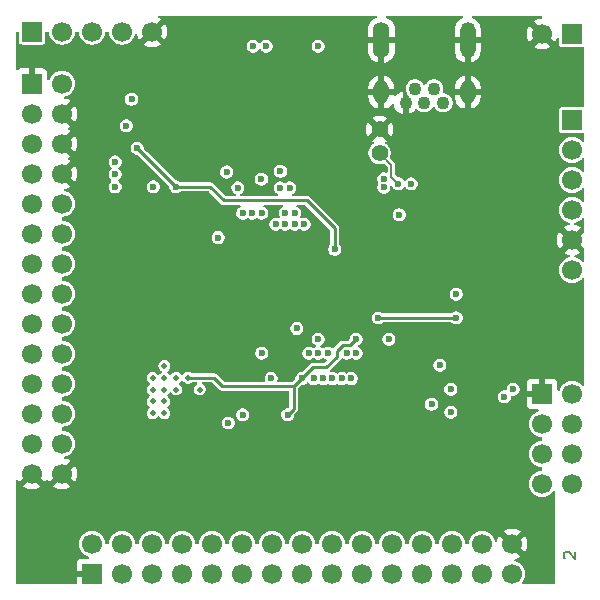
<source format=gbr>
%TF.GenerationSoftware,KiCad,Pcbnew,9.0.0+1*%
%TF.CreationDate,2025-08-24T22:54:41+08:00*%
%TF.ProjectId,cube,63756265-2e6b-4696-9361-645f70636258,rev?*%
%TF.SameCoordinates,Original*%
%TF.FileFunction,Copper,L2,Inr*%
%TF.FilePolarity,Positive*%
%FSLAX46Y46*%
G04 Gerber Fmt 4.6, Leading zero omitted, Abs format (unit mm)*
G04 Created by KiCad (PCBNEW 9.0.0+1) date 2025-08-24 22:54:41*
%MOMM*%
%LPD*%
G01*
G04 APERTURE LIST*
%ADD10C,0.200000*%
%TA.AperFunction,NonConductor*%
%ADD11C,0.200000*%
%TD*%
%TA.AperFunction,ComponentPad*%
%ADD12R,1.700000X1.700000*%
%TD*%
%TA.AperFunction,ComponentPad*%
%ADD13C,1.700000*%
%TD*%
%TA.AperFunction,ComponentPad*%
%ADD14C,1.400000*%
%TD*%
%TA.AperFunction,ComponentPad*%
%ADD15C,1.100000*%
%TD*%
%TA.AperFunction,ComponentPad*%
%ADD16O,1.300000X2.000000*%
%TD*%
%TA.AperFunction,ComponentPad*%
%ADD17O,1.300000X3.050000*%
%TD*%
%TA.AperFunction,ComponentPad*%
%ADD18O,1.400000X3.050000*%
%TD*%
%TA.AperFunction,ViaPad*%
%ADD19C,0.600000*%
%TD*%
%TA.AperFunction,ViaPad*%
%ADD20C,0.500000*%
%TD*%
%TA.AperFunction,Conductor*%
%ADD21C,0.254000*%
%TD*%
%TA.AperFunction,Conductor*%
%ADD22C,0.152400*%
%TD*%
G04 APERTURE END LIST*
D10*
D11*
X121987457Y-120435713D02*
X121939838Y-120388094D01*
X121939838Y-120388094D02*
X121892219Y-120292856D01*
X121892219Y-120292856D02*
X121892219Y-120054761D01*
X121892219Y-120054761D02*
X121939838Y-119959523D01*
X121939838Y-119959523D02*
X121987457Y-119911904D01*
X121987457Y-119911904D02*
X122082695Y-119864285D01*
X122082695Y-119864285D02*
X122177933Y-119864285D01*
X122177933Y-119864285D02*
X122320790Y-119911904D01*
X122320790Y-119911904D02*
X122892219Y-120483332D01*
X122892219Y-120483332D02*
X122892219Y-119864285D01*
D12*
%TO.N,GND*%
%TO.C,J6*%
X76869000Y-80236000D03*
D13*
%TO.N,+VIO*%
X79409000Y-80236000D03*
%TO.N,/DEVICE/VSEL_P1*%
X76869000Y-82776000D03*
%TO.N,GND*%
X79409000Y-82776000D03*
%TO.N,/DEVICE/VSEL_P2*%
X76869000Y-85316000D03*
%TO.N,GND*%
X79409000Y-85316000D03*
%TO.N,/DEVICE/VSEL_P3*%
X76869000Y-87856000D03*
%TO.N,GND*%
X79409000Y-87856000D03*
%TO.N,/DEVICE/HAT_I2C_SDA*%
X76869000Y-90396000D03*
%TO.N,/DEVICE/HAT_I2C_SCL*%
X79409000Y-90396000D03*
%TO.N,/DEVICE/GPIO_P0*%
X76869000Y-92936000D03*
%TO.N,/DEVICE/GPIO_P1*%
X79409000Y-92936000D03*
%TO.N,/DEVICE/GPIO_P2*%
X76869000Y-95476000D03*
%TO.N,/DEVICE/GPIO_P3*%
X79409000Y-95476000D03*
%TO.N,/DEVICE/GPIO_P4*%
X76869000Y-98016000D03*
%TO.N,/DEVICE/GPIO_P5*%
X79409000Y-98016000D03*
%TO.N,/DEVICE/GPIO_P6*%
X76869000Y-100556000D03*
%TO.N,/DEVICE/GPIO_P7*%
X79409000Y-100556000D03*
%TO.N,/DEVICE/GPIO_P8*%
X76869000Y-103096000D03*
%TO.N,/DEVICE/GPIO_P9*%
X79409000Y-103096000D03*
%TO.N,/DEVICE/GPIO_P10*%
X76869000Y-105636000D03*
%TO.N,/DEVICE/GPIO_P11*%
X79409000Y-105636000D03*
%TO.N,/DEVICE/GPIO_P12*%
X76869000Y-108176000D03*
%TO.N,/DEVICE/GPIO_P13*%
X79409000Y-108176000D03*
%TO.N,/DEVICE/GPIO_P14*%
X76869000Y-110716000D03*
%TO.N,/DEVICE/GPIO_P15*%
X79409000Y-110716000D03*
%TO.N,GND*%
X76869000Y-113256000D03*
X79409000Y-113256000D03*
%TD*%
D12*
%TO.N,GND*%
%TO.C,J4*%
X120070000Y-106510000D03*
D13*
%TO.N,+1.8V*%
X122610000Y-106510000D03*
%TO.N,/DEVICE/MCU_I2C_SDA*%
X120070000Y-109050000D03*
%TO.N,/DEVICE/MCU_I2C_SCL*%
X122610000Y-109050000D03*
%TO.N,/DEVICE/DP_I2S_BCLK*%
X120070000Y-111590000D03*
%TO.N,/DEVICE/DP_I2S_LRCLK*%
X122610000Y-111590000D03*
%TO.N,/DEVICE/DP_I2S_DATA*%
X120070000Y-114130000D03*
%TO.N,/DEVICE/DP_I2S_OSCLK*%
X122610000Y-114130000D03*
%TD*%
D14*
%TO.N,/DEVICE/D8_RECONFIG*%
%TO.C,CONFIG1*%
X106310000Y-86120000D03*
%TO.N,GND*%
X106310000Y-84120000D03*
%TD*%
D12*
%TO.N,/DEVICE/A2_JTAG_TDO*%
%TO.C,J7*%
X122610000Y-83320000D03*
D13*
%TO.N,/DEVICE/C1_JTAG_TCK*%
X122610000Y-85860000D03*
%TO.N,/DEVICE/B1_JTAG_TMS*%
X122610000Y-88400000D03*
%TO.N,/DEVICE/A3_JTAG_TDI*%
X122610000Y-90940000D03*
%TO.N,GND*%
X122610000Y-93480000D03*
%TO.N,+3.3V*%
X122610000Y-96020000D03*
%TD*%
D12*
%TO.N,+VSYS*%
%TO.C,J10*%
X122610000Y-76030000D03*
D13*
%TO.N,GND*%
X120070000Y-76030000D03*
%TD*%
D12*
%TO.N,unconnected-(J9-Pin_1-Pad1)*%
%TO.C,J9*%
X76890000Y-75826800D03*
D13*
%TO.N,unconnected-(J9-Pin_2-Pad2)*%
X79430000Y-75826800D03*
%TO.N,unconnected-(J9-Pin_3-Pad3)*%
X81970000Y-75826800D03*
%TO.N,unconnected-(J9-Pin_4-Pad4)*%
X84510000Y-75826800D03*
%TO.N,GND*%
X87050000Y-75826800D03*
%TD*%
D15*
%TO.N,Net-(J8-VBUS)*%
%TO.C,J8*%
X111710000Y-81870000D03*
%TO.N,/DEVICE/USBD_N*%
X110910000Y-80670000D03*
%TO.N,/DEVICE/USBD_P*%
X110110000Y-81870000D03*
%TO.N,unconnected-(J8-ID-Pad4)*%
X109310000Y-80670000D03*
%TO.N,GND*%
X108510000Y-81870000D03*
D16*
X113760000Y-80970000D03*
D17*
X113760000Y-76545000D03*
D16*
X106460000Y-80970000D03*
D18*
X106460000Y-76545000D03*
%TD*%
D12*
%TO.N,GND*%
%TO.C,J3*%
X81970000Y-121750000D03*
D13*
%TO.N,/DEVICE/DP_PCLK*%
X81970000Y-119210000D03*
%TO.N,/DEVICE/DP_D23*%
X84510000Y-121750000D03*
%TO.N,/DEVICE/DP_D22*%
X84510000Y-119210000D03*
%TO.N,/DEVICE/DP_D21*%
X87050000Y-121750000D03*
%TO.N,/DEVICE/DP_D20*%
X87050000Y-119210000D03*
%TO.N,/DEVICE/DP_D17*%
X89590000Y-121750000D03*
%TO.N,/DEVICE/DP_D19*%
X89590000Y-119210000D03*
%TO.N,/DEVICE/DP_D16*%
X92130000Y-121750000D03*
%TO.N,/DEVICE/DP_D18*%
X92130000Y-119210000D03*
%TO.N,/DEVICE/DP_D13*%
X94670000Y-121750000D03*
%TO.N,/DEVICE/DP_D15*%
X94670000Y-119210000D03*
%TO.N,/DEVICE/DP_D14*%
X97210000Y-121750000D03*
%TO.N,/DEVICE/DP_D12*%
X97210000Y-119210000D03*
%TO.N,/DEVICE/DP_D11*%
X99750000Y-121750000D03*
%TO.N,/DEVICE/DP_D10*%
X99750000Y-119210000D03*
%TO.N,/DEVICE/DP_D9*%
X102290000Y-121750000D03*
%TO.N,/DEVICE/DP_D8*%
X102290000Y-119210000D03*
%TO.N,/DEVICE/DP_D7*%
X104830000Y-121750000D03*
%TO.N,/DEVICE/DP_D6*%
X104830000Y-119210000D03*
%TO.N,/DEVICE/DP_D5*%
X107370000Y-121750000D03*
%TO.N,/DEVICE/DP_D4*%
X107370000Y-119210000D03*
%TO.N,/DEVICE/DP_D3*%
X109910000Y-121750000D03*
%TO.N,/DEVICE/DP_D2*%
X109910000Y-119210000D03*
%TO.N,/DEVICE/DP_D1*%
X112450000Y-121750000D03*
%TO.N,/DEVICE/DP_D0*%
X112450000Y-119210000D03*
%TO.N,/DEVICE/DP_HSYNC*%
X114990000Y-121750000D03*
%TO.N,/DEVICE/DP_VSYNC*%
X114990000Y-119210000D03*
%TO.N,/DEVICE/DP_DE*%
X117530000Y-121750000D03*
%TO.N,GND*%
X117530000Y-119210000D03*
%TD*%
D19*
%TO.N,GND*%
X109610000Y-106420000D03*
X88110000Y-86570000D03*
X99210000Y-97970000D03*
X102720300Y-100970000D03*
X106760000Y-109720000D03*
X111610000Y-94820000D03*
X101410000Y-115220000D03*
X101120100Y-92138380D03*
X92710000Y-109720000D03*
X93910000Y-79570000D03*
X96410000Y-82570000D03*
X93360000Y-89059900D03*
X87160000Y-82770000D03*
X86110000Y-93270000D03*
X86590010Y-109570000D03*
D20*
X87090000Y-104138382D03*
D19*
X93921740Y-103059900D03*
X100710000Y-100070000D03*
X96319500Y-100970000D03*
X99510000Y-87670000D03*
X100010000Y-78870000D03*
X110560000Y-113520000D03*
X101120100Y-106138380D03*
X90610000Y-93970000D03*
X93510000Y-107470000D03*
X101410000Y-113520000D03*
X110010000Y-92240000D03*
X107810000Y-97970000D03*
X114610000Y-104970000D03*
X91060000Y-90470000D03*
X85260000Y-90020000D03*
X83910000Y-81570000D03*
X91110000Y-83570000D03*
X106210000Y-95970000D03*
X112310000Y-110570000D03*
X90110000Y-75970000D03*
X93910000Y-81970000D03*
X105519380Y-91203140D03*
X85410000Y-105118382D03*
X83910000Y-85115950D03*
X100005000Y-77065000D03*
X116885000Y-101470000D03*
X100721320Y-89059900D03*
X106210000Y-103059900D03*
D20*
X90089990Y-106138372D03*
D19*
X119910000Y-86570000D03*
X89061000Y-91020000D03*
D20*
X90090000Y-104138362D03*
D19*
X92635000Y-92138380D03*
X106760000Y-107970000D03*
X103710000Y-92138380D03*
X87160000Y-81970000D03*
D20*
X89090000Y-108138372D03*
D19*
X117510000Y-112870000D03*
X110010000Y-88715000D03*
X91910000Y-86870000D03*
X104320497Y-89059900D03*
X85910000Y-115820000D03*
X93910000Y-77065000D03*
X82110000Y-109570000D03*
X115110000Y-92265000D03*
X98321020Y-105203140D03*
X81960000Y-91670000D03*
X112860000Y-115820000D03*
X101060000Y-95970000D03*
D20*
X90089990Y-108138372D03*
D19*
X96319500Y-92138382D03*
X122610000Y-101470000D03*
X96410000Y-85420000D03*
X90560000Y-111870000D03*
%TO.N,+3.3V*%
X110710000Y-107390000D03*
X107980000Y-91335000D03*
X107100000Y-101890000D03*
X85780000Y-85689000D03*
X102510000Y-94270000D03*
X89061000Y-88970000D03*
X101110000Y-101870000D03*
X85310000Y-81570000D03*
%TO.N,+VIO*%
X92635000Y-93270000D03*
X84870120Y-83816000D03*
D20*
%TO.N,+1.8V*%
X90090000Y-105138362D03*
D19*
X116885000Y-106745000D03*
X98520000Y-108281620D03*
D20*
X87089990Y-105138362D03*
D19*
X104320497Y-101870000D03*
X99720000Y-105203142D03*
D20*
X88090000Y-108138362D03*
D19*
%TO.N,+VSYS*%
X106660000Y-89020000D03*
X106660000Y-88295000D03*
%TO.N,/DEVICE/D8_RECONFIG*%
X96319500Y-91203140D03*
X107890000Y-88700000D03*
%TO.N,/DEVICE/D7_DONE*%
X112810000Y-98070000D03*
X99310000Y-100970000D03*
%TO.N,/DEVICE/DP_D10*%
X102321520Y-105203140D03*
%TO.N,/DEVICE/DP_D12*%
X101521420Y-105203140D03*
%TO.N,/DEVICE/RAM_D2*%
X96319500Y-103059900D03*
D20*
X89089990Y-105138362D03*
D19*
%TO.N,/DEVICE/DP_D6*%
X103520400Y-103059900D03*
%TO.N,/DEVICE/DP_D17*%
X93510000Y-108970000D03*
D20*
%TO.N,/DEVICE/RAM_D3*%
X88089990Y-105138362D03*
%TO.N,/DEVICE/RAM_RWDS*%
X89090000Y-106138372D03*
D19*
%TO.N,/DEVICE/RAM_CLK*%
X100721320Y-105203140D03*
D20*
%TO.N,/DEVICE/RAM_CS*%
X91090000Y-106138362D03*
%TO.N,/DEVICE/RAM_D6*%
X87090000Y-107138372D03*
D19*
%TO.N,/DEVICE/E8_READY*%
X97119600Y-105203140D03*
X112810000Y-100070000D03*
X106210000Y-100070000D03*
D20*
%TO.N,/DEVICE/RAM_D0*%
X88089990Y-106138362D03*
D19*
X101120100Y-103059900D03*
%TO.N,/DEVICE/DP_D16*%
X94719300Y-108281620D03*
D20*
%TO.N,/DEVICE/RAM_D5*%
X87090000Y-106138372D03*
%TO.N,/DEVICE/RAM_D4*%
X88089990Y-104138362D03*
D19*
X100320000Y-103059900D03*
%TO.N,/DEVICE/DP_D9*%
X103921722Y-105203140D03*
D20*
%TO.N,/DEVICE/RAM_D1*%
X88090000Y-107138362D03*
D19*
X101920200Y-103059902D03*
%TO.N,/DEVICE/DP_D4*%
X104320497Y-103059900D03*
%TO.N,/DEVICE/DP_D8*%
X103121620Y-105203140D03*
D20*
%TO.N,/DEVICE/RAM_D7*%
X87090000Y-108138362D03*
D19*
%TO.N,/DEVICE/A2_JTAG_TDO*%
X98719800Y-89059900D03*
%TO.N,/DEVICE/C1_JTAG_TCK*%
X108985000Y-88715000D03*
X97919700Y-89059900D03*
%TO.N,/DEVICE/SD_DAT0*%
X95519397Y-91203140D03*
X101105000Y-77065000D03*
%TO.N,/DEVICE/GPIO_P14*%
X99121120Y-92138380D03*
%TO.N,/DEVICE/SD_CMD*%
X96705000Y-77065000D03*
X94719300Y-91203140D03*
%TO.N,/DEVICE/GPIO_P13*%
X98321020Y-92138380D03*
%TO.N,/DEVICE/SD_PWRON*%
X87160000Y-88970000D03*
X93360000Y-87720000D03*
%TO.N,/DEVICE/SD_DAT3*%
X95605000Y-77065000D03*
X94320520Y-89059900D03*
%TO.N,/DEVICE/A3_JTAG_TDI*%
X99121120Y-91203140D03*
%TO.N,/DEVICE/B1_JTAG_TMS*%
X98321020Y-91203140D03*
%TO.N,/DEVICE/HAT_I2C_SCL*%
X96310000Y-88320000D03*
X112335000Y-106095000D03*
%TO.N,/DEVICE/GPIO_P12*%
X97520920Y-92138380D03*
%TO.N,/DEVICE/HAT_I2C_SDA*%
X112335000Y-108045000D03*
X97919700Y-87670000D03*
%TO.N,/DEVICE/GPIO_P15*%
X99921220Y-92138380D03*
%TO.N,/DEVICE/VSEL_P1*%
X83910000Y-86870000D03*
%TO.N,/DEVICE/VSEL_P3*%
X83910000Y-88970000D03*
%TO.N,/DEVICE/VSEL_P2*%
X83910000Y-87920000D03*
%TO.N,/DEVICE/MCU_I2C_SCL*%
X117610000Y-106095000D03*
%TO.N,/DEVICE/DP_I2S_OSCLK*%
X111410000Y-104070000D03*
%TD*%
D21*
%TO.N,+3.3V*%
X102510000Y-92470000D02*
X100160000Y-90120000D01*
X89061000Y-88970000D02*
X85780000Y-85689000D01*
X102510000Y-94270000D02*
X102510000Y-92470000D01*
X91972500Y-88970000D02*
X89061000Y-88970000D01*
X100160000Y-90120000D02*
X93122500Y-90120000D01*
X93122500Y-90120000D02*
X91972500Y-88970000D01*
%TO.N,+1.8V*%
X90090000Y-105138362D02*
X92278362Y-105138362D01*
X99720000Y-105203142D02*
X100653142Y-104270000D01*
X100653142Y-104270000D02*
X101810000Y-104270000D01*
X102710000Y-102870000D02*
X103210000Y-102370000D01*
X99053142Y-105870000D02*
X99720000Y-105203142D01*
X101810000Y-104270000D02*
X102710000Y-103370000D01*
X93010000Y-105870000D02*
X99053142Y-105870000D01*
X102710000Y-103370000D02*
X102710000Y-102870000D01*
X92278362Y-105138362D02*
X93010000Y-105870000D01*
X103820497Y-102370000D02*
X104320497Y-101870000D01*
X99053142Y-107748478D02*
X98520000Y-108281620D01*
X99053142Y-105870000D02*
X99053142Y-107748478D01*
X103210000Y-102370000D02*
X103820497Y-102370000D01*
D22*
%TO.N,/DEVICE/D8_RECONFIG*%
X107310000Y-88120000D02*
X107310000Y-87120000D01*
X107310000Y-88120000D02*
X107890000Y-88700000D01*
X107310000Y-87120000D02*
X106310000Y-86120000D01*
D21*
%TO.N,/DEVICE/E8_READY*%
X106210000Y-100070000D02*
X112810000Y-100070000D01*
%TD*%
%TA.AperFunction,Conductor*%
%TO.N,GND*%
G36*
X106025016Y-74489407D02*
G01*
X106060980Y-74538907D01*
X106060980Y-74600093D01*
X106025016Y-74649593D01*
X106011770Y-74657710D01*
X105857269Y-74736431D01*
X105857265Y-74736433D01*
X105710830Y-74842824D01*
X105582824Y-74970830D01*
X105476433Y-75117265D01*
X105476431Y-75117269D01*
X105394250Y-75278559D01*
X105338316Y-75450710D01*
X105310000Y-75629489D01*
X105310000Y-76294999D01*
X105310001Y-76295000D01*
X106060000Y-76295000D01*
X106060000Y-76795000D01*
X105310001Y-76795000D01*
X105310000Y-76795001D01*
X105310000Y-77460510D01*
X105338316Y-77639289D01*
X105394250Y-77811440D01*
X105476431Y-77972730D01*
X105476433Y-77972734D01*
X105582824Y-78119169D01*
X105710830Y-78247175D01*
X105857265Y-78353566D01*
X105857269Y-78353568D01*
X106018559Y-78435749D01*
X106190705Y-78491682D01*
X106210000Y-78494737D01*
X106210000Y-77685686D01*
X106214394Y-77690080D01*
X106305606Y-77742741D01*
X106407339Y-77770000D01*
X106512661Y-77770000D01*
X106614394Y-77742741D01*
X106705606Y-77690080D01*
X106710000Y-77685686D01*
X106710000Y-78494737D01*
X106729294Y-78491682D01*
X106901440Y-78435749D01*
X107062730Y-78353568D01*
X107062734Y-78353566D01*
X107209169Y-78247175D01*
X107337175Y-78119169D01*
X107443566Y-77972734D01*
X107443568Y-77972730D01*
X107525749Y-77811440D01*
X107581683Y-77639289D01*
X107610000Y-77460510D01*
X107610000Y-76795001D01*
X107609999Y-76795000D01*
X106860000Y-76795000D01*
X106860000Y-76295000D01*
X107609999Y-76295000D01*
X107610000Y-76294999D01*
X107610000Y-75629489D01*
X107581683Y-75450710D01*
X107525749Y-75278559D01*
X107443568Y-75117269D01*
X107443566Y-75117265D01*
X107337175Y-74970830D01*
X107209169Y-74842824D01*
X107062734Y-74736433D01*
X107062730Y-74736431D01*
X106908230Y-74657710D01*
X106864965Y-74614445D01*
X106855394Y-74554013D01*
X106883171Y-74499497D01*
X106937688Y-74471719D01*
X106953175Y-74470500D01*
X113278830Y-74470500D01*
X113337021Y-74489407D01*
X113372985Y-74538907D01*
X113372985Y-74600093D01*
X113337021Y-74649593D01*
X113323775Y-74657710D01*
X113183475Y-74729195D01*
X113183471Y-74729197D01*
X113043403Y-74830962D01*
X112920962Y-74953403D01*
X112819197Y-75093471D01*
X112819195Y-75093475D01*
X112740588Y-75247751D01*
X112687084Y-75412420D01*
X112660000Y-75583424D01*
X112660000Y-76294999D01*
X112660001Y-76295000D01*
X113410000Y-76295000D01*
X113410000Y-76795000D01*
X112660001Y-76795000D01*
X112660000Y-76795001D01*
X112660000Y-77506575D01*
X112687084Y-77677579D01*
X112740588Y-77842248D01*
X112819195Y-77996524D01*
X112819197Y-77996528D01*
X112920962Y-78136596D01*
X113043403Y-78259037D01*
X113183471Y-78360802D01*
X113183475Y-78360804D01*
X113337751Y-78439411D01*
X113502413Y-78492913D01*
X113510000Y-78494114D01*
X113510000Y-77664975D01*
X113545095Y-77700070D01*
X113624905Y-77746148D01*
X113713922Y-77770000D01*
X113806078Y-77770000D01*
X113895095Y-77746148D01*
X113974905Y-77700070D01*
X114010000Y-77664975D01*
X114010000Y-78494114D01*
X114017586Y-78492913D01*
X114182248Y-78439411D01*
X114336524Y-78360804D01*
X114336528Y-78360802D01*
X114476596Y-78259037D01*
X114599037Y-78136596D01*
X114700802Y-77996528D01*
X114700804Y-77996524D01*
X114779411Y-77842248D01*
X114832915Y-77677579D01*
X114860000Y-77506575D01*
X114860000Y-76795001D01*
X114859999Y-76795000D01*
X114110000Y-76795000D01*
X114110000Y-76295000D01*
X114859999Y-76295000D01*
X114860000Y-76294999D01*
X114860000Y-75583424D01*
X114832915Y-75412420D01*
X114779411Y-75247751D01*
X114700804Y-75093475D01*
X114700802Y-75093471D01*
X114599037Y-74953403D01*
X114476596Y-74830962D01*
X114336528Y-74729197D01*
X114336524Y-74729195D01*
X114196225Y-74657710D01*
X114152960Y-74614445D01*
X114143389Y-74554013D01*
X114171166Y-74499497D01*
X114225683Y-74471719D01*
X114241170Y-74470500D01*
X119971000Y-74470500D01*
X119985912Y-74475345D01*
X120001593Y-74475345D01*
X120014278Y-74484561D01*
X120029191Y-74489407D01*
X120038407Y-74502092D01*
X120051093Y-74511309D01*
X120055938Y-74526221D01*
X120065155Y-74538907D01*
X120070000Y-74569500D01*
X120070000Y-74631000D01*
X120051093Y-74689191D01*
X120001593Y-74725155D01*
X119971000Y-74730000D01*
X119967685Y-74730000D01*
X119765587Y-74762008D01*
X119570972Y-74825243D01*
X119388651Y-74918139D01*
X119388647Y-74918141D01*
X119344078Y-74950523D01*
X119940592Y-75547037D01*
X119877007Y-75564075D01*
X119762993Y-75629901D01*
X119669901Y-75722993D01*
X119604075Y-75837007D01*
X119587037Y-75900592D01*
X118990523Y-75304078D01*
X118958141Y-75348647D01*
X118958139Y-75348651D01*
X118865243Y-75530972D01*
X118802008Y-75725587D01*
X118770000Y-75927684D01*
X118770000Y-76132315D01*
X118802008Y-76334412D01*
X118865243Y-76529027D01*
X118958139Y-76711348D01*
X118958143Y-76711353D01*
X118990523Y-76755920D01*
X118990524Y-76755920D01*
X119587037Y-76159407D01*
X119604075Y-76222993D01*
X119669901Y-76337007D01*
X119762993Y-76430099D01*
X119877007Y-76495925D01*
X119940590Y-76512962D01*
X119344078Y-77109475D01*
X119388647Y-77141858D01*
X119570972Y-77234756D01*
X119765587Y-77297991D01*
X119967685Y-77330000D01*
X120172315Y-77330000D01*
X120374412Y-77297991D01*
X120569027Y-77234756D01*
X120751342Y-77141863D01*
X120751350Y-77141858D01*
X120795920Y-77109475D01*
X120199407Y-76512962D01*
X120262993Y-76495925D01*
X120377007Y-76430099D01*
X120470099Y-76337007D01*
X120535925Y-76222993D01*
X120552962Y-76159408D01*
X121149475Y-76755920D01*
X121181858Y-76711350D01*
X121181863Y-76711342D01*
X121274756Y-76529027D01*
X121316345Y-76401032D01*
X121352309Y-76351532D01*
X121410500Y-76332625D01*
X121468691Y-76351532D01*
X121504655Y-76401032D01*
X121509500Y-76431625D01*
X121509500Y-76904672D01*
X121509501Y-76904684D01*
X121524033Y-76977736D01*
X121524035Y-76977742D01*
X121579397Y-77060599D01*
X121579399Y-77060601D01*
X121662260Y-77115966D01*
X121714961Y-77126449D01*
X121735315Y-77130498D01*
X121735320Y-77130498D01*
X121735326Y-77130500D01*
X121735327Y-77130500D01*
X123484673Y-77130500D01*
X123484674Y-77130500D01*
X123484675Y-77130499D01*
X123484681Y-77130499D01*
X123518976Y-77123676D01*
X123541184Y-77119259D01*
X123601946Y-77126449D01*
X123646876Y-77167981D01*
X123659500Y-77216356D01*
X123659500Y-82133643D01*
X123640593Y-82191834D01*
X123591093Y-82227798D01*
X123541186Y-82230741D01*
X123484676Y-82219500D01*
X123484674Y-82219500D01*
X121735326Y-82219500D01*
X121735325Y-82219500D01*
X121735315Y-82219501D01*
X121662263Y-82234033D01*
X121662257Y-82234035D01*
X121579400Y-82289397D01*
X121579397Y-82289400D01*
X121524035Y-82372257D01*
X121524033Y-82372263D01*
X121509501Y-82445315D01*
X121509500Y-82445327D01*
X121509500Y-84194672D01*
X121509501Y-84194684D01*
X121524033Y-84267736D01*
X121524035Y-84267742D01*
X121579397Y-84350599D01*
X121579399Y-84350601D01*
X121662260Y-84405966D01*
X121714961Y-84416449D01*
X121735315Y-84420498D01*
X121735320Y-84420498D01*
X121735326Y-84420500D01*
X121735327Y-84420500D01*
X123484673Y-84420500D01*
X123484674Y-84420500D01*
X123484675Y-84420499D01*
X123484681Y-84420499D01*
X123518976Y-84413676D01*
X123541184Y-84409259D01*
X123601946Y-84416449D01*
X123646876Y-84457981D01*
X123659500Y-84506356D01*
X123659500Y-85127539D01*
X123640593Y-85185730D01*
X123591093Y-85221694D01*
X123529907Y-85221694D01*
X123480408Y-85185731D01*
X123467536Y-85168015D01*
X123449414Y-85143072D01*
X123326928Y-85020586D01*
X123186788Y-84918768D01*
X123186787Y-84918767D01*
X123186785Y-84918766D01*
X123032441Y-84840125D01*
X123032438Y-84840123D01*
X122867706Y-84786598D01*
X122867702Y-84786597D01*
X122696614Y-84759500D01*
X122696611Y-84759500D01*
X122523389Y-84759500D01*
X122523386Y-84759500D01*
X122352297Y-84786597D01*
X122352293Y-84786598D01*
X122187561Y-84840123D01*
X122187558Y-84840125D01*
X122033214Y-84918766D01*
X121893073Y-85020585D01*
X121770585Y-85143073D01*
X121668766Y-85283214D01*
X121590125Y-85437558D01*
X121590123Y-85437561D01*
X121536598Y-85602293D01*
X121536597Y-85602297D01*
X121509500Y-85773385D01*
X121509500Y-85946614D01*
X121536597Y-86117702D01*
X121536598Y-86117706D01*
X121590123Y-86282438D01*
X121590125Y-86282441D01*
X121664220Y-86427863D01*
X121668768Y-86436788D01*
X121770586Y-86576928D01*
X121893072Y-86699414D01*
X122033212Y-86801232D01*
X122187555Y-86879873D01*
X122187557Y-86879873D01*
X122187558Y-86879874D01*
X122187561Y-86879876D01*
X122352293Y-86933401D01*
X122352297Y-86933402D01*
X122523386Y-86960500D01*
X122523389Y-86960500D01*
X122696614Y-86960500D01*
X122867702Y-86933402D01*
X122867706Y-86933401D01*
X123032438Y-86879876D01*
X123032440Y-86879874D01*
X123032445Y-86879873D01*
X123186788Y-86801232D01*
X123326928Y-86699414D01*
X123449414Y-86576928D01*
X123480408Y-86534267D01*
X123529907Y-86498305D01*
X123591093Y-86498305D01*
X123640593Y-86534269D01*
X123659500Y-86592460D01*
X123659500Y-87667539D01*
X123640593Y-87725730D01*
X123591093Y-87761694D01*
X123529907Y-87761694D01*
X123480408Y-87725731D01*
X123449415Y-87683074D01*
X123449414Y-87683072D01*
X123326928Y-87560586D01*
X123186788Y-87458768D01*
X123186787Y-87458767D01*
X123186785Y-87458766D01*
X123032441Y-87380125D01*
X123032438Y-87380123D01*
X122867706Y-87326598D01*
X122867702Y-87326597D01*
X122696614Y-87299500D01*
X122696611Y-87299500D01*
X122523389Y-87299500D01*
X122523386Y-87299500D01*
X122352297Y-87326597D01*
X122352293Y-87326598D01*
X122187561Y-87380123D01*
X122187558Y-87380125D01*
X122033214Y-87458766D01*
X121893073Y-87560585D01*
X121770585Y-87683073D01*
X121668766Y-87823214D01*
X121590125Y-87977558D01*
X121590123Y-87977561D01*
X121536598Y-88142293D01*
X121536597Y-88142297D01*
X121509500Y-88313385D01*
X121509500Y-88486614D01*
X121536597Y-88657702D01*
X121536598Y-88657706D01*
X121590123Y-88822438D01*
X121590125Y-88822441D01*
X121664220Y-88967863D01*
X121668768Y-88976788D01*
X121770586Y-89116928D01*
X121893072Y-89239414D01*
X122033212Y-89341232D01*
X122187555Y-89419873D01*
X122187557Y-89419873D01*
X122187558Y-89419874D01*
X122187561Y-89419876D01*
X122352293Y-89473401D01*
X122352297Y-89473402D01*
X122523386Y-89500500D01*
X122523389Y-89500500D01*
X122696614Y-89500500D01*
X122867702Y-89473402D01*
X122867706Y-89473401D01*
X123032438Y-89419876D01*
X123032440Y-89419874D01*
X123032445Y-89419873D01*
X123186788Y-89341232D01*
X123326928Y-89239414D01*
X123449414Y-89116928D01*
X123480408Y-89074267D01*
X123529907Y-89038305D01*
X123591093Y-89038305D01*
X123640593Y-89074269D01*
X123659500Y-89132460D01*
X123659500Y-90207539D01*
X123640593Y-90265730D01*
X123591093Y-90301694D01*
X123529907Y-90301694D01*
X123480408Y-90265731D01*
X123449415Y-90223074D01*
X123449414Y-90223072D01*
X123326928Y-90100586D01*
X123186788Y-89998768D01*
X123186787Y-89998767D01*
X123186785Y-89998766D01*
X123032441Y-89920125D01*
X123032438Y-89920123D01*
X122867706Y-89866598D01*
X122867702Y-89866597D01*
X122696614Y-89839500D01*
X122696611Y-89839500D01*
X122523389Y-89839500D01*
X122523386Y-89839500D01*
X122352297Y-89866597D01*
X122352293Y-89866598D01*
X122187561Y-89920123D01*
X122187558Y-89920125D01*
X122033214Y-89998766D01*
X121893073Y-90100585D01*
X121770585Y-90223073D01*
X121668766Y-90363214D01*
X121590125Y-90517558D01*
X121590123Y-90517561D01*
X121536598Y-90682293D01*
X121536597Y-90682297D01*
X121509500Y-90853385D01*
X121509500Y-91026614D01*
X121536597Y-91197702D01*
X121536598Y-91197706D01*
X121590123Y-91362438D01*
X121590125Y-91362441D01*
X121660528Y-91500617D01*
X121668768Y-91516788D01*
X121770586Y-91656928D01*
X121893072Y-91779414D01*
X122033212Y-91881232D01*
X122187555Y-91959873D01*
X122352299Y-92013402D01*
X122355743Y-92014521D01*
X122405243Y-92050485D01*
X122424150Y-92108676D01*
X122405243Y-92166867D01*
X122355742Y-92202831D01*
X122340638Y-92206457D01*
X122305586Y-92212009D01*
X122110972Y-92275243D01*
X121928651Y-92368139D01*
X121928647Y-92368141D01*
X121884078Y-92400523D01*
X122480592Y-92997037D01*
X122417007Y-93014075D01*
X122302993Y-93079901D01*
X122209901Y-93172993D01*
X122144075Y-93287007D01*
X122127037Y-93350592D01*
X121530523Y-92754078D01*
X121498141Y-92798647D01*
X121498139Y-92798651D01*
X121405243Y-92980972D01*
X121342008Y-93175587D01*
X121310000Y-93377684D01*
X121310000Y-93582315D01*
X121342008Y-93784412D01*
X121405243Y-93979027D01*
X121498139Y-94161348D01*
X121498143Y-94161353D01*
X121530523Y-94205920D01*
X121530524Y-94205920D01*
X122127037Y-93609407D01*
X122144075Y-93672993D01*
X122209901Y-93787007D01*
X122302993Y-93880099D01*
X122417007Y-93945925D01*
X122480590Y-93962962D01*
X121884078Y-94559475D01*
X121928647Y-94591858D01*
X122110972Y-94684756D01*
X122305587Y-94747991D01*
X122340636Y-94753542D01*
X122395153Y-94781319D01*
X122422931Y-94835835D01*
X122413360Y-94896267D01*
X122370096Y-94939532D01*
X122355743Y-94945477D01*
X122187561Y-95000123D01*
X122187558Y-95000125D01*
X122033214Y-95078766D01*
X121893073Y-95180585D01*
X121770585Y-95303073D01*
X121668766Y-95443214D01*
X121590125Y-95597558D01*
X121590123Y-95597561D01*
X121536598Y-95762293D01*
X121536597Y-95762297D01*
X121509500Y-95933385D01*
X121509500Y-96106614D01*
X121536597Y-96277702D01*
X121536598Y-96277706D01*
X121590123Y-96442438D01*
X121590125Y-96442441D01*
X121660528Y-96580617D01*
X121668768Y-96596788D01*
X121770586Y-96736928D01*
X121893072Y-96859414D01*
X122033212Y-96961232D01*
X122187555Y-97039873D01*
X122187557Y-97039873D01*
X122187558Y-97039874D01*
X122187561Y-97039876D01*
X122352293Y-97093401D01*
X122352297Y-97093402D01*
X122523386Y-97120500D01*
X122523389Y-97120500D01*
X122696614Y-97120500D01*
X122867702Y-97093402D01*
X122867706Y-97093401D01*
X123032438Y-97039876D01*
X123032440Y-97039874D01*
X123032445Y-97039873D01*
X123186788Y-96961232D01*
X123326928Y-96859414D01*
X123449414Y-96736928D01*
X123480408Y-96694267D01*
X123529907Y-96658305D01*
X123591093Y-96658305D01*
X123640593Y-96694269D01*
X123659500Y-96752460D01*
X123659500Y-105777539D01*
X123640593Y-105835730D01*
X123591093Y-105871694D01*
X123529907Y-105871694D01*
X123480408Y-105835731D01*
X123449415Y-105793074D01*
X123449414Y-105793072D01*
X123326928Y-105670586D01*
X123186788Y-105568768D01*
X123186787Y-105568767D01*
X123186785Y-105568766D01*
X123032441Y-105490125D01*
X123032438Y-105490123D01*
X122867706Y-105436598D01*
X122867702Y-105436597D01*
X122696614Y-105409500D01*
X122696611Y-105409500D01*
X122523389Y-105409500D01*
X122523386Y-105409500D01*
X122352297Y-105436597D01*
X122352293Y-105436598D01*
X122187561Y-105490123D01*
X122187558Y-105490125D01*
X122033214Y-105568766D01*
X121893073Y-105670585D01*
X121770585Y-105793073D01*
X121668766Y-105933214D01*
X121590125Y-106087558D01*
X121590123Y-106087561D01*
X121563153Y-106170568D01*
X121527189Y-106220068D01*
X121468998Y-106238975D01*
X121410808Y-106220067D01*
X121374844Y-106170567D01*
X121369999Y-106139975D01*
X121369999Y-105605796D01*
X121367149Y-105575399D01*
X121367149Y-105575397D01*
X121322345Y-105447352D01*
X121241792Y-105338209D01*
X121241790Y-105338207D01*
X121132647Y-105257654D01*
X121004601Y-105212850D01*
X120974211Y-105210000D01*
X120320001Y-105210000D01*
X120320000Y-105210001D01*
X120320000Y-106076988D01*
X120262993Y-106044075D01*
X120135826Y-106010000D01*
X120004174Y-106010000D01*
X119877007Y-106044075D01*
X119820000Y-106076988D01*
X119820000Y-105210001D01*
X119819999Y-105210000D01*
X119165796Y-105210000D01*
X119135399Y-105212850D01*
X119135397Y-105212850D01*
X119007352Y-105257654D01*
X118898209Y-105338207D01*
X118898207Y-105338209D01*
X118817654Y-105447352D01*
X118772850Y-105575398D01*
X118770000Y-105605788D01*
X118770000Y-106259999D01*
X118770001Y-106260000D01*
X119636988Y-106260000D01*
X119604075Y-106317007D01*
X119570000Y-106444174D01*
X119570000Y-106575826D01*
X119604075Y-106702993D01*
X119636988Y-106760000D01*
X118770002Y-106760000D01*
X118770001Y-106760001D01*
X118770001Y-107414203D01*
X118772850Y-107444600D01*
X118772850Y-107444602D01*
X118817654Y-107572647D01*
X118898207Y-107681790D01*
X118898209Y-107681792D01*
X119007352Y-107762345D01*
X119135398Y-107807149D01*
X119165789Y-107809999D01*
X119699974Y-107809999D01*
X119758165Y-107828906D01*
X119794129Y-107878406D01*
X119794129Y-107939592D01*
X119758165Y-107989092D01*
X119730568Y-108003153D01*
X119647558Y-108030125D01*
X119493214Y-108108766D01*
X119353073Y-108210585D01*
X119230585Y-108333073D01*
X119128766Y-108473214D01*
X119050125Y-108627558D01*
X119050123Y-108627561D01*
X118996598Y-108792293D01*
X118996597Y-108792297D01*
X118969500Y-108963385D01*
X118969500Y-109136614D01*
X118996597Y-109307702D01*
X118996598Y-109307706D01*
X119050123Y-109472438D01*
X119050125Y-109472441D01*
X119123016Y-109615500D01*
X119128768Y-109626788D01*
X119230586Y-109766928D01*
X119353072Y-109889414D01*
X119493212Y-109991232D01*
X119647555Y-110069873D01*
X119647557Y-110069873D01*
X119647558Y-110069874D01*
X119647561Y-110069876D01*
X119812293Y-110123401D01*
X119812297Y-110123402D01*
X119986487Y-110150991D01*
X119993604Y-110154617D01*
X120001593Y-110154617D01*
X120020348Y-110168243D01*
X120041004Y-110178768D01*
X120044630Y-110185885D01*
X120051093Y-110190581D01*
X120058256Y-110212629D01*
X120068781Y-110233285D01*
X120070000Y-110248772D01*
X120070000Y-110391227D01*
X120051093Y-110449418D01*
X120001593Y-110485382D01*
X119986487Y-110489008D01*
X119812298Y-110516597D01*
X119812293Y-110516598D01*
X119647561Y-110570123D01*
X119647558Y-110570125D01*
X119493214Y-110648766D01*
X119353073Y-110750585D01*
X119230585Y-110873073D01*
X119128766Y-111013214D01*
X119050125Y-111167558D01*
X119050123Y-111167561D01*
X118996598Y-111332293D01*
X118996597Y-111332297D01*
X118969500Y-111503385D01*
X118969500Y-111676614D01*
X118996597Y-111847702D01*
X118996598Y-111847706D01*
X119050123Y-112012438D01*
X119050125Y-112012441D01*
X119117227Y-112144139D01*
X119128768Y-112166788D01*
X119230586Y-112306928D01*
X119353072Y-112429414D01*
X119493212Y-112531232D01*
X119647555Y-112609873D01*
X119647557Y-112609873D01*
X119647558Y-112609874D01*
X119647561Y-112609876D01*
X119812293Y-112663401D01*
X119812297Y-112663402D01*
X119986487Y-112690991D01*
X119993604Y-112694617D01*
X120001593Y-112694617D01*
X120020348Y-112708243D01*
X120041004Y-112718768D01*
X120044630Y-112725885D01*
X120051093Y-112730581D01*
X120058256Y-112752629D01*
X120068781Y-112773285D01*
X120070000Y-112788772D01*
X120070000Y-112931227D01*
X120051093Y-112989418D01*
X120001593Y-113025382D01*
X119986487Y-113029008D01*
X119812298Y-113056597D01*
X119812293Y-113056598D01*
X119647561Y-113110123D01*
X119647558Y-113110125D01*
X119493214Y-113188766D01*
X119353073Y-113290585D01*
X119230585Y-113413073D01*
X119128766Y-113553214D01*
X119050125Y-113707558D01*
X119050123Y-113707561D01*
X118996598Y-113872293D01*
X118996597Y-113872297D01*
X118969500Y-114043385D01*
X118969500Y-114216614D01*
X118996597Y-114387702D01*
X118996598Y-114387706D01*
X119050123Y-114552438D01*
X119050125Y-114552441D01*
X119050126Y-114552444D01*
X119050127Y-114552445D01*
X119128768Y-114706788D01*
X119230586Y-114846928D01*
X119353072Y-114969414D01*
X119493212Y-115071232D01*
X119647555Y-115149873D01*
X119647557Y-115149873D01*
X119647558Y-115149874D01*
X119647561Y-115149876D01*
X119812293Y-115203401D01*
X119812297Y-115203402D01*
X119983386Y-115230500D01*
X119983389Y-115230500D01*
X120156614Y-115230500D01*
X120327702Y-115203402D01*
X120327706Y-115203401D01*
X120492438Y-115149876D01*
X120492440Y-115149874D01*
X120492445Y-115149873D01*
X120646788Y-115071232D01*
X120786928Y-114969414D01*
X120909414Y-114846928D01*
X120980909Y-114748523D01*
X121030407Y-114712561D01*
X121091592Y-114712561D01*
X121141093Y-114748525D01*
X121160000Y-114806716D01*
X121160000Y-116358285D01*
X121168781Y-116375520D01*
X121170000Y-116391007D01*
X121170000Y-122520500D01*
X121151093Y-122578691D01*
X121101593Y-122614655D01*
X121071000Y-122619500D01*
X118452862Y-122619500D01*
X118394671Y-122600593D01*
X118358707Y-122551093D01*
X118358707Y-122489907D01*
X118372770Y-122462309D01*
X118471228Y-122326793D01*
X118471232Y-122326788D01*
X118549873Y-122172445D01*
X118549874Y-122172440D01*
X118549876Y-122172438D01*
X118603401Y-122007706D01*
X118603402Y-122007702D01*
X118630500Y-121836614D01*
X118630500Y-121663385D01*
X118603402Y-121492297D01*
X118603401Y-121492293D01*
X118549876Y-121327561D01*
X118549874Y-121327558D01*
X118549873Y-121327557D01*
X118549873Y-121327555D01*
X118471232Y-121173212D01*
X118369414Y-121033072D01*
X118246928Y-120910586D01*
X118106788Y-120808768D01*
X118106787Y-120808767D01*
X118106785Y-120808766D01*
X117952441Y-120730125D01*
X117952438Y-120730123D01*
X117784256Y-120675477D01*
X117734756Y-120639513D01*
X117715849Y-120581322D01*
X117734757Y-120523132D01*
X117784257Y-120487168D01*
X117799364Y-120483542D01*
X117834411Y-120477991D01*
X118029027Y-120414756D01*
X118211342Y-120321863D01*
X118211350Y-120321858D01*
X118255920Y-120289475D01*
X117659408Y-119692962D01*
X117722993Y-119675925D01*
X117837007Y-119610099D01*
X117930099Y-119517007D01*
X117995925Y-119402993D01*
X118012962Y-119339407D01*
X118609475Y-119935920D01*
X118641858Y-119891350D01*
X118641863Y-119891342D01*
X118734756Y-119709027D01*
X118797991Y-119514412D01*
X118830000Y-119312315D01*
X118830000Y-119107684D01*
X118797991Y-118905587D01*
X118734756Y-118710972D01*
X118641858Y-118528647D01*
X118609475Y-118484078D01*
X118012962Y-119080590D01*
X117995925Y-119017007D01*
X117930099Y-118902993D01*
X117837007Y-118809901D01*
X117722993Y-118744075D01*
X117659407Y-118727037D01*
X118255920Y-118130524D01*
X118255920Y-118130523D01*
X118211353Y-118098143D01*
X118211348Y-118098139D01*
X118029027Y-118005243D01*
X117834412Y-117942008D01*
X117632315Y-117910000D01*
X117427685Y-117910000D01*
X117225587Y-117942008D01*
X117030972Y-118005243D01*
X116848651Y-118098139D01*
X116848647Y-118098141D01*
X116804078Y-118130523D01*
X117400592Y-118727037D01*
X117337007Y-118744075D01*
X117222993Y-118809901D01*
X117129901Y-118902993D01*
X117064075Y-119017007D01*
X117047037Y-119080591D01*
X116450523Y-118484078D01*
X116418141Y-118528647D01*
X116418139Y-118528651D01*
X116325243Y-118710972D01*
X116262009Y-118905586D01*
X116256457Y-118940638D01*
X116228679Y-118995154D01*
X116174162Y-119022931D01*
X116113730Y-119013359D01*
X116070466Y-118970094D01*
X116064521Y-118955743D01*
X116047381Y-118902993D01*
X116009873Y-118787555D01*
X115931232Y-118633212D01*
X115829414Y-118493072D01*
X115706928Y-118370586D01*
X115566788Y-118268768D01*
X115566787Y-118268767D01*
X115566785Y-118268766D01*
X115542642Y-118256465D01*
X115412441Y-118190125D01*
X115412438Y-118190123D01*
X115247706Y-118136598D01*
X115247702Y-118136597D01*
X115076614Y-118109500D01*
X115076611Y-118109500D01*
X114903389Y-118109500D01*
X114903386Y-118109500D01*
X114732297Y-118136597D01*
X114732293Y-118136598D01*
X114567561Y-118190123D01*
X114567558Y-118190125D01*
X114413214Y-118268766D01*
X114273073Y-118370585D01*
X114150585Y-118493073D01*
X114048766Y-118633214D01*
X113970125Y-118787558D01*
X113970123Y-118787561D01*
X113916598Y-118952293D01*
X113916597Y-118952297D01*
X113889009Y-119126487D01*
X113885383Y-119133603D01*
X113885383Y-119141593D01*
X113871756Y-119160348D01*
X113861232Y-119181004D01*
X113854114Y-119184630D01*
X113849419Y-119191093D01*
X113827370Y-119198256D01*
X113806715Y-119208781D01*
X113791228Y-119210000D01*
X113648772Y-119210000D01*
X113590581Y-119191093D01*
X113554617Y-119141593D01*
X113550991Y-119126487D01*
X113523402Y-118952297D01*
X113523401Y-118952293D01*
X113469876Y-118787561D01*
X113469874Y-118787558D01*
X113469873Y-118787557D01*
X113469873Y-118787555D01*
X113391232Y-118633212D01*
X113289414Y-118493072D01*
X113166928Y-118370586D01*
X113026788Y-118268768D01*
X113026787Y-118268767D01*
X113026785Y-118268766D01*
X112872441Y-118190125D01*
X112872438Y-118190123D01*
X112707706Y-118136598D01*
X112707702Y-118136597D01*
X112536614Y-118109500D01*
X112536611Y-118109500D01*
X112363389Y-118109500D01*
X112363386Y-118109500D01*
X112192297Y-118136597D01*
X112192293Y-118136598D01*
X112027561Y-118190123D01*
X112027558Y-118190125D01*
X111873214Y-118268766D01*
X111733073Y-118370585D01*
X111610585Y-118493073D01*
X111508766Y-118633214D01*
X111430125Y-118787558D01*
X111430123Y-118787561D01*
X111376598Y-118952293D01*
X111376597Y-118952297D01*
X111349009Y-119126487D01*
X111345383Y-119133603D01*
X111345383Y-119141593D01*
X111331756Y-119160348D01*
X111321232Y-119181004D01*
X111314114Y-119184630D01*
X111309419Y-119191093D01*
X111287370Y-119198256D01*
X111266715Y-119208781D01*
X111251228Y-119210000D01*
X111108772Y-119210000D01*
X111050581Y-119191093D01*
X111014617Y-119141593D01*
X111010991Y-119126487D01*
X110983402Y-118952297D01*
X110983401Y-118952293D01*
X110929876Y-118787561D01*
X110929874Y-118787558D01*
X110929873Y-118787557D01*
X110929873Y-118787555D01*
X110851232Y-118633212D01*
X110749414Y-118493072D01*
X110626928Y-118370586D01*
X110486788Y-118268768D01*
X110486787Y-118268767D01*
X110486785Y-118268766D01*
X110332441Y-118190125D01*
X110332438Y-118190123D01*
X110167706Y-118136598D01*
X110167702Y-118136597D01*
X109996614Y-118109500D01*
X109996611Y-118109500D01*
X109823389Y-118109500D01*
X109823386Y-118109500D01*
X109652297Y-118136597D01*
X109652293Y-118136598D01*
X109487561Y-118190123D01*
X109487558Y-118190125D01*
X109333214Y-118268766D01*
X109193073Y-118370585D01*
X109070585Y-118493073D01*
X108968766Y-118633214D01*
X108890125Y-118787558D01*
X108890123Y-118787561D01*
X108836598Y-118952293D01*
X108836597Y-118952297D01*
X108809009Y-119126487D01*
X108805383Y-119133603D01*
X108805383Y-119141593D01*
X108791756Y-119160348D01*
X108781232Y-119181004D01*
X108774114Y-119184630D01*
X108769419Y-119191093D01*
X108747370Y-119198256D01*
X108726715Y-119208781D01*
X108711228Y-119210000D01*
X108568772Y-119210000D01*
X108510581Y-119191093D01*
X108474617Y-119141593D01*
X108470991Y-119126487D01*
X108443402Y-118952297D01*
X108443401Y-118952293D01*
X108389876Y-118787561D01*
X108389874Y-118787558D01*
X108389873Y-118787557D01*
X108389873Y-118787555D01*
X108311232Y-118633212D01*
X108209414Y-118493072D01*
X108086928Y-118370586D01*
X107946788Y-118268768D01*
X107946787Y-118268767D01*
X107946785Y-118268766D01*
X107792441Y-118190125D01*
X107792438Y-118190123D01*
X107627706Y-118136598D01*
X107627702Y-118136597D01*
X107456614Y-118109500D01*
X107456611Y-118109500D01*
X107283389Y-118109500D01*
X107283386Y-118109500D01*
X107112297Y-118136597D01*
X107112293Y-118136598D01*
X106947561Y-118190123D01*
X106947558Y-118190125D01*
X106793214Y-118268766D01*
X106653073Y-118370585D01*
X106530585Y-118493073D01*
X106428766Y-118633214D01*
X106350125Y-118787558D01*
X106350123Y-118787561D01*
X106296598Y-118952293D01*
X106296597Y-118952297D01*
X106269009Y-119126487D01*
X106265383Y-119133603D01*
X106265383Y-119141593D01*
X106251756Y-119160348D01*
X106241232Y-119181004D01*
X106234114Y-119184630D01*
X106229419Y-119191093D01*
X106207370Y-119198256D01*
X106186715Y-119208781D01*
X106171228Y-119210000D01*
X106028772Y-119210000D01*
X105970581Y-119191093D01*
X105934617Y-119141593D01*
X105930991Y-119126487D01*
X105903402Y-118952297D01*
X105903401Y-118952293D01*
X105849876Y-118787561D01*
X105849874Y-118787558D01*
X105849873Y-118787557D01*
X105849873Y-118787555D01*
X105771232Y-118633212D01*
X105669414Y-118493072D01*
X105546928Y-118370586D01*
X105406788Y-118268768D01*
X105406787Y-118268767D01*
X105406785Y-118268766D01*
X105252441Y-118190125D01*
X105252438Y-118190123D01*
X105087706Y-118136598D01*
X105087702Y-118136597D01*
X104916614Y-118109500D01*
X104916611Y-118109500D01*
X104743389Y-118109500D01*
X104743386Y-118109500D01*
X104572297Y-118136597D01*
X104572293Y-118136598D01*
X104407561Y-118190123D01*
X104407558Y-118190125D01*
X104253214Y-118268766D01*
X104113073Y-118370585D01*
X103990585Y-118493073D01*
X103888766Y-118633214D01*
X103810125Y-118787558D01*
X103810123Y-118787561D01*
X103756598Y-118952293D01*
X103756597Y-118952297D01*
X103729009Y-119126487D01*
X103725383Y-119133603D01*
X103725383Y-119141593D01*
X103711756Y-119160348D01*
X103701232Y-119181004D01*
X103694114Y-119184630D01*
X103689419Y-119191093D01*
X103667370Y-119198256D01*
X103646715Y-119208781D01*
X103631228Y-119210000D01*
X103488772Y-119210000D01*
X103430581Y-119191093D01*
X103394617Y-119141593D01*
X103390991Y-119126487D01*
X103363402Y-118952297D01*
X103363401Y-118952293D01*
X103309876Y-118787561D01*
X103309874Y-118787558D01*
X103309873Y-118787557D01*
X103309873Y-118787555D01*
X103231232Y-118633212D01*
X103129414Y-118493072D01*
X103006928Y-118370586D01*
X102866788Y-118268768D01*
X102866787Y-118268767D01*
X102866785Y-118268766D01*
X102712441Y-118190125D01*
X102712438Y-118190123D01*
X102547706Y-118136598D01*
X102547702Y-118136597D01*
X102376614Y-118109500D01*
X102376611Y-118109500D01*
X102203389Y-118109500D01*
X102203386Y-118109500D01*
X102032297Y-118136597D01*
X102032293Y-118136598D01*
X101867561Y-118190123D01*
X101867558Y-118190125D01*
X101713214Y-118268766D01*
X101573073Y-118370585D01*
X101450585Y-118493073D01*
X101348766Y-118633214D01*
X101270125Y-118787558D01*
X101270123Y-118787561D01*
X101216598Y-118952293D01*
X101216597Y-118952297D01*
X101189009Y-119126487D01*
X101185383Y-119133603D01*
X101185383Y-119141593D01*
X101171756Y-119160348D01*
X101161232Y-119181004D01*
X101154114Y-119184630D01*
X101149419Y-119191093D01*
X101127370Y-119198256D01*
X101106715Y-119208781D01*
X101091228Y-119210000D01*
X100948772Y-119210000D01*
X100890581Y-119191093D01*
X100854617Y-119141593D01*
X100850991Y-119126487D01*
X100823402Y-118952297D01*
X100823401Y-118952293D01*
X100769876Y-118787561D01*
X100769874Y-118787558D01*
X100769873Y-118787557D01*
X100769873Y-118787555D01*
X100691232Y-118633212D01*
X100589414Y-118493072D01*
X100466928Y-118370586D01*
X100326788Y-118268768D01*
X100326787Y-118268767D01*
X100326785Y-118268766D01*
X100172441Y-118190125D01*
X100172438Y-118190123D01*
X100007706Y-118136598D01*
X100007702Y-118136597D01*
X99836614Y-118109500D01*
X99836611Y-118109500D01*
X99663389Y-118109500D01*
X99663386Y-118109500D01*
X99492297Y-118136597D01*
X99492293Y-118136598D01*
X99327561Y-118190123D01*
X99327558Y-118190125D01*
X99173214Y-118268766D01*
X99033073Y-118370585D01*
X98910585Y-118493073D01*
X98808766Y-118633214D01*
X98730125Y-118787558D01*
X98730123Y-118787561D01*
X98676598Y-118952293D01*
X98676597Y-118952297D01*
X98649009Y-119126487D01*
X98645383Y-119133603D01*
X98645383Y-119141593D01*
X98631756Y-119160348D01*
X98621232Y-119181004D01*
X98614114Y-119184630D01*
X98609419Y-119191093D01*
X98587370Y-119198256D01*
X98566715Y-119208781D01*
X98551228Y-119210000D01*
X98408772Y-119210000D01*
X98350581Y-119191093D01*
X98314617Y-119141593D01*
X98310991Y-119126487D01*
X98283402Y-118952297D01*
X98283401Y-118952293D01*
X98229876Y-118787561D01*
X98229874Y-118787558D01*
X98229873Y-118787557D01*
X98229873Y-118787555D01*
X98151232Y-118633212D01*
X98049414Y-118493072D01*
X97926928Y-118370586D01*
X97786788Y-118268768D01*
X97786787Y-118268767D01*
X97786785Y-118268766D01*
X97632441Y-118190125D01*
X97632438Y-118190123D01*
X97467706Y-118136598D01*
X97467702Y-118136597D01*
X97296614Y-118109500D01*
X97296611Y-118109500D01*
X97123389Y-118109500D01*
X97123386Y-118109500D01*
X96952297Y-118136597D01*
X96952293Y-118136598D01*
X96787561Y-118190123D01*
X96787558Y-118190125D01*
X96633214Y-118268766D01*
X96493073Y-118370585D01*
X96370585Y-118493073D01*
X96268766Y-118633214D01*
X96190125Y-118787558D01*
X96190123Y-118787561D01*
X96136598Y-118952293D01*
X96136597Y-118952297D01*
X96109009Y-119126487D01*
X96105383Y-119133603D01*
X96105383Y-119141593D01*
X96091756Y-119160348D01*
X96081232Y-119181004D01*
X96074114Y-119184630D01*
X96069419Y-119191093D01*
X96047370Y-119198256D01*
X96026715Y-119208781D01*
X96011228Y-119210000D01*
X95868772Y-119210000D01*
X95810581Y-119191093D01*
X95774617Y-119141593D01*
X95770991Y-119126487D01*
X95743402Y-118952297D01*
X95743401Y-118952293D01*
X95689876Y-118787561D01*
X95689874Y-118787558D01*
X95689873Y-118787557D01*
X95689873Y-118787555D01*
X95611232Y-118633212D01*
X95509414Y-118493072D01*
X95386928Y-118370586D01*
X95246788Y-118268768D01*
X95246787Y-118268767D01*
X95246785Y-118268766D01*
X95092441Y-118190125D01*
X95092438Y-118190123D01*
X94927706Y-118136598D01*
X94927702Y-118136597D01*
X94756614Y-118109500D01*
X94756611Y-118109500D01*
X94583389Y-118109500D01*
X94583386Y-118109500D01*
X94412297Y-118136597D01*
X94412293Y-118136598D01*
X94247561Y-118190123D01*
X94247558Y-118190125D01*
X94093214Y-118268766D01*
X93953073Y-118370585D01*
X93830585Y-118493073D01*
X93728766Y-118633214D01*
X93650125Y-118787558D01*
X93650123Y-118787561D01*
X93596598Y-118952293D01*
X93596597Y-118952297D01*
X93569009Y-119126487D01*
X93565383Y-119133603D01*
X93565383Y-119141593D01*
X93551756Y-119160348D01*
X93541232Y-119181004D01*
X93534114Y-119184630D01*
X93529419Y-119191093D01*
X93507370Y-119198256D01*
X93486715Y-119208781D01*
X93471228Y-119210000D01*
X93328772Y-119210000D01*
X93270581Y-119191093D01*
X93234617Y-119141593D01*
X93230991Y-119126487D01*
X93203402Y-118952297D01*
X93203401Y-118952293D01*
X93149876Y-118787561D01*
X93149874Y-118787558D01*
X93149873Y-118787557D01*
X93149873Y-118787555D01*
X93071232Y-118633212D01*
X92969414Y-118493072D01*
X92846928Y-118370586D01*
X92706788Y-118268768D01*
X92706787Y-118268767D01*
X92706785Y-118268766D01*
X92552441Y-118190125D01*
X92552438Y-118190123D01*
X92387706Y-118136598D01*
X92387702Y-118136597D01*
X92216614Y-118109500D01*
X92216611Y-118109500D01*
X92043389Y-118109500D01*
X92043386Y-118109500D01*
X91872297Y-118136597D01*
X91872293Y-118136598D01*
X91707561Y-118190123D01*
X91707558Y-118190125D01*
X91553214Y-118268766D01*
X91413073Y-118370585D01*
X91290585Y-118493073D01*
X91188766Y-118633214D01*
X91110125Y-118787558D01*
X91110123Y-118787561D01*
X91056598Y-118952293D01*
X91056597Y-118952297D01*
X91029009Y-119126487D01*
X91025383Y-119133603D01*
X91025383Y-119141593D01*
X91011756Y-119160348D01*
X91001232Y-119181004D01*
X90994114Y-119184630D01*
X90989419Y-119191093D01*
X90967370Y-119198256D01*
X90946715Y-119208781D01*
X90931228Y-119210000D01*
X90788772Y-119210000D01*
X90730581Y-119191093D01*
X90694617Y-119141593D01*
X90690991Y-119126487D01*
X90663402Y-118952297D01*
X90663401Y-118952293D01*
X90609876Y-118787561D01*
X90609874Y-118787558D01*
X90609873Y-118787557D01*
X90609873Y-118787555D01*
X90531232Y-118633212D01*
X90429414Y-118493072D01*
X90306928Y-118370586D01*
X90166788Y-118268768D01*
X90166787Y-118268767D01*
X90166785Y-118268766D01*
X90012441Y-118190125D01*
X90012438Y-118190123D01*
X89847706Y-118136598D01*
X89847702Y-118136597D01*
X89676614Y-118109500D01*
X89676611Y-118109500D01*
X89503389Y-118109500D01*
X89503386Y-118109500D01*
X89332297Y-118136597D01*
X89332293Y-118136598D01*
X89167561Y-118190123D01*
X89167558Y-118190125D01*
X89013214Y-118268766D01*
X88873073Y-118370585D01*
X88750585Y-118493073D01*
X88648766Y-118633214D01*
X88570125Y-118787558D01*
X88570123Y-118787561D01*
X88516598Y-118952293D01*
X88516597Y-118952297D01*
X88489009Y-119126487D01*
X88485383Y-119133603D01*
X88485383Y-119141593D01*
X88471756Y-119160348D01*
X88461232Y-119181004D01*
X88454114Y-119184630D01*
X88449419Y-119191093D01*
X88427370Y-119198256D01*
X88406715Y-119208781D01*
X88391228Y-119210000D01*
X88248772Y-119210000D01*
X88190581Y-119191093D01*
X88154617Y-119141593D01*
X88150991Y-119126487D01*
X88123402Y-118952297D01*
X88123401Y-118952293D01*
X88069876Y-118787561D01*
X88069874Y-118787558D01*
X88069873Y-118787557D01*
X88069873Y-118787555D01*
X87991232Y-118633212D01*
X87889414Y-118493072D01*
X87766928Y-118370586D01*
X87626788Y-118268768D01*
X87626787Y-118268767D01*
X87626785Y-118268766D01*
X87472441Y-118190125D01*
X87472438Y-118190123D01*
X87307706Y-118136598D01*
X87307702Y-118136597D01*
X87136614Y-118109500D01*
X87136611Y-118109500D01*
X86963389Y-118109500D01*
X86963386Y-118109500D01*
X86792297Y-118136597D01*
X86792293Y-118136598D01*
X86627561Y-118190123D01*
X86627558Y-118190125D01*
X86473214Y-118268766D01*
X86333073Y-118370585D01*
X86210585Y-118493073D01*
X86108766Y-118633214D01*
X86030125Y-118787558D01*
X86030123Y-118787561D01*
X85976598Y-118952293D01*
X85976597Y-118952297D01*
X85949009Y-119126487D01*
X85945383Y-119133603D01*
X85945383Y-119141593D01*
X85931756Y-119160348D01*
X85921232Y-119181004D01*
X85914114Y-119184630D01*
X85909419Y-119191093D01*
X85887370Y-119198256D01*
X85866715Y-119208781D01*
X85851228Y-119210000D01*
X85708772Y-119210000D01*
X85650581Y-119191093D01*
X85614617Y-119141593D01*
X85610991Y-119126487D01*
X85583402Y-118952297D01*
X85583401Y-118952293D01*
X85529876Y-118787561D01*
X85529874Y-118787558D01*
X85529873Y-118787557D01*
X85529873Y-118787555D01*
X85451232Y-118633212D01*
X85349414Y-118493072D01*
X85226928Y-118370586D01*
X85086788Y-118268768D01*
X85086787Y-118268767D01*
X85086785Y-118268766D01*
X84932441Y-118190125D01*
X84932438Y-118190123D01*
X84767706Y-118136598D01*
X84767702Y-118136597D01*
X84596614Y-118109500D01*
X84596611Y-118109500D01*
X84423389Y-118109500D01*
X84423386Y-118109500D01*
X84252297Y-118136597D01*
X84252293Y-118136598D01*
X84087561Y-118190123D01*
X84087558Y-118190125D01*
X83933214Y-118268766D01*
X83793073Y-118370585D01*
X83670585Y-118493073D01*
X83568766Y-118633214D01*
X83490125Y-118787558D01*
X83490123Y-118787561D01*
X83436598Y-118952293D01*
X83436597Y-118952297D01*
X83409009Y-119126487D01*
X83405383Y-119133603D01*
X83405383Y-119141593D01*
X83391756Y-119160348D01*
X83381232Y-119181004D01*
X83374114Y-119184630D01*
X83369419Y-119191093D01*
X83347370Y-119198256D01*
X83326715Y-119208781D01*
X83311228Y-119210000D01*
X83168772Y-119210000D01*
X83110581Y-119191093D01*
X83074617Y-119141593D01*
X83070991Y-119126487D01*
X83043402Y-118952297D01*
X83043401Y-118952293D01*
X82989876Y-118787561D01*
X82989874Y-118787558D01*
X82989873Y-118787557D01*
X82989873Y-118787555D01*
X82911232Y-118633212D01*
X82809414Y-118493072D01*
X82686928Y-118370586D01*
X82546788Y-118268768D01*
X82546787Y-118268767D01*
X82546785Y-118268766D01*
X82392441Y-118190125D01*
X82392438Y-118190123D01*
X82227706Y-118136598D01*
X82227702Y-118136597D01*
X82056614Y-118109500D01*
X82056611Y-118109500D01*
X81883389Y-118109500D01*
X81883386Y-118109500D01*
X81712297Y-118136597D01*
X81712293Y-118136598D01*
X81547561Y-118190123D01*
X81547558Y-118190125D01*
X81393214Y-118268766D01*
X81253073Y-118370585D01*
X81130585Y-118493073D01*
X81028766Y-118633214D01*
X80950125Y-118787558D01*
X80950123Y-118787561D01*
X80896598Y-118952293D01*
X80896597Y-118952297D01*
X80869500Y-119123385D01*
X80869500Y-119296614D01*
X80896597Y-119467702D01*
X80896598Y-119467706D01*
X80950123Y-119632438D01*
X80950125Y-119632441D01*
X80950126Y-119632444D01*
X80950127Y-119632445D01*
X81028768Y-119786788D01*
X81130586Y-119926928D01*
X81253072Y-120049414D01*
X81393212Y-120151232D01*
X81547555Y-120229873D01*
X81630566Y-120256845D01*
X81680066Y-120292809D01*
X81698973Y-120351000D01*
X81680066Y-120409191D01*
X81630565Y-120445155D01*
X81599973Y-120450000D01*
X81065796Y-120450000D01*
X81035399Y-120452850D01*
X81035397Y-120452850D01*
X80907352Y-120497654D01*
X80798209Y-120578207D01*
X80798207Y-120578209D01*
X80717654Y-120687352D01*
X80672850Y-120815398D01*
X80670000Y-120845788D01*
X80670000Y-121499999D01*
X80670001Y-121500000D01*
X81536988Y-121500000D01*
X81504075Y-121557007D01*
X81470000Y-121684174D01*
X81470000Y-121815826D01*
X81504075Y-121942993D01*
X81536988Y-122000000D01*
X80670002Y-122000000D01*
X80670001Y-122000001D01*
X80670001Y-122520500D01*
X80651094Y-122578691D01*
X80601594Y-122614655D01*
X80571001Y-122619500D01*
X75609500Y-122619500D01*
X75551309Y-122600593D01*
X75515345Y-122551093D01*
X75510500Y-122520500D01*
X75510500Y-113865655D01*
X75529407Y-113807464D01*
X75578907Y-113771500D01*
X75640093Y-113771500D01*
X75689593Y-113807464D01*
X75697710Y-113820710D01*
X75757139Y-113937348D01*
X75757143Y-113937353D01*
X75789523Y-113981920D01*
X75789524Y-113981920D01*
X76386037Y-113385408D01*
X76403075Y-113448993D01*
X76468901Y-113563007D01*
X76561993Y-113656099D01*
X76676007Y-113721925D01*
X76739590Y-113738962D01*
X76143078Y-114335475D01*
X76187647Y-114367858D01*
X76369972Y-114460756D01*
X76564587Y-114523991D01*
X76766685Y-114556000D01*
X76971315Y-114556000D01*
X77173412Y-114523991D01*
X77368027Y-114460756D01*
X77550342Y-114367863D01*
X77550350Y-114367858D01*
X77594920Y-114335475D01*
X76998407Y-113738962D01*
X77061993Y-113721925D01*
X77176007Y-113656099D01*
X77269099Y-113563007D01*
X77334925Y-113448993D01*
X77351962Y-113385408D01*
X77948475Y-113981920D01*
X77980858Y-113937350D01*
X77980863Y-113937342D01*
X78050790Y-113800102D01*
X78094055Y-113756838D01*
X78154487Y-113747266D01*
X78209003Y-113775043D01*
X78227210Y-113800102D01*
X78297139Y-113937348D01*
X78297143Y-113937353D01*
X78329523Y-113981920D01*
X78329524Y-113981920D01*
X78926037Y-113385408D01*
X78943075Y-113448993D01*
X79008901Y-113563007D01*
X79101993Y-113656099D01*
X79216007Y-113721925D01*
X79279590Y-113738962D01*
X78683078Y-114335475D01*
X78727647Y-114367858D01*
X78909972Y-114460756D01*
X79104587Y-114523991D01*
X79306685Y-114556000D01*
X79511315Y-114556000D01*
X79713412Y-114523991D01*
X79908027Y-114460756D01*
X80090342Y-114367863D01*
X80090350Y-114367858D01*
X80134920Y-114335475D01*
X79538407Y-113738962D01*
X79601993Y-113721925D01*
X79716007Y-113656099D01*
X79809099Y-113563007D01*
X79874925Y-113448993D01*
X79891962Y-113385407D01*
X80488475Y-113981920D01*
X80520858Y-113937350D01*
X80520863Y-113937342D01*
X80613756Y-113755027D01*
X80676991Y-113560412D01*
X80709000Y-113358315D01*
X80709000Y-113153684D01*
X80676991Y-112951587D01*
X80613756Y-112756972D01*
X80520858Y-112574647D01*
X80488475Y-112530078D01*
X79891962Y-113126590D01*
X79874925Y-113063007D01*
X79809099Y-112948993D01*
X79716007Y-112855901D01*
X79601993Y-112790075D01*
X79538407Y-112773037D01*
X80134920Y-112176524D01*
X80134920Y-112176523D01*
X80090353Y-112144143D01*
X80090348Y-112144139D01*
X79908027Y-112051243D01*
X79713413Y-111988009D01*
X79678361Y-111982457D01*
X79623845Y-111954679D01*
X79596068Y-111900162D01*
X79605640Y-111839730D01*
X79648905Y-111796466D01*
X79663256Y-111790521D01*
X79666698Y-111789402D01*
X79666701Y-111789402D01*
X79831445Y-111735873D01*
X79985788Y-111657232D01*
X80125928Y-111555414D01*
X80248414Y-111432928D01*
X80350232Y-111292788D01*
X80428873Y-111138445D01*
X80428874Y-111138440D01*
X80428876Y-111138438D01*
X80482401Y-110973706D01*
X80482402Y-110973702D01*
X80509500Y-110802614D01*
X80509500Y-110629385D01*
X80482402Y-110458297D01*
X80482401Y-110458293D01*
X80428876Y-110293561D01*
X80428874Y-110293558D01*
X80428873Y-110293557D01*
X80428873Y-110293555D01*
X80350232Y-110139212D01*
X80248414Y-109999072D01*
X80125928Y-109876586D01*
X79985788Y-109774768D01*
X79985787Y-109774767D01*
X79985785Y-109774766D01*
X79831441Y-109696125D01*
X79831438Y-109696123D01*
X79666706Y-109642598D01*
X79666701Y-109642597D01*
X79492513Y-109615008D01*
X79485397Y-109611382D01*
X79477407Y-109611382D01*
X79458648Y-109597752D01*
X79437996Y-109587230D01*
X79434370Y-109580113D01*
X79427907Y-109575418D01*
X79420742Y-109553368D01*
X79410219Y-109532714D01*
X79409000Y-109517227D01*
X79409000Y-109374772D01*
X79427907Y-109316581D01*
X79477407Y-109280617D01*
X79492513Y-109276991D01*
X79666702Y-109249402D01*
X79666706Y-109249401D01*
X79831438Y-109195876D01*
X79831440Y-109195874D01*
X79831445Y-109195873D01*
X79985788Y-109117232D01*
X80125928Y-109015414D01*
X80243817Y-108897525D01*
X92959500Y-108897525D01*
X92959500Y-109042474D01*
X92997017Y-109182489D01*
X93069487Y-109308010D01*
X93069489Y-109308012D01*
X93069491Y-109308015D01*
X93171985Y-109410509D01*
X93171987Y-109410510D01*
X93171989Y-109410512D01*
X93297511Y-109482982D01*
X93297512Y-109482982D01*
X93297515Y-109482984D01*
X93437525Y-109520500D01*
X93437526Y-109520500D01*
X93582474Y-109520500D01*
X93582475Y-109520500D01*
X93722485Y-109482984D01*
X93722487Y-109482982D01*
X93722489Y-109482982D01*
X93848010Y-109410512D01*
X93848010Y-109410511D01*
X93848015Y-109410509D01*
X93950509Y-109308015D01*
X93950512Y-109308010D01*
X94022982Y-109182489D01*
X94022982Y-109182487D01*
X94022984Y-109182485D01*
X94060500Y-109042475D01*
X94060500Y-108897525D01*
X94022984Y-108757515D01*
X94022982Y-108757512D01*
X94022982Y-108757510D01*
X93950512Y-108631989D01*
X93950510Y-108631987D01*
X93950509Y-108631985D01*
X93848015Y-108529491D01*
X93848012Y-108529489D01*
X93848010Y-108529487D01*
X93722488Y-108457017D01*
X93722489Y-108457017D01*
X93680164Y-108445676D01*
X93582475Y-108419500D01*
X93437525Y-108419500D01*
X93384527Y-108433701D01*
X93297510Y-108457017D01*
X93171989Y-108529487D01*
X93069487Y-108631989D01*
X92997017Y-108757510D01*
X92959500Y-108897525D01*
X80243817Y-108897525D01*
X80248414Y-108892928D01*
X80350232Y-108752788D01*
X80428873Y-108598445D01*
X80428874Y-108598440D01*
X80428876Y-108598438D01*
X80482401Y-108433706D01*
X80482402Y-108433702D01*
X80509500Y-108262614D01*
X80509500Y-108089385D01*
X80482402Y-107918297D01*
X80482401Y-107918293D01*
X80428876Y-107753561D01*
X80428874Y-107753558D01*
X80428873Y-107753557D01*
X80428873Y-107753555D01*
X80350232Y-107599212D01*
X80248414Y-107459072D01*
X80125928Y-107336586D01*
X79985788Y-107234768D01*
X79985787Y-107234767D01*
X79985785Y-107234766D01*
X79831441Y-107156125D01*
X79831438Y-107156123D01*
X79666706Y-107102598D01*
X79666701Y-107102597D01*
X79492513Y-107075008D01*
X79485397Y-107071382D01*
X79477407Y-107071382D01*
X79458648Y-107057752D01*
X79437996Y-107047230D01*
X79434370Y-107040113D01*
X79427907Y-107035418D01*
X79420742Y-107013368D01*
X79410219Y-106992714D01*
X79409000Y-106977227D01*
X79409000Y-106834772D01*
X79427907Y-106776581D01*
X79477407Y-106740617D01*
X79492513Y-106736991D01*
X79666702Y-106709402D01*
X79666706Y-106709401D01*
X79831438Y-106655876D01*
X79831440Y-106655874D01*
X79831445Y-106655873D01*
X79985788Y-106577232D01*
X80125928Y-106475414D01*
X80248414Y-106352928D01*
X80350232Y-106212788D01*
X80428873Y-106058445D01*
X80428874Y-106058440D01*
X80428876Y-106058438D01*
X80482401Y-105893706D01*
X80482402Y-105893702D01*
X80509500Y-105722614D01*
X80509500Y-105549385D01*
X80482402Y-105378297D01*
X80482401Y-105378293D01*
X80428876Y-105213561D01*
X80428874Y-105213558D01*
X80428873Y-105213557D01*
X80428873Y-105213555D01*
X80356987Y-105072470D01*
X86589490Y-105072470D01*
X86589490Y-105204254D01*
X86608611Y-105275614D01*
X86623599Y-105331552D01*
X86689486Y-105445671D01*
X86689488Y-105445673D01*
X86689490Y-105445676D01*
X86782676Y-105538862D01*
X86806527Y-105552632D01*
X86847468Y-105598101D01*
X86853865Y-105658951D01*
X86823273Y-105711939D01*
X86806530Y-105724104D01*
X86782690Y-105737868D01*
X86689496Y-105831062D01*
X86623609Y-105945181D01*
X86623608Y-105945186D01*
X86589500Y-106072480D01*
X86589500Y-106204264D01*
X86617158Y-106307485D01*
X86623609Y-106331562D01*
X86689496Y-106445681D01*
X86689498Y-106445683D01*
X86689500Y-106445686D01*
X86782686Y-106538872D01*
X86782688Y-106538873D01*
X86806525Y-106552636D01*
X86847465Y-106598106D01*
X86853860Y-106658956D01*
X86823267Y-106711944D01*
X86806525Y-106724108D01*
X86782688Y-106737870D01*
X86689496Y-106831062D01*
X86623609Y-106945181D01*
X86615023Y-106977227D01*
X86589500Y-107072480D01*
X86589500Y-107204264D01*
X86603894Y-107257982D01*
X86623609Y-107331562D01*
X86689496Y-107445681D01*
X86689498Y-107445683D01*
X86689500Y-107445686D01*
X86782686Y-107538872D01*
X86782688Y-107538873D01*
X86806516Y-107552631D01*
X86847457Y-107598101D01*
X86853851Y-107658952D01*
X86823258Y-107711939D01*
X86806516Y-107724103D01*
X86782688Y-107737860D01*
X86689496Y-107831052D01*
X86623609Y-107945171D01*
X86614205Y-107980268D01*
X86589500Y-108072470D01*
X86589500Y-108204254D01*
X86605773Y-108264985D01*
X86623609Y-108331552D01*
X86689496Y-108445671D01*
X86689498Y-108445673D01*
X86689500Y-108445676D01*
X86782686Y-108538862D01*
X86782688Y-108538863D01*
X86782690Y-108538865D01*
X86896810Y-108604752D01*
X86896808Y-108604752D01*
X86896812Y-108604753D01*
X86896814Y-108604754D01*
X87024108Y-108638862D01*
X87024110Y-108638862D01*
X87155890Y-108638862D01*
X87155892Y-108638862D01*
X87283186Y-108604754D01*
X87283188Y-108604752D01*
X87283190Y-108604752D01*
X87397309Y-108538865D01*
X87397309Y-108538864D01*
X87397314Y-108538862D01*
X87490500Y-108445676D01*
X87504264Y-108421836D01*
X87549733Y-108380896D01*
X87610583Y-108374500D01*
X87663571Y-108405093D01*
X87675734Y-108421833D01*
X87689500Y-108445676D01*
X87782686Y-108538862D01*
X87782688Y-108538863D01*
X87782690Y-108538865D01*
X87896810Y-108604752D01*
X87896808Y-108604752D01*
X87896812Y-108604753D01*
X87896814Y-108604754D01*
X88024108Y-108638862D01*
X88024110Y-108638862D01*
X88155890Y-108638862D01*
X88155892Y-108638862D01*
X88283186Y-108604754D01*
X88283188Y-108604752D01*
X88283190Y-108604752D01*
X88397309Y-108538865D01*
X88397309Y-108538864D01*
X88397314Y-108538862D01*
X88490500Y-108445676D01*
X88497414Y-108433701D01*
X88556390Y-108331552D01*
X88556390Y-108331550D01*
X88556392Y-108331548D01*
X88589189Y-108209145D01*
X94168800Y-108209145D01*
X94168800Y-108354095D01*
X94186952Y-108421837D01*
X94206317Y-108494109D01*
X94278787Y-108619630D01*
X94278789Y-108619632D01*
X94278791Y-108619635D01*
X94381285Y-108722129D01*
X94381287Y-108722130D01*
X94381289Y-108722132D01*
X94506811Y-108794602D01*
X94506812Y-108794602D01*
X94506815Y-108794604D01*
X94646825Y-108832120D01*
X94646826Y-108832120D01*
X94791774Y-108832120D01*
X94791775Y-108832120D01*
X94931785Y-108794604D01*
X94931787Y-108794602D01*
X94931789Y-108794602D01*
X95057310Y-108722132D01*
X95057310Y-108722131D01*
X95057315Y-108722129D01*
X95159809Y-108619635D01*
X95172043Y-108598445D01*
X95232282Y-108494109D01*
X95232282Y-108494107D01*
X95232284Y-108494105D01*
X95269800Y-108354095D01*
X95269800Y-108209145D01*
X95232284Y-108069135D01*
X95232282Y-108069132D01*
X95232282Y-108069130D01*
X95159812Y-107943609D01*
X95159810Y-107943607D01*
X95159809Y-107943605D01*
X95057315Y-107841111D01*
X95057312Y-107841109D01*
X95057310Y-107841107D01*
X94931788Y-107768637D01*
X94931789Y-107768637D01*
X94875514Y-107753558D01*
X94791775Y-107731120D01*
X94646825Y-107731120D01*
X94621668Y-107737861D01*
X94506810Y-107768637D01*
X94381289Y-107841107D01*
X94278787Y-107943609D01*
X94206317Y-108069130D01*
X94205422Y-108072470D01*
X94168800Y-108209145D01*
X88589189Y-108209145D01*
X88590500Y-108204254D01*
X88590500Y-108072470D01*
X88556392Y-107945176D01*
X88556390Y-107945173D01*
X88556390Y-107945171D01*
X88490503Y-107831052D01*
X88490501Y-107831050D01*
X88490500Y-107831048D01*
X88397314Y-107737862D01*
X88373474Y-107724097D01*
X88332534Y-107678629D01*
X88326138Y-107617779D01*
X88356731Y-107564791D01*
X88373474Y-107552626D01*
X88397314Y-107538862D01*
X88490500Y-107445676D01*
X88491121Y-107444600D01*
X88556390Y-107331552D01*
X88556390Y-107331550D01*
X88556392Y-107331548D01*
X88590500Y-107204254D01*
X88590500Y-107072470D01*
X88556392Y-106945176D01*
X88556390Y-106945173D01*
X88556390Y-106945171D01*
X88490503Y-106831052D01*
X88490501Y-106831050D01*
X88490500Y-106831048D01*
X88397314Y-106737862D01*
X88373469Y-106724095D01*
X88332529Y-106678626D01*
X88326133Y-106617776D01*
X88356726Y-106564788D01*
X88373471Y-106552622D01*
X88397304Y-106538862D01*
X88490490Y-106445676D01*
X88504255Y-106421833D01*
X88549724Y-106380892D01*
X88610574Y-106374496D01*
X88663563Y-106405088D01*
X88675729Y-106421834D01*
X88689500Y-106445686D01*
X88782686Y-106538872D01*
X88782688Y-106538873D01*
X88782690Y-106538875D01*
X88896810Y-106604762D01*
X88896808Y-106604762D01*
X88896812Y-106604763D01*
X88896814Y-106604764D01*
X89024108Y-106638872D01*
X89024110Y-106638872D01*
X89155890Y-106638872D01*
X89155892Y-106638872D01*
X89283186Y-106604764D01*
X89283188Y-106604762D01*
X89283190Y-106604762D01*
X89397309Y-106538875D01*
X89397309Y-106538874D01*
X89397314Y-106538872D01*
X89490500Y-106445686D01*
X89513931Y-106405103D01*
X89556390Y-106331562D01*
X89556390Y-106331560D01*
X89556392Y-106331558D01*
X89590500Y-106204264D01*
X89590500Y-106072480D01*
X89556392Y-105945186D01*
X89556390Y-105945183D01*
X89556390Y-105945181D01*
X89490503Y-105831062D01*
X89490501Y-105831060D01*
X89490500Y-105831058D01*
X89397314Y-105737872D01*
X89397307Y-105737868D01*
X89373462Y-105724101D01*
X89332520Y-105678631D01*
X89326124Y-105617781D01*
X89356717Y-105564793D01*
X89373462Y-105552627D01*
X89373464Y-105552626D01*
X89397304Y-105538862D01*
X89490490Y-105445676D01*
X89504258Y-105421828D01*
X89549727Y-105380887D01*
X89610577Y-105374491D01*
X89663566Y-105405083D01*
X89675731Y-105421828D01*
X89689500Y-105445676D01*
X89782686Y-105538862D01*
X89782688Y-105538863D01*
X89782690Y-105538865D01*
X89896810Y-105604752D01*
X89896808Y-105604752D01*
X89896812Y-105604753D01*
X89896814Y-105604754D01*
X90024108Y-105638862D01*
X90024110Y-105638862D01*
X90155890Y-105638862D01*
X90155892Y-105638862D01*
X90283186Y-105604754D01*
X90283188Y-105604752D01*
X90283190Y-105604752D01*
X90352404Y-105564791D01*
X90397314Y-105538862D01*
X90397318Y-105538857D01*
X90400624Y-105536322D01*
X90458299Y-105515896D01*
X90460894Y-105515862D01*
X90797728Y-105515862D01*
X90855919Y-105534769D01*
X90891883Y-105584269D01*
X90891883Y-105645455D01*
X90855919Y-105694955D01*
X90847234Y-105700595D01*
X90827586Y-105711939D01*
X90782687Y-105737861D01*
X90689496Y-105831052D01*
X90623609Y-105945171D01*
X90623605Y-105945186D01*
X90589500Y-106072470D01*
X90589500Y-106204254D01*
X90619417Y-106315907D01*
X90623609Y-106331552D01*
X90689496Y-106445671D01*
X90689498Y-106445673D01*
X90689500Y-106445676D01*
X90782686Y-106538862D01*
X90782688Y-106538863D01*
X90782690Y-106538865D01*
X90896810Y-106604752D01*
X90896808Y-106604752D01*
X90896812Y-106604753D01*
X90896814Y-106604754D01*
X91024108Y-106638862D01*
X91024110Y-106638862D01*
X91155890Y-106638862D01*
X91155892Y-106638862D01*
X91283186Y-106604754D01*
X91283188Y-106604752D01*
X91283190Y-106604752D01*
X91397309Y-106538865D01*
X91397309Y-106538864D01*
X91397314Y-106538862D01*
X91490500Y-106445676D01*
X91497813Y-106433010D01*
X91556390Y-106331552D01*
X91556390Y-106331550D01*
X91556392Y-106331548D01*
X91590500Y-106204254D01*
X91590500Y-106072470D01*
X91556392Y-105945176D01*
X91556390Y-105945173D01*
X91556390Y-105945171D01*
X91490503Y-105831052D01*
X91490501Y-105831050D01*
X91490500Y-105831048D01*
X91397314Y-105737862D01*
X91332771Y-105700598D01*
X91291831Y-105655129D01*
X91285435Y-105594279D01*
X91316028Y-105541291D01*
X91371924Y-105516404D01*
X91382272Y-105515862D01*
X92080989Y-105515862D01*
X92139180Y-105534769D01*
X92150992Y-105544857D01*
X92778209Y-106172075D01*
X92808659Y-106189655D01*
X92811140Y-106191087D01*
X92811142Y-106191089D01*
X92811143Y-106191089D01*
X92848721Y-106212785D01*
X92864291Y-106221774D01*
X92960301Y-106247500D01*
X98576642Y-106247500D01*
X98634833Y-106266407D01*
X98670797Y-106315907D01*
X98675642Y-106346500D01*
X98675642Y-107551104D01*
X98673173Y-107558701D01*
X98674423Y-107566591D01*
X98663898Y-107587246D01*
X98656735Y-107609295D01*
X98646646Y-107621108D01*
X98565630Y-107702124D01*
X98511113Y-107729901D01*
X98495626Y-107731120D01*
X98447525Y-107731120D01*
X98422368Y-107737861D01*
X98307510Y-107768637D01*
X98181989Y-107841107D01*
X98079487Y-107943609D01*
X98007017Y-108069130D01*
X98006122Y-108072470D01*
X97969500Y-108209145D01*
X97969500Y-108354095D01*
X97987652Y-108421837D01*
X98007017Y-108494109D01*
X98079487Y-108619630D01*
X98079489Y-108619632D01*
X98079491Y-108619635D01*
X98181985Y-108722129D01*
X98181987Y-108722130D01*
X98181989Y-108722132D01*
X98307511Y-108794602D01*
X98307512Y-108794602D01*
X98307515Y-108794604D01*
X98447525Y-108832120D01*
X98447526Y-108832120D01*
X98592474Y-108832120D01*
X98592475Y-108832120D01*
X98732485Y-108794604D01*
X98732487Y-108794602D01*
X98732489Y-108794602D01*
X98858010Y-108722132D01*
X98858010Y-108722131D01*
X98858015Y-108722129D01*
X98960509Y-108619635D01*
X98972743Y-108598445D01*
X99032982Y-108494109D01*
X99032982Y-108494107D01*
X99032984Y-108494105D01*
X99070500Y-108354095D01*
X99070500Y-108305992D01*
X99089407Y-108247801D01*
X99099497Y-108235988D01*
X99131233Y-108204252D01*
X99355218Y-107980268D01*
X99359688Y-107972525D01*
X111784500Y-107972525D01*
X111784500Y-108117474D01*
X111822017Y-108257489D01*
X111894487Y-108383010D01*
X111894489Y-108383012D01*
X111894491Y-108383015D01*
X111996985Y-108485509D01*
X111996987Y-108485510D01*
X111996989Y-108485512D01*
X112122511Y-108557982D01*
X112122512Y-108557982D01*
X112122515Y-108557984D01*
X112262525Y-108595500D01*
X112262526Y-108595500D01*
X112407474Y-108595500D01*
X112407475Y-108595500D01*
X112547485Y-108557984D01*
X112547487Y-108557982D01*
X112547489Y-108557982D01*
X112673010Y-108485512D01*
X112673010Y-108485511D01*
X112673015Y-108485509D01*
X112775509Y-108383015D01*
X112775512Y-108383010D01*
X112847982Y-108257489D01*
X112847982Y-108257487D01*
X112847984Y-108257485D01*
X112885500Y-108117475D01*
X112885500Y-107972525D01*
X112847984Y-107832515D01*
X112847982Y-107832512D01*
X112847982Y-107832510D01*
X112775512Y-107706989D01*
X112775510Y-107706987D01*
X112775509Y-107706985D01*
X112673015Y-107604491D01*
X112673012Y-107604489D01*
X112673010Y-107604487D01*
X112547488Y-107532017D01*
X112547489Y-107532017D01*
X112517896Y-107524087D01*
X112407475Y-107494500D01*
X112262525Y-107494500D01*
X112200790Y-107511041D01*
X112122510Y-107532017D01*
X111996989Y-107604487D01*
X111894487Y-107706989D01*
X111822017Y-107832510D01*
X111784500Y-107972525D01*
X99359688Y-107972525D01*
X99404916Y-107894188D01*
X99430642Y-107798177D01*
X99430642Y-107698779D01*
X99430642Y-107317525D01*
X110159500Y-107317525D01*
X110159500Y-107462474D01*
X110197017Y-107602489D01*
X110269487Y-107728010D01*
X110269489Y-107728012D01*
X110269491Y-107728015D01*
X110371985Y-107830509D01*
X110371987Y-107830510D01*
X110371989Y-107830512D01*
X110497511Y-107902982D01*
X110497512Y-107902982D01*
X110497515Y-107902984D01*
X110637525Y-107940500D01*
X110637526Y-107940500D01*
X110782474Y-107940500D01*
X110782475Y-107940500D01*
X110922485Y-107902984D01*
X110922487Y-107902982D01*
X110922489Y-107902982D01*
X110961776Y-107880300D01*
X111048010Y-107830512D01*
X111048010Y-107830511D01*
X111048015Y-107830509D01*
X111150509Y-107728015D01*
X111152770Y-107724099D01*
X111222982Y-107602489D01*
X111222982Y-107602487D01*
X111222984Y-107602485D01*
X111260500Y-107462475D01*
X111260500Y-107317525D01*
X111222984Y-107177515D01*
X111222982Y-107177512D01*
X111222982Y-107177510D01*
X111150512Y-107051989D01*
X111150510Y-107051987D01*
X111150509Y-107051985D01*
X111048015Y-106949491D01*
X111048012Y-106949489D01*
X111048010Y-106949487D01*
X110922488Y-106877017D01*
X110922489Y-106877017D01*
X110839918Y-106854892D01*
X110782475Y-106839500D01*
X110637525Y-106839500D01*
X110580082Y-106854892D01*
X110497510Y-106877017D01*
X110371989Y-106949487D01*
X110269487Y-107051989D01*
X110197017Y-107177510D01*
X110159500Y-107317525D01*
X99430642Y-107317525D01*
X99430642Y-106672525D01*
X116334500Y-106672525D01*
X116334500Y-106817475D01*
X116359319Y-106910099D01*
X116372017Y-106957489D01*
X116444487Y-107083010D01*
X116444489Y-107083012D01*
X116444491Y-107083015D01*
X116546985Y-107185509D01*
X116546987Y-107185510D01*
X116546989Y-107185512D01*
X116672511Y-107257982D01*
X116672512Y-107257982D01*
X116672515Y-107257984D01*
X116812525Y-107295500D01*
X116812526Y-107295500D01*
X116957474Y-107295500D01*
X116957475Y-107295500D01*
X117097485Y-107257984D01*
X117097487Y-107257982D01*
X117097489Y-107257982D01*
X117223010Y-107185512D01*
X117223010Y-107185511D01*
X117223015Y-107185509D01*
X117325509Y-107083015D01*
X117331591Y-107072481D01*
X117397982Y-106957489D01*
X117397982Y-106957487D01*
X117397984Y-106957485D01*
X117435500Y-106817475D01*
X117435500Y-106744500D01*
X117454407Y-106686309D01*
X117503907Y-106650345D01*
X117534500Y-106645500D01*
X117682474Y-106645500D01*
X117682475Y-106645500D01*
X117822485Y-106607984D01*
X117822487Y-106607982D01*
X117822489Y-106607982D01*
X117948010Y-106535512D01*
X117948010Y-106535511D01*
X117948015Y-106535509D01*
X118050509Y-106433015D01*
X118056067Y-106423389D01*
X118122982Y-106307489D01*
X118122982Y-106307487D01*
X118122984Y-106307485D01*
X118160500Y-106167475D01*
X118160500Y-106022525D01*
X118122984Y-105882515D01*
X118122982Y-105882512D01*
X118122982Y-105882510D01*
X118050512Y-105756989D01*
X118050510Y-105756987D01*
X118050509Y-105756985D01*
X117948015Y-105654491D01*
X117948012Y-105654489D01*
X117948010Y-105654487D01*
X117822488Y-105582017D01*
X117822489Y-105582017D01*
X117773036Y-105568766D01*
X117682475Y-105544500D01*
X117537525Y-105544500D01*
X117475790Y-105561041D01*
X117397510Y-105582017D01*
X117271989Y-105654487D01*
X117169487Y-105756989D01*
X117097017Y-105882510D01*
X117059500Y-106022525D01*
X117059500Y-106095500D01*
X117040593Y-106153691D01*
X116991093Y-106189655D01*
X116960500Y-106194500D01*
X116957475Y-106194500D01*
X116812525Y-106194500D01*
X116750790Y-106211041D01*
X116672510Y-106232017D01*
X116546989Y-106304487D01*
X116444487Y-106406989D01*
X116372017Y-106532510D01*
X116338136Y-106658956D01*
X116334500Y-106672525D01*
X99430642Y-106672525D01*
X99430642Y-106067372D01*
X99433110Y-106059774D01*
X99431861Y-106051885D01*
X99442385Y-106031229D01*
X99445213Y-106022525D01*
X111784500Y-106022525D01*
X111784500Y-106167475D01*
X111799049Y-106221773D01*
X111822017Y-106307489D01*
X111894487Y-106433010D01*
X111894489Y-106433012D01*
X111894491Y-106433015D01*
X111996985Y-106535509D01*
X111996987Y-106535510D01*
X111996989Y-106535512D01*
X112122511Y-106607982D01*
X112122512Y-106607982D01*
X112122515Y-106607984D01*
X112262525Y-106645500D01*
X112262526Y-106645500D01*
X112407474Y-106645500D01*
X112407475Y-106645500D01*
X112547485Y-106607984D01*
X112547487Y-106607982D01*
X112547489Y-106607982D01*
X112595436Y-106580300D01*
X112673010Y-106535512D01*
X112673010Y-106535511D01*
X112673015Y-106535509D01*
X112775509Y-106433015D01*
X112781067Y-106423389D01*
X112847982Y-106307489D01*
X112847982Y-106307487D01*
X112847984Y-106307485D01*
X112885500Y-106167475D01*
X112885500Y-106022525D01*
X112847984Y-105882515D01*
X112847982Y-105882512D01*
X112847982Y-105882510D01*
X112775512Y-105756989D01*
X112775510Y-105756987D01*
X112775509Y-105756985D01*
X112673015Y-105654491D01*
X112673012Y-105654489D01*
X112673010Y-105654487D01*
X112547488Y-105582017D01*
X112547489Y-105582017D01*
X112498036Y-105568766D01*
X112407475Y-105544500D01*
X112262525Y-105544500D01*
X112200790Y-105561041D01*
X112122510Y-105582017D01*
X111996989Y-105654487D01*
X111894487Y-105756989D01*
X111822017Y-105882510D01*
X111805223Y-105945186D01*
X111784500Y-106022525D01*
X99445213Y-106022525D01*
X99449549Y-106009181D01*
X99459631Y-105997375D01*
X99674370Y-105782638D01*
X99728886Y-105754861D01*
X99744373Y-105753642D01*
X99792474Y-105753642D01*
X99792475Y-105753642D01*
X99932485Y-105716126D01*
X99932487Y-105716124D01*
X99932489Y-105716124D01*
X100058010Y-105643654D01*
X100058010Y-105643653D01*
X100058015Y-105643651D01*
X100150659Y-105551006D01*
X100205174Y-105523231D01*
X100265606Y-105532802D01*
X100290661Y-105551005D01*
X100383305Y-105643649D01*
X100383307Y-105643650D01*
X100383309Y-105643652D01*
X100508831Y-105716122D01*
X100508832Y-105716122D01*
X100508835Y-105716124D01*
X100648845Y-105753640D01*
X100648846Y-105753640D01*
X100793794Y-105753640D01*
X100793795Y-105753640D01*
X100933805Y-105716124D01*
X100933807Y-105716122D01*
X100933809Y-105716122D01*
X101059328Y-105643653D01*
X101059327Y-105643653D01*
X101059335Y-105643649D01*
X101059340Y-105643643D01*
X101061096Y-105642297D01*
X101062601Y-105641763D01*
X101064955Y-105640405D01*
X101065206Y-105640840D01*
X101118770Y-105621868D01*
X101177437Y-105639241D01*
X101181644Y-105642297D01*
X101183402Y-105643646D01*
X101183405Y-105643649D01*
X101183408Y-105643650D01*
X101183411Y-105643653D01*
X101308931Y-105716122D01*
X101308932Y-105716122D01*
X101308935Y-105716124D01*
X101448945Y-105753640D01*
X101448946Y-105753640D01*
X101593894Y-105753640D01*
X101593895Y-105753640D01*
X101733905Y-105716124D01*
X101733907Y-105716122D01*
X101733909Y-105716122D01*
X101859428Y-105643653D01*
X101859427Y-105643653D01*
X101859435Y-105643649D01*
X101859440Y-105643643D01*
X101861196Y-105642297D01*
X101862701Y-105641763D01*
X101865055Y-105640405D01*
X101865306Y-105640840D01*
X101918870Y-105621868D01*
X101977537Y-105639241D01*
X101981744Y-105642297D01*
X101983502Y-105643646D01*
X101983505Y-105643649D01*
X101983508Y-105643650D01*
X101983511Y-105643653D01*
X102109031Y-105716122D01*
X102109032Y-105716122D01*
X102109035Y-105716124D01*
X102249045Y-105753640D01*
X102249046Y-105753640D01*
X102393994Y-105753640D01*
X102393995Y-105753640D01*
X102534005Y-105716124D01*
X102534007Y-105716122D01*
X102534009Y-105716122D01*
X102659528Y-105643653D01*
X102659527Y-105643653D01*
X102659535Y-105643649D01*
X102659540Y-105643643D01*
X102661296Y-105642297D01*
X102662801Y-105641763D01*
X102665155Y-105640405D01*
X102665406Y-105640840D01*
X102718970Y-105621868D01*
X102777637Y-105639241D01*
X102781844Y-105642297D01*
X102783602Y-105643646D01*
X102783605Y-105643649D01*
X102783608Y-105643650D01*
X102783611Y-105643653D01*
X102909131Y-105716122D01*
X102909132Y-105716122D01*
X102909135Y-105716124D01*
X103049145Y-105753640D01*
X103049146Y-105753640D01*
X103194094Y-105753640D01*
X103194095Y-105753640D01*
X103334105Y-105716124D01*
X103334107Y-105716122D01*
X103334109Y-105716122D01*
X103412979Y-105670586D01*
X103459635Y-105643649D01*
X103459645Y-105643638D01*
X103461395Y-105642297D01*
X103462903Y-105641762D01*
X103465255Y-105640405D01*
X103465506Y-105640840D01*
X103519069Y-105621867D01*
X103577737Y-105639239D01*
X103581947Y-105642297D01*
X103583699Y-105643641D01*
X103583707Y-105643649D01*
X103583714Y-105643653D01*
X103583717Y-105643655D01*
X103709233Y-105716122D01*
X103709234Y-105716122D01*
X103709237Y-105716124D01*
X103849247Y-105753640D01*
X103849248Y-105753640D01*
X103994196Y-105753640D01*
X103994197Y-105753640D01*
X104134207Y-105716124D01*
X104134209Y-105716122D01*
X104134211Y-105716122D01*
X104259732Y-105643652D01*
X104259732Y-105643651D01*
X104259737Y-105643649D01*
X104362231Y-105541155D01*
X104367054Y-105532802D01*
X104434704Y-105415629D01*
X104434704Y-105415627D01*
X104434706Y-105415625D01*
X104472222Y-105275615D01*
X104472222Y-105130665D01*
X104434706Y-104990655D01*
X104434704Y-104990652D01*
X104434704Y-104990650D01*
X104362234Y-104865129D01*
X104362232Y-104865127D01*
X104362231Y-104865125D01*
X104259737Y-104762631D01*
X104259734Y-104762629D01*
X104259732Y-104762627D01*
X104134210Y-104690157D01*
X104134211Y-104690157D01*
X104066340Y-104671971D01*
X103994197Y-104652640D01*
X103849247Y-104652640D01*
X103812961Y-104662363D01*
X103709232Y-104690157D01*
X103583711Y-104762627D01*
X103581940Y-104763987D01*
X103580432Y-104764520D01*
X103578087Y-104765875D01*
X103577836Y-104765440D01*
X103524264Y-104784412D01*
X103465598Y-104767035D01*
X103461402Y-104763987D01*
X103459630Y-104762627D01*
X103334108Y-104690157D01*
X103334109Y-104690157D01*
X103266238Y-104671971D01*
X103194095Y-104652640D01*
X103049145Y-104652640D01*
X103012859Y-104662363D01*
X102909130Y-104690157D01*
X102783605Y-104762629D01*
X102781837Y-104763987D01*
X102780332Y-104764519D01*
X102777985Y-104765875D01*
X102777733Y-104765439D01*
X102724161Y-104784411D01*
X102665495Y-104767033D01*
X102661303Y-104763987D01*
X102659534Y-104762629D01*
X102534008Y-104690157D01*
X102534009Y-104690157D01*
X102466138Y-104671971D01*
X102393995Y-104652640D01*
X102249045Y-104652640D01*
X102212757Y-104662363D01*
X102151656Y-104659160D01*
X102104106Y-104620655D01*
X102088271Y-104561554D01*
X102110198Y-104504433D01*
X102117112Y-104496752D01*
X102616340Y-103997525D01*
X110859500Y-103997525D01*
X110859500Y-104142474D01*
X110897017Y-104282489D01*
X110969487Y-104408010D01*
X110969489Y-104408012D01*
X110969491Y-104408015D01*
X111071985Y-104510509D01*
X111071987Y-104510510D01*
X111071989Y-104510512D01*
X111197511Y-104582982D01*
X111197512Y-104582982D01*
X111197515Y-104582984D01*
X111337525Y-104620500D01*
X111337526Y-104620500D01*
X111482474Y-104620500D01*
X111482475Y-104620500D01*
X111622485Y-104582984D01*
X111622487Y-104582982D01*
X111622489Y-104582982D01*
X111748010Y-104510512D01*
X111748010Y-104510511D01*
X111748015Y-104510509D01*
X111850509Y-104408015D01*
X111894655Y-104331552D01*
X111922982Y-104282489D01*
X111922982Y-104282487D01*
X111922984Y-104282485D01*
X111960500Y-104142475D01*
X111960500Y-103997525D01*
X111922984Y-103857515D01*
X111922982Y-103857512D01*
X111922982Y-103857510D01*
X111850512Y-103731989D01*
X111850510Y-103731987D01*
X111850509Y-103731985D01*
X111748015Y-103629491D01*
X111748012Y-103629489D01*
X111748010Y-103629487D01*
X111622488Y-103557017D01*
X111622489Y-103557017D01*
X111592896Y-103549087D01*
X111482475Y-103519500D01*
X111337525Y-103519500D01*
X111275790Y-103536041D01*
X111197510Y-103557017D01*
X111071989Y-103629487D01*
X110969487Y-103731989D01*
X110897017Y-103857510D01*
X110859500Y-103997525D01*
X102616340Y-103997525D01*
X103012075Y-103601790D01*
X103049052Y-103537742D01*
X103094521Y-103496803D01*
X103155371Y-103490407D01*
X103184288Y-103501508D01*
X103307911Y-103572882D01*
X103307912Y-103572882D01*
X103307915Y-103572884D01*
X103447925Y-103610400D01*
X103447926Y-103610400D01*
X103592874Y-103610400D01*
X103592875Y-103610400D01*
X103732885Y-103572884D01*
X103732887Y-103572882D01*
X103732889Y-103572882D01*
X103809704Y-103528532D01*
X103858415Y-103500409D01*
X103858423Y-103500400D01*
X103860170Y-103499061D01*
X103861673Y-103498528D01*
X103864035Y-103497165D01*
X103864287Y-103497602D01*
X103917843Y-103478629D01*
X103976511Y-103495999D01*
X103980720Y-103499057D01*
X103982484Y-103500411D01*
X104108008Y-103572882D01*
X104108009Y-103572882D01*
X104108012Y-103572884D01*
X104248022Y-103610400D01*
X104248023Y-103610400D01*
X104392971Y-103610400D01*
X104392972Y-103610400D01*
X104532982Y-103572884D01*
X104532984Y-103572882D01*
X104532986Y-103572882D01*
X104658507Y-103500412D01*
X104658507Y-103500411D01*
X104658512Y-103500409D01*
X104761006Y-103397915D01*
X104786530Y-103353706D01*
X104833479Y-103272389D01*
X104833479Y-103272387D01*
X104833481Y-103272385D01*
X104870997Y-103132375D01*
X104870997Y-102987425D01*
X104833481Y-102847415D01*
X104833479Y-102847412D01*
X104833479Y-102847410D01*
X104761009Y-102721889D01*
X104761007Y-102721887D01*
X104761006Y-102721885D01*
X104658512Y-102619391D01*
X104658509Y-102619389D01*
X104658507Y-102619387D01*
X104539513Y-102550686D01*
X104498572Y-102505217D01*
X104492176Y-102444367D01*
X104522769Y-102391379D01*
X104539513Y-102379214D01*
X104658507Y-102310512D01*
X104658507Y-102310511D01*
X104658512Y-102310509D01*
X104761006Y-102208015D01*
X104791748Y-102154768D01*
X104833479Y-102082489D01*
X104833479Y-102082487D01*
X104833481Y-102082485D01*
X104870997Y-101942475D01*
X104870997Y-101817525D01*
X106549500Y-101817525D01*
X106549500Y-101962474D01*
X106587017Y-102102489D01*
X106659487Y-102228010D01*
X106659489Y-102228012D01*
X106659491Y-102228015D01*
X106761985Y-102330509D01*
X106761987Y-102330510D01*
X106761989Y-102330512D01*
X106887511Y-102402982D01*
X106887512Y-102402982D01*
X106887515Y-102402984D01*
X107027525Y-102440500D01*
X107027526Y-102440500D01*
X107172474Y-102440500D01*
X107172475Y-102440500D01*
X107312485Y-102402984D01*
X107312487Y-102402982D01*
X107312489Y-102402982D01*
X107438010Y-102330512D01*
X107438010Y-102330511D01*
X107438015Y-102330509D01*
X107540509Y-102228015D01*
X107552059Y-102208010D01*
X107612982Y-102102489D01*
X107612982Y-102102487D01*
X107612984Y-102102485D01*
X107650500Y-101962475D01*
X107650500Y-101817525D01*
X107612984Y-101677515D01*
X107612982Y-101677512D01*
X107612982Y-101677510D01*
X107540512Y-101551989D01*
X107540510Y-101551987D01*
X107540509Y-101551985D01*
X107438015Y-101449491D01*
X107438012Y-101449489D01*
X107438010Y-101449487D01*
X107312488Y-101377017D01*
X107312489Y-101377017D01*
X107282896Y-101369087D01*
X107172475Y-101339500D01*
X107027525Y-101339500D01*
X106965790Y-101356041D01*
X106887510Y-101377017D01*
X106761989Y-101449487D01*
X106659487Y-101551989D01*
X106587017Y-101677510D01*
X106549500Y-101817525D01*
X104870997Y-101817525D01*
X104870997Y-101797525D01*
X104833481Y-101657515D01*
X104833479Y-101657512D01*
X104833479Y-101657510D01*
X104761009Y-101531989D01*
X104761007Y-101531987D01*
X104761006Y-101531985D01*
X104658512Y-101429491D01*
X104658509Y-101429489D01*
X104658507Y-101429487D01*
X104532985Y-101357017D01*
X104532986Y-101357017D01*
X104467612Y-101339500D01*
X104392972Y-101319500D01*
X104248022Y-101319500D01*
X104186287Y-101336041D01*
X104108007Y-101357017D01*
X103982486Y-101429487D01*
X103879984Y-101531989D01*
X103807514Y-101657510D01*
X103769997Y-101797525D01*
X103769997Y-101845627D01*
X103767528Y-101853224D01*
X103768778Y-101861114D01*
X103758253Y-101881769D01*
X103751090Y-101903818D01*
X103741001Y-101915631D01*
X103693128Y-101963504D01*
X103638611Y-101991281D01*
X103623124Y-101992500D01*
X103259699Y-101992500D01*
X103160301Y-101992500D01*
X103064290Y-102018226D01*
X103064289Y-102018226D01*
X103064287Y-102018227D01*
X102978211Y-102067923D01*
X102978209Y-102067925D01*
X102412481Y-102633652D01*
X102357965Y-102661429D01*
X102297533Y-102651858D01*
X102272476Y-102633653D01*
X102258216Y-102619394D01*
X102258210Y-102619389D01*
X102132688Y-102546919D01*
X102132689Y-102546919D01*
X102050077Y-102524783D01*
X101992675Y-102509402D01*
X101847725Y-102509402D01*
X101811114Y-102519212D01*
X101707710Y-102546919D01*
X101582187Y-102619391D01*
X101580416Y-102620750D01*
X101578909Y-102621283D01*
X101576565Y-102622637D01*
X101576314Y-102622202D01*
X101554749Y-102629838D01*
X101529791Y-102640736D01*
X101526571Y-102639815D01*
X101522740Y-102641172D01*
X101470036Y-102627584D01*
X101461009Y-102622285D01*
X101458115Y-102619391D01*
X101333865Y-102547655D01*
X101333451Y-102547412D01*
X101313368Y-102524783D01*
X101293125Y-102502301D01*
X101293085Y-102501929D01*
X101292838Y-102501650D01*
X101289895Y-102471579D01*
X101286729Y-102441450D01*
X101286916Y-102441125D01*
X101286880Y-102440755D01*
X101302150Y-102414738D01*
X101317322Y-102388462D01*
X101317762Y-102388141D01*
X101317853Y-102387988D01*
X101318157Y-102387855D01*
X101334061Y-102376300D01*
X101448015Y-102310509D01*
X101550509Y-102208015D01*
X101581251Y-102154768D01*
X101622982Y-102082489D01*
X101622982Y-102082487D01*
X101622984Y-102082485D01*
X101660500Y-101942475D01*
X101660500Y-101797525D01*
X101622984Y-101657515D01*
X101622982Y-101657512D01*
X101622982Y-101657510D01*
X101550512Y-101531989D01*
X101550510Y-101531987D01*
X101550509Y-101531985D01*
X101448015Y-101429491D01*
X101448012Y-101429489D01*
X101448010Y-101429487D01*
X101322488Y-101357017D01*
X101322489Y-101357017D01*
X101257115Y-101339500D01*
X101182475Y-101319500D01*
X101037525Y-101319500D01*
X100975790Y-101336041D01*
X100897510Y-101357017D01*
X100771989Y-101429487D01*
X100669487Y-101531989D01*
X100597017Y-101657510D01*
X100559500Y-101797525D01*
X100559500Y-101942474D01*
X100597017Y-102082489D01*
X100669487Y-102208010D01*
X100669489Y-102208012D01*
X100669491Y-102208015D01*
X100771985Y-102310509D01*
X100771987Y-102310510D01*
X100771989Y-102310512D01*
X100896033Y-102382129D01*
X100902855Y-102389706D01*
X100912204Y-102393782D01*
X100922878Y-102411943D01*
X100936974Y-102427598D01*
X100938040Y-102437739D01*
X100943207Y-102446531D01*
X100941167Y-102467497D01*
X100943370Y-102488448D01*
X100938271Y-102497279D01*
X100937284Y-102507429D01*
X100923509Y-102522847D01*
X100912777Y-102541436D01*
X100896697Y-102553215D01*
X100896261Y-102553471D01*
X100782085Y-102619391D01*
X100779206Y-102622269D01*
X100770214Y-102627555D01*
X100746005Y-102632897D01*
X100722641Y-102641171D01*
X100716609Y-102639384D01*
X100710466Y-102640740D01*
X100687742Y-102630833D01*
X100663975Y-102623793D01*
X100659783Y-102620747D01*
X100658014Y-102619389D01*
X100532488Y-102546917D01*
X100532489Y-102546917D01*
X100437632Y-102521500D01*
X100392475Y-102509400D01*
X100247525Y-102509400D01*
X100210907Y-102519212D01*
X100107510Y-102546917D01*
X99981989Y-102619387D01*
X99879487Y-102721889D01*
X99807017Y-102847410D01*
X99769500Y-102987425D01*
X99769500Y-103132374D01*
X99807017Y-103272389D01*
X99879487Y-103397910D01*
X99879489Y-103397912D01*
X99879491Y-103397915D01*
X99981985Y-103500409D01*
X99981987Y-103500410D01*
X99981989Y-103500412D01*
X100107511Y-103572882D01*
X100107512Y-103572882D01*
X100107515Y-103572884D01*
X100247525Y-103610400D01*
X100247526Y-103610400D01*
X100392474Y-103610400D01*
X100392475Y-103610400D01*
X100532485Y-103572884D01*
X100532487Y-103572882D01*
X100532489Y-103572882D01*
X100658008Y-103500413D01*
X100658007Y-103500413D01*
X100658015Y-103500409D01*
X100658020Y-103500403D01*
X100659776Y-103499057D01*
X100661281Y-103498523D01*
X100663635Y-103497165D01*
X100663886Y-103497600D01*
X100717450Y-103478628D01*
X100776117Y-103496001D01*
X100780324Y-103499057D01*
X100782082Y-103500406D01*
X100782085Y-103500409D01*
X100782088Y-103500410D01*
X100782091Y-103500413D01*
X100907611Y-103572882D01*
X100907612Y-103572882D01*
X100907615Y-103572884D01*
X101047625Y-103610400D01*
X101047626Y-103610400D01*
X101192574Y-103610400D01*
X101192575Y-103610400D01*
X101332585Y-103572884D01*
X101332587Y-103572882D01*
X101332589Y-103572882D01*
X101409404Y-103528532D01*
X101458115Y-103500409D01*
X101458123Y-103500400D01*
X101459870Y-103499061D01*
X101461373Y-103498528D01*
X101463735Y-103497165D01*
X101463987Y-103497602D01*
X101517543Y-103478629D01*
X101576211Y-103495999D01*
X101580418Y-103499055D01*
X101582188Y-103500414D01*
X101707711Y-103572884D01*
X101707712Y-103572884D01*
X101707715Y-103572886D01*
X101751505Y-103584619D01*
X101760376Y-103590379D01*
X101770826Y-103592035D01*
X101785459Y-103606668D01*
X101802818Y-103617941D01*
X101806610Y-103627820D01*
X101814090Y-103635300D01*
X101817327Y-103655738D01*
X101824745Y-103675062D01*
X101822006Y-103685281D01*
X101823662Y-103695732D01*
X101814265Y-103714172D01*
X101808910Y-103734163D01*
X101795885Y-103750248D01*
X101682631Y-103863503D01*
X101628114Y-103891281D01*
X101612627Y-103892500D01*
X100702841Y-103892500D01*
X100603443Y-103892500D01*
X100507432Y-103918226D01*
X100507431Y-103918226D01*
X100507429Y-103918227D01*
X100421354Y-103967923D01*
X99765631Y-104623646D01*
X99711114Y-104651423D01*
X99695627Y-104652642D01*
X99647525Y-104652642D01*
X99585790Y-104669183D01*
X99507510Y-104690159D01*
X99381989Y-104762629D01*
X99279487Y-104865131D01*
X99207017Y-104990652D01*
X99169500Y-105130667D01*
X99169500Y-105178769D01*
X99150593Y-105236960D01*
X99140504Y-105248772D01*
X98925774Y-105463503D01*
X98871257Y-105491281D01*
X98855770Y-105492500D01*
X97741005Y-105492500D01*
X97682814Y-105473593D01*
X97646850Y-105424093D01*
X97645378Y-105367877D01*
X97653328Y-105338207D01*
X97670100Y-105275615D01*
X97670100Y-105130665D01*
X97632584Y-104990655D01*
X97632582Y-104990652D01*
X97632582Y-104990650D01*
X97560112Y-104865129D01*
X97560110Y-104865127D01*
X97560109Y-104865125D01*
X97457615Y-104762631D01*
X97457612Y-104762629D01*
X97457610Y-104762627D01*
X97332088Y-104690157D01*
X97332089Y-104690157D01*
X97264218Y-104671971D01*
X97192075Y-104652640D01*
X97047125Y-104652640D01*
X97010839Y-104662363D01*
X96907110Y-104690157D01*
X96781589Y-104762627D01*
X96679087Y-104865129D01*
X96606617Y-104990650D01*
X96585194Y-105070603D01*
X96569100Y-105130665D01*
X96569100Y-105275615D01*
X96585872Y-105338207D01*
X96593822Y-105367877D01*
X96590620Y-105428978D01*
X96552114Y-105476528D01*
X96498195Y-105492500D01*
X93207374Y-105492500D01*
X93149183Y-105473593D01*
X93137371Y-105463504D01*
X92510152Y-104836287D01*
X92510150Y-104836285D01*
X92424074Y-104786589D01*
X92424073Y-104786588D01*
X92424072Y-104786588D01*
X92328061Y-104760862D01*
X92328059Y-104760862D01*
X90460894Y-104760862D01*
X90402703Y-104741955D01*
X90400624Y-104740402D01*
X90397310Y-104737859D01*
X90283189Y-104671971D01*
X90283191Y-104671971D01*
X90211052Y-104652642D01*
X90155892Y-104637862D01*
X90024108Y-104637862D01*
X89968948Y-104652642D01*
X89896809Y-104671971D01*
X89782690Y-104737858D01*
X89689496Y-104831052D01*
X89675731Y-104854895D01*
X89630261Y-104895836D01*
X89569411Y-104902231D01*
X89516423Y-104871639D01*
X89504259Y-104854895D01*
X89490493Y-104831052D01*
X89490491Y-104831050D01*
X89490490Y-104831048D01*
X89397304Y-104737862D01*
X89397301Y-104737860D01*
X89397299Y-104737858D01*
X89283179Y-104671971D01*
X89283181Y-104671971D01*
X89211042Y-104652642D01*
X89155882Y-104637862D01*
X89024098Y-104637862D01*
X88968938Y-104652642D01*
X88896799Y-104671971D01*
X88782680Y-104737858D01*
X88689488Y-104831050D01*
X88675726Y-104854887D01*
X88630256Y-104895827D01*
X88569406Y-104902222D01*
X88516418Y-104871629D01*
X88504254Y-104854887D01*
X88490491Y-104831050D01*
X88490490Y-104831048D01*
X88397304Y-104737862D01*
X88373464Y-104724097D01*
X88332524Y-104678629D01*
X88326128Y-104617779D01*
X88356721Y-104564791D01*
X88373464Y-104552626D01*
X88397304Y-104538862D01*
X88490490Y-104445676D01*
X88556382Y-104331548D01*
X88590490Y-104204254D01*
X88590490Y-104072470D01*
X88556382Y-103945176D01*
X88556380Y-103945173D01*
X88556380Y-103945171D01*
X88490493Y-103831052D01*
X88490491Y-103831050D01*
X88490490Y-103831048D01*
X88397304Y-103737862D01*
X88397301Y-103737860D01*
X88397299Y-103737858D01*
X88283179Y-103671971D01*
X88283181Y-103671971D01*
X88233789Y-103658737D01*
X88155882Y-103637862D01*
X88024098Y-103637862D01*
X87946190Y-103658737D01*
X87896799Y-103671971D01*
X87782680Y-103737858D01*
X87689486Y-103831052D01*
X87623599Y-103945171D01*
X87623598Y-103945176D01*
X87589490Y-104072470D01*
X87589490Y-104204254D01*
X87598152Y-104236581D01*
X87623599Y-104331552D01*
X87689486Y-104445671D01*
X87689488Y-104445673D01*
X87689490Y-104445676D01*
X87782676Y-104538862D01*
X87782678Y-104538863D01*
X87806515Y-104552626D01*
X87847455Y-104598096D01*
X87853850Y-104658946D01*
X87823257Y-104711934D01*
X87806515Y-104724098D01*
X87782678Y-104737860D01*
X87689488Y-104831050D01*
X87675726Y-104854887D01*
X87630256Y-104895827D01*
X87569406Y-104902222D01*
X87516418Y-104871629D01*
X87504254Y-104854887D01*
X87490491Y-104831050D01*
X87490490Y-104831048D01*
X87397304Y-104737862D01*
X87397301Y-104737860D01*
X87397299Y-104737858D01*
X87283179Y-104671971D01*
X87283181Y-104671971D01*
X87211042Y-104652642D01*
X87155882Y-104637862D01*
X87024098Y-104637862D01*
X86968938Y-104652642D01*
X86896799Y-104671971D01*
X86782680Y-104737858D01*
X86689486Y-104831052D01*
X86623599Y-104945171D01*
X86604529Y-105016340D01*
X86589490Y-105072470D01*
X80356987Y-105072470D01*
X80350232Y-105059212D01*
X80248414Y-104919072D01*
X80125928Y-104796586D01*
X79985788Y-104694768D01*
X79985787Y-104694767D01*
X79985785Y-104694766D01*
X79831441Y-104616125D01*
X79831438Y-104616123D01*
X79666706Y-104562598D01*
X79666701Y-104562597D01*
X79492513Y-104535008D01*
X79485397Y-104531382D01*
X79477407Y-104531382D01*
X79458648Y-104517752D01*
X79437996Y-104507230D01*
X79434370Y-104500113D01*
X79427907Y-104495418D01*
X79420742Y-104473368D01*
X79410219Y-104452714D01*
X79409000Y-104437227D01*
X79409000Y-104294772D01*
X79427907Y-104236581D01*
X79477407Y-104200617D01*
X79492513Y-104196991D01*
X79666702Y-104169402D01*
X79666706Y-104169401D01*
X79831438Y-104115876D01*
X79831440Y-104115874D01*
X79831445Y-104115873D01*
X79985788Y-104037232D01*
X80125928Y-103935414D01*
X80248414Y-103812928D01*
X80350232Y-103672788D01*
X80428873Y-103518445D01*
X80428874Y-103518440D01*
X80428876Y-103518438D01*
X80482401Y-103353706D01*
X80482402Y-103353702D01*
X80509500Y-103182614D01*
X80509500Y-103009384D01*
X80507447Y-102996422D01*
X80506022Y-102987425D01*
X95769000Y-102987425D01*
X95769000Y-103132374D01*
X95806517Y-103272389D01*
X95878987Y-103397910D01*
X95878989Y-103397912D01*
X95878991Y-103397915D01*
X95981485Y-103500409D01*
X95981487Y-103500410D01*
X95981489Y-103500412D01*
X96107011Y-103572882D01*
X96107012Y-103572882D01*
X96107015Y-103572884D01*
X96247025Y-103610400D01*
X96247026Y-103610400D01*
X96391974Y-103610400D01*
X96391975Y-103610400D01*
X96531985Y-103572884D01*
X96531987Y-103572882D01*
X96531989Y-103572882D01*
X96657510Y-103500412D01*
X96657510Y-103500411D01*
X96657515Y-103500409D01*
X96760009Y-103397915D01*
X96785533Y-103353706D01*
X96832482Y-103272389D01*
X96832482Y-103272387D01*
X96832484Y-103272385D01*
X96870000Y-103132375D01*
X96870000Y-102987425D01*
X96832484Y-102847415D01*
X96832482Y-102847412D01*
X96832482Y-102847410D01*
X96760012Y-102721889D01*
X96760010Y-102721887D01*
X96760009Y-102721885D01*
X96657515Y-102619391D01*
X96657512Y-102619389D01*
X96657510Y-102619387D01*
X96531988Y-102546917D01*
X96531989Y-102546917D01*
X96437132Y-102521500D01*
X96391975Y-102509400D01*
X96247025Y-102509400D01*
X96210407Y-102519212D01*
X96107010Y-102546917D01*
X95981489Y-102619387D01*
X95878987Y-102721889D01*
X95806517Y-102847410D01*
X95769000Y-102987425D01*
X80506022Y-102987425D01*
X80482402Y-102838297D01*
X80482401Y-102838293D01*
X80428876Y-102673561D01*
X80428874Y-102673558D01*
X80428873Y-102673557D01*
X80428873Y-102673555D01*
X80350232Y-102519212D01*
X80248414Y-102379072D01*
X80125928Y-102256586D01*
X79985788Y-102154768D01*
X79985787Y-102154767D01*
X79985785Y-102154766D01*
X79831441Y-102076125D01*
X79831438Y-102076123D01*
X79666706Y-102022598D01*
X79666701Y-102022597D01*
X79492513Y-101995008D01*
X79485397Y-101991382D01*
X79477407Y-101991382D01*
X79458648Y-101977752D01*
X79437996Y-101967230D01*
X79434370Y-101960113D01*
X79427907Y-101955418D01*
X79420742Y-101933368D01*
X79410219Y-101912714D01*
X79409000Y-101897227D01*
X79409000Y-101754772D01*
X79427907Y-101696581D01*
X79477407Y-101660617D01*
X79492513Y-101656991D01*
X79666702Y-101629402D01*
X79666706Y-101629401D01*
X79831438Y-101575876D01*
X79831440Y-101575874D01*
X79831445Y-101575873D01*
X79985788Y-101497232D01*
X80125928Y-101395414D01*
X80248414Y-101272928D01*
X80350232Y-101132788D01*
X80428873Y-100978445D01*
X80428874Y-100978440D01*
X80428876Y-100978438D01*
X80455167Y-100897525D01*
X98759500Y-100897525D01*
X98759500Y-101042474D01*
X98797017Y-101182489D01*
X98869487Y-101308010D01*
X98869489Y-101308012D01*
X98869491Y-101308015D01*
X98971985Y-101410509D01*
X98971987Y-101410510D01*
X98971989Y-101410512D01*
X99097511Y-101482982D01*
X99097512Y-101482982D01*
X99097515Y-101482984D01*
X99237525Y-101520500D01*
X99237526Y-101520500D01*
X99382474Y-101520500D01*
X99382475Y-101520500D01*
X99522485Y-101482984D01*
X99522487Y-101482982D01*
X99522489Y-101482982D01*
X99648010Y-101410512D01*
X99648010Y-101410511D01*
X99648015Y-101410509D01*
X99750509Y-101308015D01*
X99822984Y-101182485D01*
X99860500Y-101042475D01*
X99860500Y-100897525D01*
X99822984Y-100757515D01*
X99822982Y-100757512D01*
X99822982Y-100757510D01*
X99750512Y-100631989D01*
X99750510Y-100631987D01*
X99750509Y-100631985D01*
X99648015Y-100529491D01*
X99648012Y-100529489D01*
X99648010Y-100529487D01*
X99522488Y-100457017D01*
X99522489Y-100457017D01*
X99486971Y-100447500D01*
X99382475Y-100419500D01*
X99237525Y-100419500D01*
X99175790Y-100436041D01*
X99097510Y-100457017D01*
X98971989Y-100529487D01*
X98869487Y-100631989D01*
X98797017Y-100757510D01*
X98759500Y-100897525D01*
X80455167Y-100897525D01*
X80467215Y-100860446D01*
X80467215Y-100860444D01*
X80482402Y-100813700D01*
X80509500Y-100642614D01*
X80509500Y-100469385D01*
X80482402Y-100298297D01*
X80482401Y-100298293D01*
X80428876Y-100133561D01*
X80428874Y-100133558D01*
X80428873Y-100133557D01*
X80428873Y-100133555D01*
X80359563Y-99997525D01*
X105659500Y-99997525D01*
X105659500Y-100142474D01*
X105697017Y-100282489D01*
X105769487Y-100408010D01*
X105769489Y-100408012D01*
X105769491Y-100408015D01*
X105871985Y-100510509D01*
X105871987Y-100510510D01*
X105871989Y-100510512D01*
X105997511Y-100582982D01*
X105997512Y-100582982D01*
X105997515Y-100582984D01*
X106137525Y-100620500D01*
X106137526Y-100620500D01*
X106282474Y-100620500D01*
X106282475Y-100620500D01*
X106422485Y-100582984D01*
X106422487Y-100582982D01*
X106422489Y-100582982D01*
X106548010Y-100510512D01*
X106548010Y-100510511D01*
X106548015Y-100510509D01*
X106565022Y-100493501D01*
X106582029Y-100476496D01*
X106636546Y-100448719D01*
X106652032Y-100447500D01*
X112367968Y-100447500D01*
X112426159Y-100466407D01*
X112437971Y-100476496D01*
X112471983Y-100510507D01*
X112471989Y-100510512D01*
X112597511Y-100582982D01*
X112597512Y-100582982D01*
X112597515Y-100582984D01*
X112737525Y-100620500D01*
X112737526Y-100620500D01*
X112882474Y-100620500D01*
X112882475Y-100620500D01*
X113022485Y-100582984D01*
X113022487Y-100582982D01*
X113022489Y-100582982D01*
X113148010Y-100510512D01*
X113148010Y-100510511D01*
X113148015Y-100510509D01*
X113250509Y-100408015D01*
X113313855Y-100298297D01*
X113322982Y-100282489D01*
X113322982Y-100282487D01*
X113322984Y-100282485D01*
X113360500Y-100142475D01*
X113360500Y-99997525D01*
X113322984Y-99857515D01*
X113322982Y-99857512D01*
X113322982Y-99857510D01*
X113250512Y-99731989D01*
X113250510Y-99731987D01*
X113250509Y-99731985D01*
X113148015Y-99629491D01*
X113148012Y-99629489D01*
X113148010Y-99629487D01*
X113022488Y-99557017D01*
X113022489Y-99557017D01*
X112944527Y-99536127D01*
X112882475Y-99519500D01*
X112737525Y-99519500D01*
X112675790Y-99536041D01*
X112597510Y-99557017D01*
X112471989Y-99629487D01*
X112471983Y-99629492D01*
X112437971Y-99663504D01*
X112383454Y-99691281D01*
X112367968Y-99692500D01*
X106652032Y-99692500D01*
X106593841Y-99673593D01*
X106582029Y-99663504D01*
X106548016Y-99629492D01*
X106548010Y-99629487D01*
X106422488Y-99557017D01*
X106422489Y-99557017D01*
X106344527Y-99536127D01*
X106282475Y-99519500D01*
X106137525Y-99519500D01*
X106075790Y-99536041D01*
X105997510Y-99557017D01*
X105871989Y-99629487D01*
X105769487Y-99731989D01*
X105697017Y-99857510D01*
X105659500Y-99997525D01*
X80359563Y-99997525D01*
X80350232Y-99979212D01*
X80248414Y-99839072D01*
X80125928Y-99716586D01*
X79985788Y-99614768D01*
X79985787Y-99614767D01*
X79985785Y-99614766D01*
X79831441Y-99536125D01*
X79831438Y-99536123D01*
X79666706Y-99482598D01*
X79666701Y-99482597D01*
X79492513Y-99455008D01*
X79485397Y-99451382D01*
X79477407Y-99451382D01*
X79458648Y-99437752D01*
X79437996Y-99427230D01*
X79434370Y-99420113D01*
X79427907Y-99415418D01*
X79420742Y-99393368D01*
X79410219Y-99372714D01*
X79409000Y-99357227D01*
X79409000Y-99214772D01*
X79427907Y-99156581D01*
X79477407Y-99120617D01*
X79492513Y-99116991D01*
X79666702Y-99089402D01*
X79666706Y-99089401D01*
X79831438Y-99035876D01*
X79831440Y-99035874D01*
X79831445Y-99035873D01*
X79985788Y-98957232D01*
X80125928Y-98855414D01*
X80248414Y-98732928D01*
X80350232Y-98592788D01*
X80428873Y-98438445D01*
X80428874Y-98438440D01*
X80428876Y-98438438D01*
X80482401Y-98273706D01*
X80482402Y-98273702D01*
X80509500Y-98102614D01*
X80509500Y-97997525D01*
X112259500Y-97997525D01*
X112259500Y-98142474D01*
X112297017Y-98282489D01*
X112369487Y-98408010D01*
X112369489Y-98408012D01*
X112369491Y-98408015D01*
X112471985Y-98510509D01*
X112471987Y-98510510D01*
X112471989Y-98510512D01*
X112597511Y-98582982D01*
X112597512Y-98582982D01*
X112597515Y-98582984D01*
X112737525Y-98620500D01*
X112737526Y-98620500D01*
X112882474Y-98620500D01*
X112882475Y-98620500D01*
X113022485Y-98582984D01*
X113022487Y-98582982D01*
X113022489Y-98582982D01*
X113148010Y-98510512D01*
X113148010Y-98510511D01*
X113148015Y-98510509D01*
X113250509Y-98408015D01*
X113322984Y-98282485D01*
X113360500Y-98142475D01*
X113360500Y-97997525D01*
X113322984Y-97857515D01*
X113322982Y-97857512D01*
X113322982Y-97857510D01*
X113250512Y-97731989D01*
X113250510Y-97731987D01*
X113250509Y-97731985D01*
X113148015Y-97629491D01*
X113148012Y-97629489D01*
X113148010Y-97629487D01*
X113022488Y-97557017D01*
X113022489Y-97557017D01*
X112992896Y-97549087D01*
X112882475Y-97519500D01*
X112737525Y-97519500D01*
X112675790Y-97536041D01*
X112597510Y-97557017D01*
X112471989Y-97629487D01*
X112369487Y-97731989D01*
X112297017Y-97857510D01*
X112259500Y-97997525D01*
X80509500Y-97997525D01*
X80509500Y-97929385D01*
X80482402Y-97758297D01*
X80482401Y-97758293D01*
X80428876Y-97593561D01*
X80428874Y-97593558D01*
X80428873Y-97593557D01*
X80428873Y-97593555D01*
X80350232Y-97439212D01*
X80248414Y-97299072D01*
X80125928Y-97176586D01*
X79985788Y-97074768D01*
X79985787Y-97074767D01*
X79985785Y-97074766D01*
X79831441Y-96996125D01*
X79831438Y-96996123D01*
X79666706Y-96942598D01*
X79666701Y-96942597D01*
X79492513Y-96915008D01*
X79485397Y-96911382D01*
X79477407Y-96911382D01*
X79458648Y-96897752D01*
X79437996Y-96887230D01*
X79434370Y-96880113D01*
X79427907Y-96875418D01*
X79420742Y-96853368D01*
X79410219Y-96832714D01*
X79409000Y-96817227D01*
X79409000Y-96674772D01*
X79427907Y-96616581D01*
X79477407Y-96580617D01*
X79492513Y-96576991D01*
X79666702Y-96549402D01*
X79666706Y-96549401D01*
X79831438Y-96495876D01*
X79831440Y-96495874D01*
X79831445Y-96495873D01*
X79985788Y-96417232D01*
X80125928Y-96315414D01*
X80248414Y-96192928D01*
X80350232Y-96052788D01*
X80428873Y-95898445D01*
X80428874Y-95898440D01*
X80428876Y-95898438D01*
X80482401Y-95733706D01*
X80482402Y-95733702D01*
X80509500Y-95562614D01*
X80509500Y-95389385D01*
X80482402Y-95218297D01*
X80482401Y-95218293D01*
X80428876Y-95053561D01*
X80428874Y-95053558D01*
X80428873Y-95053557D01*
X80428873Y-95053555D01*
X80350232Y-94899212D01*
X80248414Y-94759072D01*
X80125928Y-94636586D01*
X79985788Y-94534768D01*
X79985787Y-94534767D01*
X79985785Y-94534766D01*
X79831441Y-94456125D01*
X79831438Y-94456123D01*
X79666706Y-94402598D01*
X79666701Y-94402597D01*
X79492513Y-94375008D01*
X79485397Y-94371382D01*
X79477407Y-94371382D01*
X79458648Y-94357752D01*
X79437996Y-94347230D01*
X79434370Y-94340113D01*
X79427907Y-94335418D01*
X79420742Y-94313368D01*
X79410219Y-94292714D01*
X79409000Y-94277227D01*
X79409000Y-94134772D01*
X79427907Y-94076581D01*
X79477407Y-94040617D01*
X79492513Y-94036991D01*
X79666702Y-94009402D01*
X79666706Y-94009401D01*
X79831438Y-93955876D01*
X79831440Y-93955874D01*
X79831445Y-93955873D01*
X79985788Y-93877232D01*
X80125928Y-93775414D01*
X80248414Y-93652928D01*
X80350232Y-93512788D01*
X80428873Y-93358445D01*
X80428874Y-93358440D01*
X80428876Y-93358438D01*
X80481160Y-93197525D01*
X92084500Y-93197525D01*
X92084500Y-93342475D01*
X92103712Y-93414174D01*
X92122017Y-93482489D01*
X92194487Y-93608010D01*
X92194489Y-93608012D01*
X92194491Y-93608015D01*
X92296985Y-93710509D01*
X92296987Y-93710510D01*
X92296989Y-93710512D01*
X92422511Y-93782982D01*
X92422512Y-93782982D01*
X92422515Y-93782984D01*
X92562525Y-93820500D01*
X92562526Y-93820500D01*
X92707474Y-93820500D01*
X92707475Y-93820500D01*
X92847485Y-93782984D01*
X92847487Y-93782982D01*
X92847489Y-93782982D01*
X92973010Y-93710512D01*
X92973010Y-93710511D01*
X92973015Y-93710509D01*
X93075509Y-93608015D01*
X93147984Y-93482485D01*
X93185500Y-93342475D01*
X93185500Y-93197525D01*
X93147984Y-93057515D01*
X93147982Y-93057512D01*
X93147982Y-93057510D01*
X93075512Y-92931989D01*
X93075510Y-92931987D01*
X93075509Y-92931985D01*
X92973015Y-92829491D01*
X92973012Y-92829489D01*
X92973010Y-92829487D01*
X92847488Y-92757017D01*
X92847489Y-92757017D01*
X92795349Y-92743046D01*
X92707475Y-92719500D01*
X92562525Y-92719500D01*
X92500790Y-92736041D01*
X92422510Y-92757017D01*
X92296989Y-92829487D01*
X92194487Y-92931989D01*
X92122017Y-93057510D01*
X92103546Y-93126445D01*
X92084500Y-93197525D01*
X80481160Y-93197525D01*
X80482401Y-93193706D01*
X80482401Y-93193704D01*
X80482400Y-93193704D01*
X80482402Y-93193701D01*
X80483645Y-93185848D01*
X80485278Y-93175547D01*
X80485278Y-93175546D01*
X80509500Y-93022614D01*
X80509500Y-92849385D01*
X80482402Y-92678297D01*
X80482401Y-92678293D01*
X80428876Y-92513561D01*
X80428874Y-92513558D01*
X80428873Y-92513557D01*
X80428873Y-92513555D01*
X80350232Y-92359212D01*
X80248414Y-92219072D01*
X80125928Y-92096586D01*
X79985788Y-91994768D01*
X79985787Y-91994767D01*
X79985785Y-91994766D01*
X79831441Y-91916125D01*
X79831438Y-91916123D01*
X79666706Y-91862598D01*
X79666701Y-91862597D01*
X79492513Y-91835008D01*
X79485397Y-91831382D01*
X79477407Y-91831382D01*
X79458648Y-91817752D01*
X79437996Y-91807230D01*
X79434370Y-91800113D01*
X79427907Y-91795418D01*
X79420742Y-91773368D01*
X79410219Y-91752714D01*
X79409000Y-91737227D01*
X79409000Y-91594772D01*
X79427907Y-91536581D01*
X79477407Y-91500617D01*
X79492513Y-91496991D01*
X79666702Y-91469402D01*
X79666706Y-91469401D01*
X79831438Y-91415876D01*
X79831440Y-91415874D01*
X79831445Y-91415873D01*
X79985788Y-91337232D01*
X80125928Y-91235414D01*
X80248414Y-91112928D01*
X80350232Y-90972788D01*
X80428873Y-90818445D01*
X80428874Y-90818440D01*
X80428876Y-90818438D01*
X80482401Y-90653706D01*
X80482402Y-90653702D01*
X80509500Y-90482614D01*
X80509500Y-90309385D01*
X80482402Y-90138297D01*
X80482401Y-90138293D01*
X80428876Y-89973561D01*
X80428874Y-89973558D01*
X80428873Y-89973557D01*
X80428873Y-89973555D01*
X80350232Y-89819212D01*
X80248414Y-89679072D01*
X80125928Y-89556586D01*
X79985788Y-89454768D01*
X79985787Y-89454767D01*
X79985785Y-89454766D01*
X79831441Y-89376125D01*
X79831438Y-89376123D01*
X79663256Y-89321477D01*
X79613756Y-89285513D01*
X79594849Y-89227322D01*
X79613757Y-89169132D01*
X79663257Y-89133168D01*
X79678364Y-89129542D01*
X79713411Y-89123991D01*
X79908027Y-89060756D01*
X80090342Y-88967863D01*
X80090350Y-88967858D01*
X80134920Y-88935475D01*
X79538408Y-88338962D01*
X79601993Y-88321925D01*
X79716007Y-88256099D01*
X79809099Y-88163007D01*
X79874925Y-88048993D01*
X79891962Y-87985407D01*
X80488475Y-88581920D01*
X80520858Y-88537350D01*
X80520863Y-88537342D01*
X80613756Y-88355027D01*
X80676991Y-88160412D01*
X80709000Y-87958315D01*
X80709000Y-87753684D01*
X80676991Y-87551587D01*
X80613756Y-87356972D01*
X80520858Y-87174647D01*
X80488475Y-87130078D01*
X79891962Y-87726590D01*
X79874925Y-87663007D01*
X79809099Y-87548993D01*
X79716007Y-87455901D01*
X79601993Y-87390075D01*
X79538407Y-87373037D01*
X80113919Y-86797525D01*
X83359500Y-86797525D01*
X83359500Y-86942475D01*
X83382840Y-87029579D01*
X83397017Y-87082489D01*
X83469487Y-87208010D01*
X83469489Y-87208012D01*
X83469491Y-87208015D01*
X83571985Y-87310509D01*
X83571987Y-87310510D01*
X83571988Y-87310511D01*
X83577134Y-87314460D01*
X83575925Y-87316035D01*
X83610770Y-87354737D01*
X83617163Y-87415588D01*
X83586568Y-87468574D01*
X83577078Y-87475468D01*
X83577134Y-87475540D01*
X83571988Y-87479488D01*
X83469487Y-87581989D01*
X83397017Y-87707510D01*
X83359500Y-87847525D01*
X83359500Y-87992474D01*
X83397017Y-88132489D01*
X83469487Y-88258010D01*
X83469489Y-88258012D01*
X83469491Y-88258015D01*
X83571985Y-88360509D01*
X83571987Y-88360510D01*
X83571988Y-88360511D01*
X83577134Y-88364460D01*
X83575925Y-88366035D01*
X83610770Y-88404737D01*
X83617163Y-88465588D01*
X83586568Y-88518574D01*
X83577078Y-88525468D01*
X83577134Y-88525540D01*
X83571988Y-88529488D01*
X83469487Y-88631989D01*
X83397017Y-88757510D01*
X83396213Y-88760512D01*
X83359500Y-88897525D01*
X83359500Y-89042475D01*
X83368019Y-89074269D01*
X83397017Y-89182489D01*
X83469487Y-89308010D01*
X83469489Y-89308012D01*
X83469491Y-89308015D01*
X83571985Y-89410509D01*
X83571987Y-89410510D01*
X83571989Y-89410512D01*
X83697511Y-89482982D01*
X83697512Y-89482982D01*
X83697515Y-89482984D01*
X83837525Y-89520500D01*
X83837526Y-89520500D01*
X83982474Y-89520500D01*
X83982475Y-89520500D01*
X84122485Y-89482984D01*
X84122487Y-89482982D01*
X84122489Y-89482982D01*
X84248010Y-89410512D01*
X84248010Y-89410511D01*
X84248015Y-89410509D01*
X84350509Y-89308015D01*
X84375055Y-89265500D01*
X84422982Y-89182489D01*
X84422982Y-89182487D01*
X84422984Y-89182485D01*
X84460500Y-89042475D01*
X84460500Y-88897525D01*
X86609500Y-88897525D01*
X86609500Y-89042475D01*
X86618019Y-89074269D01*
X86647017Y-89182489D01*
X86719487Y-89308010D01*
X86719489Y-89308012D01*
X86719491Y-89308015D01*
X86821985Y-89410509D01*
X86821987Y-89410510D01*
X86821989Y-89410512D01*
X86947511Y-89482982D01*
X86947512Y-89482982D01*
X86947515Y-89482984D01*
X87087525Y-89520500D01*
X87087526Y-89520500D01*
X87232474Y-89520500D01*
X87232475Y-89520500D01*
X87372485Y-89482984D01*
X87372487Y-89482982D01*
X87372489Y-89482982D01*
X87498010Y-89410512D01*
X87498010Y-89410511D01*
X87498015Y-89410509D01*
X87600509Y-89308015D01*
X87625055Y-89265500D01*
X87672982Y-89182489D01*
X87672982Y-89182487D01*
X87672984Y-89182485D01*
X87710500Y-89042475D01*
X87710500Y-88897525D01*
X87672984Y-88757515D01*
X87672982Y-88757512D01*
X87672982Y-88757510D01*
X87600512Y-88631989D01*
X87600510Y-88631987D01*
X87600509Y-88631985D01*
X87498015Y-88529491D01*
X87498012Y-88529489D01*
X87498010Y-88529487D01*
X87372488Y-88457017D01*
X87372489Y-88457017D01*
X87250851Y-88424424D01*
X87232475Y-88419500D01*
X87087525Y-88419500D01*
X87069149Y-88424424D01*
X86947510Y-88457017D01*
X86821989Y-88529487D01*
X86719487Y-88631989D01*
X86647017Y-88757510D01*
X86646213Y-88760512D01*
X86609500Y-88897525D01*
X84460500Y-88897525D01*
X84422984Y-88757515D01*
X84422982Y-88757512D01*
X84422982Y-88757510D01*
X84350512Y-88631989D01*
X84350510Y-88631987D01*
X84350509Y-88631985D01*
X84248015Y-88529491D01*
X84248012Y-88529489D01*
X84248011Y-88529488D01*
X84242866Y-88525540D01*
X84244076Y-88523963D01*
X84209234Y-88485274D01*
X84202834Y-88424424D01*
X84233422Y-88371434D01*
X84242921Y-88364532D01*
X84242866Y-88364460D01*
X84248009Y-88360512D01*
X84248015Y-88360509D01*
X84350509Y-88258015D01*
X84351615Y-88256099D01*
X84422982Y-88132489D01*
X84422982Y-88132487D01*
X84422984Y-88132485D01*
X84460500Y-87992475D01*
X84460500Y-87847525D01*
X84422984Y-87707515D01*
X84422982Y-87707512D01*
X84422982Y-87707510D01*
X84350512Y-87581989D01*
X84350510Y-87581987D01*
X84350509Y-87581985D01*
X84248015Y-87479491D01*
X84248012Y-87479489D01*
X84248011Y-87479488D01*
X84242866Y-87475540D01*
X84244076Y-87473963D01*
X84209234Y-87435274D01*
X84202834Y-87374424D01*
X84233422Y-87321434D01*
X84242921Y-87314532D01*
X84242866Y-87314460D01*
X84248009Y-87310512D01*
X84248015Y-87310509D01*
X84350509Y-87208015D01*
X84379953Y-87157017D01*
X84422982Y-87082489D01*
X84422982Y-87082487D01*
X84422984Y-87082485D01*
X84460500Y-86942475D01*
X84460500Y-86797525D01*
X84422984Y-86657515D01*
X84422982Y-86657512D01*
X84422982Y-86657510D01*
X84350512Y-86531989D01*
X84350510Y-86531987D01*
X84350509Y-86531985D01*
X84248015Y-86429491D01*
X84248012Y-86429489D01*
X84248010Y-86429487D01*
X84122488Y-86357017D01*
X84122489Y-86357017D01*
X84092896Y-86349087D01*
X83982475Y-86319500D01*
X83837525Y-86319500D01*
X83775790Y-86336041D01*
X83697510Y-86357017D01*
X83571989Y-86429487D01*
X83469487Y-86531989D01*
X83397017Y-86657510D01*
X83365127Y-86776524D01*
X83359500Y-86797525D01*
X80113919Y-86797525D01*
X80134920Y-86776524D01*
X80134920Y-86776523D01*
X80090353Y-86744143D01*
X80090348Y-86744139D01*
X79953102Y-86674210D01*
X79909838Y-86630945D01*
X79900266Y-86570513D01*
X79928043Y-86515997D01*
X79953102Y-86497790D01*
X80090342Y-86427863D01*
X80090350Y-86427858D01*
X80134920Y-86395475D01*
X79538408Y-85798962D01*
X79601993Y-85781925D01*
X79716007Y-85716099D01*
X79809099Y-85623007D01*
X79874925Y-85508993D01*
X79891962Y-85445407D01*
X80488475Y-86041920D01*
X80520858Y-85997350D01*
X80520863Y-85997342D01*
X80613756Y-85815027D01*
X80676990Y-85620413D01*
X80677606Y-85616525D01*
X85229500Y-85616525D01*
X85229500Y-85761475D01*
X85244110Y-85816000D01*
X85267017Y-85901489D01*
X85339487Y-86027010D01*
X85339489Y-86027012D01*
X85339491Y-86027015D01*
X85441985Y-86129509D01*
X85441987Y-86129510D01*
X85441989Y-86129512D01*
X85567511Y-86201982D01*
X85567512Y-86201982D01*
X85567515Y-86201984D01*
X85707525Y-86239500D01*
X85755627Y-86239500D01*
X85813818Y-86258407D01*
X85825631Y-86268496D01*
X88481504Y-88924369D01*
X88509281Y-88978886D01*
X88510500Y-88994373D01*
X88510500Y-89042475D01*
X88519019Y-89074269D01*
X88548017Y-89182489D01*
X88620487Y-89308010D01*
X88620489Y-89308012D01*
X88620491Y-89308015D01*
X88722985Y-89410509D01*
X88722987Y-89410510D01*
X88722989Y-89410512D01*
X88848511Y-89482982D01*
X88848512Y-89482982D01*
X88848515Y-89482984D01*
X88988525Y-89520500D01*
X88988526Y-89520500D01*
X89133474Y-89520500D01*
X89133475Y-89520500D01*
X89273485Y-89482984D01*
X89273487Y-89482982D01*
X89273489Y-89482982D01*
X89399010Y-89410512D01*
X89399010Y-89410511D01*
X89399015Y-89410509D01*
X89416022Y-89393501D01*
X89433029Y-89376496D01*
X89487546Y-89348719D01*
X89503032Y-89347500D01*
X91775127Y-89347500D01*
X91833318Y-89366407D01*
X91845130Y-89376495D01*
X92890710Y-90422076D01*
X92976790Y-90471774D01*
X93072801Y-90497500D01*
X93172199Y-90497500D01*
X94474221Y-90497500D01*
X94532412Y-90516407D01*
X94568376Y-90565907D01*
X94568376Y-90627093D01*
X94532412Y-90676593D01*
X94512105Y-90687965D01*
X94506809Y-90690158D01*
X94381289Y-90762627D01*
X94278787Y-90865129D01*
X94206317Y-90990650D01*
X94173553Y-91112926D01*
X94168800Y-91130665D01*
X94168800Y-91275615D01*
X94185311Y-91337233D01*
X94206317Y-91415629D01*
X94278787Y-91541150D01*
X94278789Y-91541152D01*
X94278791Y-91541155D01*
X94381285Y-91643649D01*
X94381287Y-91643650D01*
X94381289Y-91643652D01*
X94506811Y-91716122D01*
X94506812Y-91716122D01*
X94506815Y-91716124D01*
X94646825Y-91753640D01*
X94646826Y-91753640D01*
X94791774Y-91753640D01*
X94791775Y-91753640D01*
X94931785Y-91716124D01*
X94931787Y-91716122D01*
X94931789Y-91716122D01*
X95034315Y-91656928D01*
X95057315Y-91643649D01*
X95057323Y-91643640D01*
X95059070Y-91642301D01*
X95060573Y-91641768D01*
X95062935Y-91640405D01*
X95063187Y-91640842D01*
X95116743Y-91621869D01*
X95175411Y-91639239D01*
X95179620Y-91642297D01*
X95181384Y-91643651D01*
X95306908Y-91716122D01*
X95306909Y-91716122D01*
X95306912Y-91716124D01*
X95446922Y-91753640D01*
X95446923Y-91753640D01*
X95591871Y-91753640D01*
X95591872Y-91753640D01*
X95731882Y-91716124D01*
X95731884Y-91716122D01*
X95731886Y-91716122D01*
X95807510Y-91672460D01*
X95857412Y-91643649D01*
X95857422Y-91643638D01*
X95859172Y-91642297D01*
X95860680Y-91641762D01*
X95863032Y-91640405D01*
X95863283Y-91640840D01*
X95916846Y-91621867D01*
X95975514Y-91639239D01*
X95979718Y-91642293D01*
X95981488Y-91643652D01*
X96107011Y-91716122D01*
X96107012Y-91716122D01*
X96107015Y-91716124D01*
X96247025Y-91753640D01*
X96247026Y-91753640D01*
X96391974Y-91753640D01*
X96391975Y-91753640D01*
X96531985Y-91716124D01*
X96531987Y-91716122D01*
X96531989Y-91716122D01*
X96657510Y-91643652D01*
X96657510Y-91643651D01*
X96657515Y-91643649D01*
X96760009Y-91541155D01*
X96762650Y-91536581D01*
X96832482Y-91415629D01*
X96832482Y-91415627D01*
X96832484Y-91415625D01*
X96870000Y-91275615D01*
X96870000Y-91130665D01*
X96832484Y-90990655D01*
X96832482Y-90990652D01*
X96832482Y-90990650D01*
X96760012Y-90865129D01*
X96760010Y-90865127D01*
X96760009Y-90865125D01*
X96657515Y-90762631D01*
X96657512Y-90762629D01*
X96657510Y-90762627D01*
X96531990Y-90690158D01*
X96526695Y-90687965D01*
X96480169Y-90648229D01*
X96465884Y-90588734D01*
X96489298Y-90532206D01*
X96541466Y-90500236D01*
X96564579Y-90497500D01*
X98075941Y-90497500D01*
X98134132Y-90516407D01*
X98170096Y-90565907D01*
X98170096Y-90627093D01*
X98134132Y-90676593D01*
X98113825Y-90687965D01*
X98108529Y-90690158D01*
X97983009Y-90762627D01*
X97880507Y-90865129D01*
X97808037Y-90990650D01*
X97775273Y-91112926D01*
X97770520Y-91130665D01*
X97770520Y-91275615D01*
X97787031Y-91337233D01*
X97808037Y-91415629D01*
X97845466Y-91480457D01*
X97858188Y-91540305D01*
X97833301Y-91596201D01*
X97780313Y-91626794D01*
X97734107Y-91625584D01*
X97691879Y-91614269D01*
X97593395Y-91587880D01*
X97448445Y-91587880D01*
X97417391Y-91596201D01*
X97308430Y-91625397D01*
X97182909Y-91697867D01*
X97080407Y-91800369D01*
X97007937Y-91925890D01*
X96970420Y-92065905D01*
X96970420Y-92210854D01*
X97007937Y-92350869D01*
X97080407Y-92476390D01*
X97080409Y-92476392D01*
X97080411Y-92476395D01*
X97182905Y-92578889D01*
X97182907Y-92578890D01*
X97182909Y-92578892D01*
X97308431Y-92651362D01*
X97308432Y-92651362D01*
X97308435Y-92651364D01*
X97448445Y-92688880D01*
X97448446Y-92688880D01*
X97593394Y-92688880D01*
X97593395Y-92688880D01*
X97733405Y-92651364D01*
X97733407Y-92651362D01*
X97733409Y-92651362D01*
X97858928Y-92578893D01*
X97858927Y-92578893D01*
X97858935Y-92578889D01*
X97858940Y-92578883D01*
X97860696Y-92577537D01*
X97862201Y-92577003D01*
X97864555Y-92575645D01*
X97864806Y-92576080D01*
X97918370Y-92557108D01*
X97977037Y-92574481D01*
X97981244Y-92577537D01*
X97983002Y-92578886D01*
X97983005Y-92578889D01*
X97983008Y-92578890D01*
X97983011Y-92578893D01*
X98108531Y-92651362D01*
X98108532Y-92651362D01*
X98108535Y-92651364D01*
X98248545Y-92688880D01*
X98248546Y-92688880D01*
X98393494Y-92688880D01*
X98393495Y-92688880D01*
X98533505Y-92651364D01*
X98533507Y-92651362D01*
X98533509Y-92651362D01*
X98659028Y-92578893D01*
X98659027Y-92578893D01*
X98659035Y-92578889D01*
X98659040Y-92578883D01*
X98660796Y-92577537D01*
X98662301Y-92577003D01*
X98664655Y-92575645D01*
X98664906Y-92576080D01*
X98718470Y-92557108D01*
X98777137Y-92574481D01*
X98781344Y-92577537D01*
X98783102Y-92578886D01*
X98783105Y-92578889D01*
X98783108Y-92578890D01*
X98783111Y-92578893D01*
X98908631Y-92651362D01*
X98908632Y-92651362D01*
X98908635Y-92651364D01*
X99048645Y-92688880D01*
X99048646Y-92688880D01*
X99193594Y-92688880D01*
X99193595Y-92688880D01*
X99333605Y-92651364D01*
X99333607Y-92651362D01*
X99333609Y-92651362D01*
X99459128Y-92578893D01*
X99459127Y-92578893D01*
X99459135Y-92578889D01*
X99459140Y-92578883D01*
X99460896Y-92577537D01*
X99462401Y-92577003D01*
X99464755Y-92575645D01*
X99465006Y-92576080D01*
X99518570Y-92557108D01*
X99577237Y-92574481D01*
X99581444Y-92577537D01*
X99583202Y-92578886D01*
X99583205Y-92578889D01*
X99583208Y-92578890D01*
X99583211Y-92578893D01*
X99708731Y-92651362D01*
X99708732Y-92651362D01*
X99708735Y-92651364D01*
X99848745Y-92688880D01*
X99848746Y-92688880D01*
X99993694Y-92688880D01*
X99993695Y-92688880D01*
X100133705Y-92651364D01*
X100133707Y-92651362D01*
X100133709Y-92651362D01*
X100259230Y-92578892D01*
X100259230Y-92578891D01*
X100259235Y-92578889D01*
X100361729Y-92476395D01*
X100394115Y-92420301D01*
X100434202Y-92350869D01*
X100434202Y-92350867D01*
X100434204Y-92350865D01*
X100471720Y-92210855D01*
X100471720Y-92065905D01*
X100434204Y-91925895D01*
X100434202Y-91925892D01*
X100434202Y-91925890D01*
X100361732Y-91800369D01*
X100361730Y-91800367D01*
X100361729Y-91800365D01*
X100259235Y-91697871D01*
X100259232Y-91697869D01*
X100259230Y-91697867D01*
X100133708Y-91625397D01*
X100133709Y-91625397D01*
X100092179Y-91614269D01*
X99993695Y-91587880D01*
X99848745Y-91587880D01*
X99817691Y-91596201D01*
X99708032Y-91625584D01*
X99646930Y-91622381D01*
X99599381Y-91583876D01*
X99583545Y-91524776D01*
X99596673Y-91480457D01*
X99634104Y-91415625D01*
X99671620Y-91275615D01*
X99671620Y-91130665D01*
X99634104Y-90990655D01*
X99634102Y-90990652D01*
X99634102Y-90990650D01*
X99561632Y-90865129D01*
X99561630Y-90865127D01*
X99561629Y-90865125D01*
X99459135Y-90762631D01*
X99459132Y-90762629D01*
X99459130Y-90762627D01*
X99333610Y-90690158D01*
X99328315Y-90687965D01*
X99281789Y-90648229D01*
X99267504Y-90588734D01*
X99290918Y-90532206D01*
X99343086Y-90500236D01*
X99366199Y-90497500D01*
X99962627Y-90497500D01*
X100020818Y-90516407D01*
X100032631Y-90526496D01*
X102103504Y-92597369D01*
X102131281Y-92651886D01*
X102132500Y-92667373D01*
X102132500Y-93827968D01*
X102113593Y-93886159D01*
X102103504Y-93897971D01*
X102069492Y-93931983D01*
X102069487Y-93931989D01*
X101997017Y-94057510D01*
X101959500Y-94197525D01*
X101959500Y-94342474D01*
X101997017Y-94482489D01*
X102069487Y-94608010D01*
X102069489Y-94608012D01*
X102069491Y-94608015D01*
X102171985Y-94710509D01*
X102171987Y-94710510D01*
X102171989Y-94710512D01*
X102297511Y-94782982D01*
X102297512Y-94782982D01*
X102297515Y-94782984D01*
X102437525Y-94820500D01*
X102437526Y-94820500D01*
X102582474Y-94820500D01*
X102582475Y-94820500D01*
X102722485Y-94782984D01*
X102722487Y-94782982D01*
X102722489Y-94782982D01*
X102848010Y-94710512D01*
X102848010Y-94710511D01*
X102848015Y-94710509D01*
X102950509Y-94608015D01*
X102950512Y-94608010D01*
X103022982Y-94482489D01*
X103022982Y-94482487D01*
X103022984Y-94482485D01*
X103060500Y-94342475D01*
X103060500Y-94197525D01*
X103022984Y-94057515D01*
X103022982Y-94057512D01*
X103022982Y-94057510D01*
X102950512Y-93931989D01*
X102950507Y-93931983D01*
X102916496Y-93897971D01*
X102888719Y-93843454D01*
X102887500Y-93827968D01*
X102887500Y-92420301D01*
X102861774Y-92324291D01*
X102861774Y-92324289D01*
X102812078Y-92238214D01*
X102812076Y-92238212D01*
X102812075Y-92238210D01*
X101836390Y-91262525D01*
X107429500Y-91262525D01*
X107429500Y-91407475D01*
X107453486Y-91496991D01*
X107467017Y-91547489D01*
X107539487Y-91673010D01*
X107539489Y-91673012D01*
X107539491Y-91673015D01*
X107641985Y-91775509D01*
X107641987Y-91775510D01*
X107641989Y-91775512D01*
X107767511Y-91847982D01*
X107767512Y-91847982D01*
X107767515Y-91847984D01*
X107907525Y-91885500D01*
X107907526Y-91885500D01*
X108052474Y-91885500D01*
X108052475Y-91885500D01*
X108192485Y-91847984D01*
X108192487Y-91847982D01*
X108192489Y-91847982D01*
X108318010Y-91775512D01*
X108318010Y-91775511D01*
X108318015Y-91775509D01*
X108420509Y-91673015D01*
X108420512Y-91673010D01*
X108492982Y-91547489D01*
X108492982Y-91547487D01*
X108492984Y-91547485D01*
X108530500Y-91407475D01*
X108530500Y-91262525D01*
X108492984Y-91122515D01*
X108492982Y-91122512D01*
X108492982Y-91122510D01*
X108420512Y-90996989D01*
X108420510Y-90996987D01*
X108420509Y-90996985D01*
X108318015Y-90894491D01*
X108318012Y-90894489D01*
X108318010Y-90894487D01*
X108192488Y-90822017D01*
X108192489Y-90822017D01*
X108162896Y-90814087D01*
X108052475Y-90784500D01*
X107907525Y-90784500D01*
X107845790Y-90801041D01*
X107767510Y-90822017D01*
X107641989Y-90894487D01*
X107539487Y-90996989D01*
X107467017Y-91122510D01*
X107467016Y-91122515D01*
X107429500Y-91262525D01*
X101836390Y-91262525D01*
X100391790Y-89817925D01*
X100305710Y-89768226D01*
X100209699Y-89742500D01*
X100209697Y-89742500D01*
X99007975Y-89742500D01*
X98949784Y-89723593D01*
X98913820Y-89674093D01*
X98913820Y-89612907D01*
X98949784Y-89563407D01*
X98958475Y-89557764D01*
X99057810Y-89500412D01*
X99057810Y-89500411D01*
X99057815Y-89500409D01*
X99160309Y-89397915D01*
X99178500Y-89366407D01*
X99232782Y-89272389D01*
X99232782Y-89272387D01*
X99232784Y-89272385D01*
X99270300Y-89132375D01*
X99270300Y-88987425D01*
X99232784Y-88847415D01*
X99232782Y-88847412D01*
X99232782Y-88847410D01*
X99160312Y-88721889D01*
X99160310Y-88721887D01*
X99160309Y-88721885D01*
X99057815Y-88619391D01*
X99057812Y-88619389D01*
X99057810Y-88619387D01*
X98932288Y-88546917D01*
X98932289Y-88546917D01*
X98867258Y-88529492D01*
X98792275Y-88509400D01*
X98647325Y-88509400D01*
X98613088Y-88518574D01*
X98507310Y-88546917D01*
X98381785Y-88619389D01*
X98380017Y-88620747D01*
X98378512Y-88621279D01*
X98376165Y-88622635D01*
X98375913Y-88622199D01*
X98322341Y-88641171D01*
X98263675Y-88623793D01*
X98259483Y-88620747D01*
X98257714Y-88619389D01*
X98132188Y-88546917D01*
X98132189Y-88546917D01*
X98067158Y-88529492D01*
X97992175Y-88509400D01*
X97847225Y-88509400D01*
X97812988Y-88518574D01*
X97707210Y-88546917D01*
X97581689Y-88619387D01*
X97479187Y-88721889D01*
X97406717Y-88847410D01*
X97406716Y-88847415D01*
X97369200Y-88987425D01*
X97369200Y-89132375D01*
X97375399Y-89155509D01*
X97406717Y-89272389D01*
X97479187Y-89397910D01*
X97479189Y-89397912D01*
X97479191Y-89397915D01*
X97581685Y-89500409D01*
X97581687Y-89500410D01*
X97581689Y-89500412D01*
X97681025Y-89557764D01*
X97721966Y-89603233D01*
X97728362Y-89664083D01*
X97697769Y-89717071D01*
X97641873Y-89741958D01*
X97631525Y-89742500D01*
X94608695Y-89742500D01*
X94550504Y-89723593D01*
X94514540Y-89674093D01*
X94514540Y-89612907D01*
X94550504Y-89563407D01*
X94559195Y-89557764D01*
X94658530Y-89500412D01*
X94658530Y-89500411D01*
X94658535Y-89500409D01*
X94761029Y-89397915D01*
X94779220Y-89366407D01*
X94833502Y-89272389D01*
X94833502Y-89272387D01*
X94833504Y-89272385D01*
X94871020Y-89132375D01*
X94871020Y-88987425D01*
X94833504Y-88847415D01*
X94833502Y-88847412D01*
X94833502Y-88847410D01*
X94761032Y-88721889D01*
X94761030Y-88721887D01*
X94761029Y-88721885D01*
X94658535Y-88619391D01*
X94658532Y-88619389D01*
X94658530Y-88619387D01*
X94533008Y-88546917D01*
X94533009Y-88546917D01*
X94467978Y-88529492D01*
X94392995Y-88509400D01*
X94248045Y-88509400D01*
X94213808Y-88518574D01*
X94108030Y-88546917D01*
X93982509Y-88619387D01*
X93880007Y-88721889D01*
X93807537Y-88847410D01*
X93807536Y-88847415D01*
X93770020Y-88987425D01*
X93770020Y-89132375D01*
X93776219Y-89155509D01*
X93807537Y-89272389D01*
X93880007Y-89397910D01*
X93880009Y-89397912D01*
X93880011Y-89397915D01*
X93982505Y-89500409D01*
X93982507Y-89500410D01*
X93982509Y-89500412D01*
X94081845Y-89557764D01*
X94122786Y-89603233D01*
X94129182Y-89664083D01*
X94098589Y-89717071D01*
X94042693Y-89741958D01*
X94032345Y-89742500D01*
X93319874Y-89742500D01*
X93261683Y-89723593D01*
X93249870Y-89713504D01*
X92991132Y-89454766D01*
X92204290Y-88667925D01*
X92204158Y-88667849D01*
X92118212Y-88618227D01*
X92118211Y-88618226D01*
X92118210Y-88618226D01*
X92022199Y-88592500D01*
X92022197Y-88592500D01*
X89503032Y-88592500D01*
X89444841Y-88573593D01*
X89433029Y-88563504D01*
X89399016Y-88529492D01*
X89399010Y-88529487D01*
X89273488Y-88457017D01*
X89273489Y-88457017D01*
X89151851Y-88424424D01*
X89133475Y-88419500D01*
X89133474Y-88419500D01*
X89085374Y-88419500D01*
X89027183Y-88400593D01*
X89015370Y-88390504D01*
X88272391Y-87647525D01*
X92809500Y-87647525D01*
X92809500Y-87792475D01*
X92839087Y-87902896D01*
X92847017Y-87932489D01*
X92919487Y-88058010D01*
X92919489Y-88058012D01*
X92919491Y-88058015D01*
X93021985Y-88160509D01*
X93021987Y-88160510D01*
X93021989Y-88160512D01*
X93147511Y-88232982D01*
X93147512Y-88232982D01*
X93147515Y-88232984D01*
X93287525Y-88270500D01*
X93287526Y-88270500D01*
X93432474Y-88270500D01*
X93432475Y-88270500D01*
X93518218Y-88247525D01*
X95759500Y-88247525D01*
X95759500Y-88392475D01*
X95773574Y-88445000D01*
X95797017Y-88532489D01*
X95869487Y-88658010D01*
X95869489Y-88658012D01*
X95869491Y-88658015D01*
X95971985Y-88760509D01*
X95971987Y-88760510D01*
X95971989Y-88760512D01*
X96097511Y-88832982D01*
X96097512Y-88832982D01*
X96097515Y-88832984D01*
X96237525Y-88870500D01*
X96237526Y-88870500D01*
X96382474Y-88870500D01*
X96382475Y-88870500D01*
X96522485Y-88832984D01*
X96522487Y-88832982D01*
X96522489Y-88832982D01*
X96648010Y-88760512D01*
X96648010Y-88760511D01*
X96648015Y-88760509D01*
X96750509Y-88658015D01*
X96750512Y-88658010D01*
X96822982Y-88532489D01*
X96822982Y-88532487D01*
X96822984Y-88532485D01*
X96860500Y-88392475D01*
X96860500Y-88247525D01*
X96822984Y-88107515D01*
X96822982Y-88107512D01*
X96822982Y-88107510D01*
X96750512Y-87981989D01*
X96750510Y-87981987D01*
X96750509Y-87981985D01*
X96648015Y-87879491D01*
X96648012Y-87879489D01*
X96648010Y-87879487D01*
X96522488Y-87807017D01*
X96522489Y-87807017D01*
X96468214Y-87792474D01*
X96382475Y-87769500D01*
X96237525Y-87769500D01*
X96175790Y-87786041D01*
X96097510Y-87807017D01*
X95971989Y-87879487D01*
X95869487Y-87981989D01*
X95797017Y-88107510D01*
X95775713Y-88187017D01*
X95759500Y-88247525D01*
X93518218Y-88247525D01*
X93572485Y-88232984D01*
X93572487Y-88232982D01*
X93572489Y-88232982D01*
X93698008Y-88160513D01*
X93698007Y-88160513D01*
X93698015Y-88160509D01*
X93800509Y-88058015D01*
X93829377Y-88008015D01*
X93872982Y-87932489D01*
X93872982Y-87932487D01*
X93872984Y-87932485D01*
X93910500Y-87792475D01*
X93910500Y-87647525D01*
X93897102Y-87597525D01*
X97369200Y-87597525D01*
X97369200Y-87742475D01*
X97381981Y-87790174D01*
X97406717Y-87882489D01*
X97479187Y-88008010D01*
X97479189Y-88008012D01*
X97479191Y-88008015D01*
X97581685Y-88110509D01*
X97581687Y-88110510D01*
X97581689Y-88110512D01*
X97707211Y-88182982D01*
X97707212Y-88182982D01*
X97707215Y-88182984D01*
X97847225Y-88220500D01*
X97847226Y-88220500D01*
X97992174Y-88220500D01*
X97992175Y-88220500D01*
X98132185Y-88182984D01*
X98132187Y-88182982D01*
X98132189Y-88182982D01*
X98257710Y-88110512D01*
X98257710Y-88110511D01*
X98257715Y-88110509D01*
X98360209Y-88008015D01*
X98375235Y-87981989D01*
X98432682Y-87882489D01*
X98432682Y-87882487D01*
X98432684Y-87882485D01*
X98470200Y-87742475D01*
X98470200Y-87597525D01*
X98432684Y-87457515D01*
X98432682Y-87457512D01*
X98432682Y-87457510D01*
X98360212Y-87331989D01*
X98360210Y-87331987D01*
X98360209Y-87331985D01*
X98257715Y-87229491D01*
X98257712Y-87229489D01*
X98257710Y-87229487D01*
X98132188Y-87157017D01*
X98132189Y-87157017D01*
X98031652Y-87130078D01*
X97992175Y-87119500D01*
X97847225Y-87119500D01*
X97807748Y-87130078D01*
X97707210Y-87157017D01*
X97581689Y-87229487D01*
X97479187Y-87331989D01*
X97406717Y-87457510D01*
X97401905Y-87475468D01*
X97369200Y-87597525D01*
X93897102Y-87597525D01*
X93872984Y-87507515D01*
X93872982Y-87507512D01*
X93872982Y-87507510D01*
X93800512Y-87381989D01*
X93800510Y-87381987D01*
X93800509Y-87381985D01*
X93698015Y-87279491D01*
X93698012Y-87279489D01*
X93698010Y-87279487D01*
X93572488Y-87207017D01*
X93572489Y-87207017D01*
X93542896Y-87199087D01*
X93432475Y-87169500D01*
X93287525Y-87169500D01*
X93225790Y-87186041D01*
X93147510Y-87207017D01*
X93021989Y-87279487D01*
X92919487Y-87381989D01*
X92847017Y-87507510D01*
X92817771Y-87616659D01*
X92809500Y-87647525D01*
X88272391Y-87647525D01*
X86651247Y-86026381D01*
X105359500Y-86026381D01*
X105359500Y-86213618D01*
X105396026Y-86397249D01*
X105467677Y-86570229D01*
X105467681Y-86570238D01*
X105542065Y-86681559D01*
X105571698Y-86725908D01*
X105704092Y-86858302D01*
X105770463Y-86902649D01*
X105859761Y-86962318D01*
X105859767Y-86962320D01*
X105859769Y-86962322D01*
X106032749Y-87033973D01*
X106216384Y-87070500D01*
X106216385Y-87070500D01*
X106403615Y-87070500D01*
X106403616Y-87070500D01*
X106587251Y-87033973D01*
X106649666Y-87008118D01*
X106710662Y-87003318D01*
X106757556Y-87029579D01*
X106954304Y-87226327D01*
X106982081Y-87280844D01*
X106983300Y-87296331D01*
X106983300Y-87682689D01*
X106964393Y-87740880D01*
X106914893Y-87776844D01*
X106858677Y-87778316D01*
X106732475Y-87744500D01*
X106587525Y-87744500D01*
X106525790Y-87761041D01*
X106447510Y-87782017D01*
X106321989Y-87854487D01*
X106219487Y-87956989D01*
X106147017Y-88082510D01*
X106126116Y-88160513D01*
X106109500Y-88222525D01*
X106109500Y-88367475D01*
X106119903Y-88406298D01*
X106147016Y-88507486D01*
X106205048Y-88608000D01*
X106217769Y-88667849D01*
X106205048Y-88707000D01*
X106147016Y-88807513D01*
X106112729Y-88935475D01*
X106109500Y-88947525D01*
X106109500Y-89092475D01*
X106139087Y-89202896D01*
X106147017Y-89232489D01*
X106219487Y-89358010D01*
X106219489Y-89358012D01*
X106219491Y-89358015D01*
X106321985Y-89460509D01*
X106321987Y-89460510D01*
X106321989Y-89460512D01*
X106447511Y-89532982D01*
X106447512Y-89532982D01*
X106447515Y-89532984D01*
X106587525Y-89570500D01*
X106587526Y-89570500D01*
X106732474Y-89570500D01*
X106732475Y-89570500D01*
X106872485Y-89532984D01*
X106872487Y-89532982D01*
X106872489Y-89532982D01*
X106998010Y-89460512D01*
X106998010Y-89460511D01*
X106998015Y-89460509D01*
X107100509Y-89358015D01*
X107129377Y-89308015D01*
X107172982Y-89232489D01*
X107172982Y-89232487D01*
X107172984Y-89232485D01*
X107210500Y-89092475D01*
X107210500Y-88993544D01*
X107229407Y-88935353D01*
X107278907Y-88899389D01*
X107340093Y-88899389D01*
X107389593Y-88935353D01*
X107395236Y-88944044D01*
X107449487Y-89038010D01*
X107449489Y-89038012D01*
X107449491Y-89038015D01*
X107551985Y-89140509D01*
X107551987Y-89140510D01*
X107551989Y-89140512D01*
X107677511Y-89212982D01*
X107677512Y-89212982D01*
X107677515Y-89212984D01*
X107817525Y-89250500D01*
X107817526Y-89250500D01*
X107962474Y-89250500D01*
X107962475Y-89250500D01*
X108102485Y-89212984D01*
X108102487Y-89212982D01*
X108102489Y-89212982D01*
X108228010Y-89140512D01*
X108228010Y-89140511D01*
X108228015Y-89140509D01*
X108330509Y-89038015D01*
X108347433Y-89008700D01*
X108392900Y-88967761D01*
X108453750Y-88961364D01*
X108506739Y-88991955D01*
X108518905Y-89008700D01*
X108544488Y-89053010D01*
X108544491Y-89053015D01*
X108646985Y-89155509D01*
X108646987Y-89155510D01*
X108646989Y-89155512D01*
X108772511Y-89227982D01*
X108772512Y-89227982D01*
X108772515Y-89227984D01*
X108912525Y-89265500D01*
X108912526Y-89265500D01*
X109057474Y-89265500D01*
X109057475Y-89265500D01*
X109197485Y-89227984D01*
X109197487Y-89227982D01*
X109197489Y-89227982D01*
X109323010Y-89155512D01*
X109323010Y-89155511D01*
X109323015Y-89155509D01*
X109425509Y-89053015D01*
X109434169Y-89038015D01*
X109497982Y-88927489D01*
X109497982Y-88927487D01*
X109497984Y-88927485D01*
X109535500Y-88787475D01*
X109535500Y-88642525D01*
X109497984Y-88502515D01*
X109497982Y-88502512D01*
X109497982Y-88502510D01*
X109425512Y-88376989D01*
X109425510Y-88376987D01*
X109425509Y-88376985D01*
X109323015Y-88274491D01*
X109323012Y-88274489D01*
X109323010Y-88274487D01*
X109197488Y-88202017D01*
X109197489Y-88202017D01*
X109167896Y-88194087D01*
X109057475Y-88164500D01*
X108912525Y-88164500D01*
X108850790Y-88181041D01*
X108772510Y-88202017D01*
X108646989Y-88274487D01*
X108544489Y-88376987D01*
X108527566Y-88406299D01*
X108482096Y-88447239D01*
X108421246Y-88453634D01*
X108368258Y-88423041D01*
X108356094Y-88406298D01*
X108330512Y-88361989D01*
X108330510Y-88361987D01*
X108330509Y-88361985D01*
X108228015Y-88259491D01*
X108228012Y-88259489D01*
X108228010Y-88259487D01*
X108102488Y-88187017D01*
X108102489Y-88187017D01*
X108072896Y-88179087D01*
X107962475Y-88149500D01*
X107842531Y-88149500D01*
X107834933Y-88147031D01*
X107827044Y-88148281D01*
X107806388Y-88137756D01*
X107784340Y-88130593D01*
X107772527Y-88120504D01*
X107665696Y-88013673D01*
X107637919Y-87959156D01*
X107636700Y-87943669D01*
X107636700Y-87076990D01*
X107625173Y-87033972D01*
X107614436Y-86993899D01*
X107614436Y-86993898D01*
X107614436Y-86993897D01*
X107571428Y-86919406D01*
X107571424Y-86919401D01*
X107219579Y-86567555D01*
X107191802Y-86513039D01*
X107198118Y-86459667D01*
X107223973Y-86397251D01*
X107260500Y-86213616D01*
X107260500Y-86026384D01*
X107223973Y-85842749D01*
X107152322Y-85669769D01*
X107152320Y-85669767D01*
X107152318Y-85669761D01*
X107092649Y-85580463D01*
X107048302Y-85514092D01*
X106915908Y-85381698D01*
X106818812Y-85316820D01*
X106780934Y-85268773D01*
X106778532Y-85207635D01*
X106812525Y-85156761D01*
X106828870Y-85146297D01*
X106912730Y-85103568D01*
X106912735Y-85103564D01*
X106928532Y-85092087D01*
X106928532Y-85092086D01*
X106310000Y-84473554D01*
X105691466Y-85092087D01*
X105707266Y-85103566D01*
X105791129Y-85146297D01*
X105834394Y-85189562D01*
X105843965Y-85249994D01*
X105816187Y-85304511D01*
X105801186Y-85316821D01*
X105750057Y-85350985D01*
X105704092Y-85381698D01*
X105704088Y-85381701D01*
X105571701Y-85514088D01*
X105571698Y-85514092D01*
X105467681Y-85669761D01*
X105467677Y-85669770D01*
X105396026Y-85842750D01*
X105359500Y-86026381D01*
X86651247Y-86026381D01*
X86359496Y-85734630D01*
X86331719Y-85680113D01*
X86330500Y-85664626D01*
X86330500Y-85616525D01*
X86326688Y-85602297D01*
X86292984Y-85476515D01*
X86292982Y-85476512D01*
X86292982Y-85476510D01*
X86220512Y-85350989D01*
X86220510Y-85350987D01*
X86220509Y-85350985D01*
X86118015Y-85248491D01*
X86118012Y-85248489D01*
X86118010Y-85248487D01*
X85992488Y-85176017D01*
X85992489Y-85176017D01*
X85881573Y-85146297D01*
X85852475Y-85138500D01*
X85707525Y-85138500D01*
X85678427Y-85146297D01*
X85567510Y-85176017D01*
X85441989Y-85248487D01*
X85339487Y-85350989D01*
X85267017Y-85476510D01*
X85267016Y-85476515D01*
X85229500Y-85616525D01*
X80677606Y-85616525D01*
X80681088Y-85594548D01*
X80681088Y-85594547D01*
X80709000Y-85418315D01*
X80709000Y-85213684D01*
X80676991Y-85011587D01*
X80613756Y-84816972D01*
X80520858Y-84634647D01*
X80488475Y-84590078D01*
X79891962Y-85186590D01*
X79874925Y-85123007D01*
X79809099Y-85008993D01*
X79716007Y-84915901D01*
X79601993Y-84850075D01*
X79538407Y-84833037D01*
X80134920Y-84236524D01*
X80134920Y-84236523D01*
X80090353Y-84204143D01*
X80090348Y-84204139D01*
X79953102Y-84134210D01*
X79909838Y-84090945D01*
X79900266Y-84030513D01*
X79928043Y-83975997D01*
X79953102Y-83957790D01*
X80090342Y-83887863D01*
X80090350Y-83887858D01*
X80134920Y-83855475D01*
X80086485Y-83807040D01*
X80022970Y-83743525D01*
X84319620Y-83743525D01*
X84319620Y-83888475D01*
X84338193Y-83957790D01*
X84357137Y-84028489D01*
X84429607Y-84154010D01*
X84429609Y-84154012D01*
X84429611Y-84154015D01*
X84532105Y-84256509D01*
X84532107Y-84256510D01*
X84532109Y-84256512D01*
X84657631Y-84328982D01*
X84657632Y-84328982D01*
X84657635Y-84328984D01*
X84797645Y-84366500D01*
X84797646Y-84366500D01*
X84942594Y-84366500D01*
X84942595Y-84366500D01*
X85082605Y-84328984D01*
X85082607Y-84328982D01*
X85082609Y-84328982D01*
X85208130Y-84256512D01*
X85208130Y-84256511D01*
X85208135Y-84256509D01*
X85310629Y-84154015D01*
X85322064Y-84134210D01*
X85382524Y-84029489D01*
X105160000Y-84029489D01*
X105160000Y-84210510D01*
X105188316Y-84389289D01*
X105244250Y-84561440D01*
X105326432Y-84722730D01*
X105337911Y-84738531D01*
X105956444Y-84119999D01*
X105910367Y-84073922D01*
X105960000Y-84073922D01*
X105960000Y-84166078D01*
X105983852Y-84255095D01*
X106029930Y-84334905D01*
X106095095Y-84400070D01*
X106174905Y-84446148D01*
X106263922Y-84470000D01*
X106356078Y-84470000D01*
X106445095Y-84446148D01*
X106524905Y-84400070D01*
X106590070Y-84334905D01*
X106636148Y-84255095D01*
X106660000Y-84166078D01*
X106660000Y-84120000D01*
X106663554Y-84120000D01*
X107282086Y-84738532D01*
X107282087Y-84738532D01*
X107293564Y-84722735D01*
X107293568Y-84722730D01*
X107375749Y-84561440D01*
X107431683Y-84389289D01*
X107460000Y-84210510D01*
X107460000Y-84029489D01*
X107431683Y-83850710D01*
X107375749Y-83678559D01*
X107293566Y-83517266D01*
X107282087Y-83501466D01*
X106663554Y-84120000D01*
X106660000Y-84120000D01*
X106660000Y-84073922D01*
X106636148Y-83984905D01*
X106590070Y-83905095D01*
X106524905Y-83839930D01*
X106445095Y-83793852D01*
X106356078Y-83770000D01*
X106263922Y-83770000D01*
X106174905Y-83793852D01*
X106095095Y-83839930D01*
X106029930Y-83905095D01*
X105983852Y-83984905D01*
X105960000Y-84073922D01*
X105910367Y-84073922D01*
X105337911Y-83501466D01*
X105326434Y-83517264D01*
X105244250Y-83678559D01*
X105188316Y-83850710D01*
X105160000Y-84029489D01*
X85382524Y-84029489D01*
X85383104Y-84028485D01*
X85394782Y-83984905D01*
X85409974Y-83928202D01*
X85420620Y-83888475D01*
X85420620Y-83743525D01*
X85383104Y-83603515D01*
X85383102Y-83603512D01*
X85383102Y-83603510D01*
X85310632Y-83477989D01*
X85310630Y-83477987D01*
X85310629Y-83477985D01*
X85208135Y-83375491D01*
X85208132Y-83375489D01*
X85208130Y-83375487D01*
X85082610Y-83303018D01*
X85082607Y-83303017D01*
X85082605Y-83303016D01*
X85001442Y-83281268D01*
X84977150Y-83274759D01*
X84942595Y-83265500D01*
X84797645Y-83265500D01*
X84758459Y-83276000D01*
X84657630Y-83303017D01*
X84532109Y-83375487D01*
X84429607Y-83477989D01*
X84357137Y-83603510D01*
X84357136Y-83603515D01*
X84319620Y-83743525D01*
X80022970Y-83743525D01*
X79538408Y-83258962D01*
X79601993Y-83241925D01*
X79716007Y-83176099D01*
X79809099Y-83083007D01*
X79874925Y-82968993D01*
X79891962Y-82905407D01*
X80488475Y-83501920D01*
X80520858Y-83457350D01*
X80520863Y-83457342D01*
X80613756Y-83275027D01*
X80655059Y-83147911D01*
X105691466Y-83147911D01*
X106309999Y-83766444D01*
X106928532Y-83147911D01*
X106912730Y-83136432D01*
X106751440Y-83054250D01*
X106579289Y-82998316D01*
X106400510Y-82970000D01*
X106219490Y-82970000D01*
X106040710Y-82998316D01*
X105868559Y-83054250D01*
X105707264Y-83136434D01*
X105691466Y-83147911D01*
X80655059Y-83147911D01*
X80676991Y-83080412D01*
X80709000Y-82878315D01*
X80709000Y-82673684D01*
X80676991Y-82471587D01*
X80613756Y-82276972D01*
X80520858Y-82094647D01*
X80488475Y-82050078D01*
X79891962Y-82646590D01*
X79874925Y-82583007D01*
X79809099Y-82468993D01*
X79716007Y-82375901D01*
X79601993Y-82310075D01*
X79538407Y-82293037D01*
X80134920Y-81696524D01*
X80134920Y-81696523D01*
X80090353Y-81664143D01*
X80090348Y-81664139D01*
X79923734Y-81579246D01*
X79908027Y-81571243D01*
X79713413Y-81508009D01*
X79678361Y-81502457D01*
X79668682Y-81497525D01*
X84759500Y-81497525D01*
X84759500Y-81642475D01*
X84773982Y-81696523D01*
X84797017Y-81782489D01*
X84869487Y-81908010D01*
X84869489Y-81908012D01*
X84869491Y-81908015D01*
X84971985Y-82010509D01*
X84971987Y-82010510D01*
X84971989Y-82010512D01*
X85097511Y-82082982D01*
X85097512Y-82082982D01*
X85097515Y-82082984D01*
X85237525Y-82120500D01*
X85237526Y-82120500D01*
X85382474Y-82120500D01*
X85382475Y-82120500D01*
X85522485Y-82082984D01*
X85522487Y-82082982D01*
X85522489Y-82082982D01*
X85648010Y-82010512D01*
X85648010Y-82010511D01*
X85648015Y-82010509D01*
X85750509Y-81908015D01*
X85757143Y-81896524D01*
X85822982Y-81782489D01*
X85822982Y-81782487D01*
X85822984Y-81782485D01*
X85860500Y-81642475D01*
X85860500Y-81497525D01*
X85822984Y-81357515D01*
X85750509Y-81231985D01*
X85648015Y-81129491D01*
X85648012Y-81129489D01*
X85648010Y-81129487D01*
X85522488Y-81057017D01*
X85522489Y-81057017D01*
X85492896Y-81049087D01*
X85382475Y-81019500D01*
X85237525Y-81019500D01*
X85175790Y-81036041D01*
X85097510Y-81057017D01*
X84971989Y-81129487D01*
X84869487Y-81231989D01*
X84797017Y-81357510D01*
X84774984Y-81439737D01*
X84759500Y-81497525D01*
X79668682Y-81497525D01*
X79623845Y-81474679D01*
X79596068Y-81420162D01*
X79605640Y-81359730D01*
X79648905Y-81316466D01*
X79663256Y-81310521D01*
X79666698Y-81309402D01*
X79666701Y-81309402D01*
X79831445Y-81255873D01*
X79985788Y-81177232D01*
X80125928Y-81075414D01*
X80248414Y-80952928D01*
X80350232Y-80812788D01*
X80428873Y-80658445D01*
X80469495Y-80533424D01*
X105360000Y-80533424D01*
X105360000Y-80719999D01*
X105360001Y-80720000D01*
X106110000Y-80720000D01*
X106110000Y-81220000D01*
X105360001Y-81220000D01*
X105360000Y-81220001D01*
X105360000Y-81406575D01*
X105387084Y-81577579D01*
X105440588Y-81742248D01*
X105519195Y-81896524D01*
X105519197Y-81896528D01*
X105620962Y-82036596D01*
X105743403Y-82159037D01*
X105883471Y-82260802D01*
X105883475Y-82260804D01*
X106037751Y-82339411D01*
X106202413Y-82392913D01*
X106210000Y-82394114D01*
X106210000Y-81564975D01*
X106245095Y-81600070D01*
X106324905Y-81646148D01*
X106413922Y-81670000D01*
X106506078Y-81670000D01*
X106595095Y-81646148D01*
X106674905Y-81600070D01*
X106710000Y-81564975D01*
X106710000Y-82394114D01*
X106717586Y-82392913D01*
X106882248Y-82339411D01*
X107036524Y-82260804D01*
X107036528Y-82260802D01*
X107176596Y-82159037D01*
X107299037Y-82036596D01*
X107342256Y-81977110D01*
X107391755Y-81941146D01*
X107452941Y-81941145D01*
X107502441Y-81977109D01*
X107519447Y-82015986D01*
X107548429Y-82161688D01*
X107548429Y-82161690D01*
X107623808Y-82343673D01*
X107623814Y-82343685D01*
X107733249Y-82507462D01*
X107733252Y-82507466D01*
X107872533Y-82646747D01*
X107872537Y-82646750D01*
X108036314Y-82756185D01*
X108036326Y-82756191D01*
X108218304Y-82831568D01*
X108218315Y-82831571D01*
X108260000Y-82839862D01*
X108260000Y-82114975D01*
X108295095Y-82150070D01*
X108374905Y-82196148D01*
X108463922Y-82220000D01*
X108556078Y-82220000D01*
X108645095Y-82196148D01*
X108724905Y-82150070D01*
X108760000Y-82114975D01*
X108760000Y-82839861D01*
X108801684Y-82831571D01*
X108801695Y-82831568D01*
X108983673Y-82756191D01*
X108983685Y-82756185D01*
X109147462Y-82646750D01*
X109147466Y-82646747D01*
X109286748Y-82507465D01*
X109351362Y-82410763D01*
X109399412Y-82372883D01*
X109460550Y-82370481D01*
X109503682Y-82395760D01*
X109599711Y-82491789D01*
X109677876Y-82544017D01*
X109730814Y-82579390D01*
X109730825Y-82579396D01*
X109784638Y-82601685D01*
X109876503Y-82639737D01*
X110031158Y-82670500D01*
X110031159Y-82670500D01*
X110188841Y-82670500D01*
X110188842Y-82670500D01*
X110343497Y-82639737D01*
X110489179Y-82579394D01*
X110620289Y-82491789D01*
X110731789Y-82380289D01*
X110819394Y-82249179D01*
X110819396Y-82249172D01*
X110821684Y-82244894D01*
X110823251Y-82245731D01*
X110858266Y-82204729D01*
X110917760Y-82190441D01*
X110974289Y-82213851D01*
X110997255Y-82245460D01*
X110998316Y-82244894D01*
X111000609Y-82249185D01*
X111041295Y-82310075D01*
X111088211Y-82380289D01*
X111199711Y-82491789D01*
X111277876Y-82544017D01*
X111330814Y-82579390D01*
X111330825Y-82579396D01*
X111384638Y-82601685D01*
X111476503Y-82639737D01*
X111631158Y-82670500D01*
X111631159Y-82670500D01*
X111788841Y-82670500D01*
X111788842Y-82670500D01*
X111943497Y-82639737D01*
X112089179Y-82579394D01*
X112220289Y-82491789D01*
X112331789Y-82380289D01*
X112419394Y-82249179D01*
X112479737Y-82103497D01*
X112510500Y-81948842D01*
X112510500Y-81791158D01*
X112479737Y-81636503D01*
X112431480Y-81520000D01*
X112419396Y-81490825D01*
X112419390Y-81490814D01*
X112372181Y-81420162D01*
X112331789Y-81359711D01*
X112220289Y-81248211D01*
X112168059Y-81213312D01*
X112089185Y-81160609D01*
X112089174Y-81160603D01*
X111943497Y-81100263D01*
X111788844Y-81069500D01*
X111788842Y-81069500D01*
X111759140Y-81069500D01*
X111700949Y-81050593D01*
X111664985Y-81001093D01*
X111664985Y-80939907D01*
X111667676Y-80932615D01*
X111677694Y-80908429D01*
X111679737Y-80903497D01*
X111710500Y-80748842D01*
X111710500Y-80591158D01*
X111699016Y-80533424D01*
X112660000Y-80533424D01*
X112660000Y-80719999D01*
X112660001Y-80720000D01*
X113410000Y-80720000D01*
X113410000Y-81220000D01*
X112660001Y-81220000D01*
X112660000Y-81220001D01*
X112660000Y-81406575D01*
X112687084Y-81577579D01*
X112740588Y-81742248D01*
X112819195Y-81896524D01*
X112819197Y-81896528D01*
X112920962Y-82036596D01*
X113043403Y-82159037D01*
X113183471Y-82260802D01*
X113183475Y-82260804D01*
X113337751Y-82339411D01*
X113502413Y-82392913D01*
X113510000Y-82394114D01*
X113510000Y-81564975D01*
X113545095Y-81600070D01*
X113624905Y-81646148D01*
X113713922Y-81670000D01*
X113806078Y-81670000D01*
X113895095Y-81646148D01*
X113974905Y-81600070D01*
X114010000Y-81564975D01*
X114010000Y-82394114D01*
X114017586Y-82392913D01*
X114182248Y-82339411D01*
X114336524Y-82260804D01*
X114336528Y-82260802D01*
X114476596Y-82159037D01*
X114599037Y-82036596D01*
X114700802Y-81896528D01*
X114700804Y-81896524D01*
X114779411Y-81742248D01*
X114832915Y-81577579D01*
X114860000Y-81406575D01*
X114860000Y-81220001D01*
X114859999Y-81220000D01*
X114110000Y-81220000D01*
X114110000Y-80720000D01*
X114859999Y-80720000D01*
X114860000Y-80719999D01*
X114860000Y-80533424D01*
X114832915Y-80362420D01*
X114779411Y-80197751D01*
X114700804Y-80043475D01*
X114700802Y-80043471D01*
X114599037Y-79903403D01*
X114476596Y-79780962D01*
X114336528Y-79679197D01*
X114336524Y-79679195D01*
X114182248Y-79600588D01*
X114017586Y-79547086D01*
X114010000Y-79545884D01*
X114010000Y-80375025D01*
X113974905Y-80339930D01*
X113895095Y-80293852D01*
X113806078Y-80270000D01*
X113713922Y-80270000D01*
X113624905Y-80293852D01*
X113545095Y-80339930D01*
X113510000Y-80375025D01*
X113510000Y-79545884D01*
X113502413Y-79547086D01*
X113337751Y-79600588D01*
X113183475Y-79679195D01*
X113183471Y-79679197D01*
X113043403Y-79780962D01*
X112920962Y-79903403D01*
X112819197Y-80043471D01*
X112819195Y-80043475D01*
X112740588Y-80197751D01*
X112687084Y-80362420D01*
X112660000Y-80533424D01*
X111699016Y-80533424D01*
X111679737Y-80436503D01*
X111643723Y-80349557D01*
X111619396Y-80290825D01*
X111619390Y-80290814D01*
X111570130Y-80217093D01*
X111531789Y-80159711D01*
X111420289Y-80048211D01*
X111368059Y-80013312D01*
X111289185Y-79960609D01*
X111289174Y-79960603D01*
X111143497Y-79900263D01*
X110988844Y-79869500D01*
X110988842Y-79869500D01*
X110831158Y-79869500D01*
X110831155Y-79869500D01*
X110676503Y-79900263D01*
X110676501Y-79900263D01*
X110530825Y-79960603D01*
X110530814Y-79960609D01*
X110399711Y-80048211D01*
X110399707Y-80048214D01*
X110288214Y-80159707D01*
X110288211Y-80159711D01*
X110200609Y-80290814D01*
X110198316Y-80295106D01*
X110196751Y-80294269D01*
X110161722Y-80335278D01*
X110102226Y-80349557D01*
X110045700Y-80326139D01*
X110022741Y-80294540D01*
X110021684Y-80295106D01*
X110019390Y-80290814D01*
X109970130Y-80217093D01*
X109931789Y-80159711D01*
X109820289Y-80048211D01*
X109768059Y-80013312D01*
X109689185Y-79960609D01*
X109689174Y-79960603D01*
X109543497Y-79900263D01*
X109388844Y-79869500D01*
X109388842Y-79869500D01*
X109231158Y-79869500D01*
X109231155Y-79869500D01*
X109076503Y-79900263D01*
X109076501Y-79900263D01*
X108930825Y-79960603D01*
X108930814Y-79960609D01*
X108799711Y-80048211D01*
X108799707Y-80048214D01*
X108688214Y-80159707D01*
X108688211Y-80159711D01*
X108600609Y-80290814D01*
X108600603Y-80290825D01*
X108540263Y-80436501D01*
X108540263Y-80436503D01*
X108509500Y-80591155D01*
X108509500Y-80748844D01*
X108522219Y-80812785D01*
X108539594Y-80900136D01*
X108540263Y-80903496D01*
X108540263Y-80903498D01*
X108600603Y-81049174D01*
X108600609Y-81049185D01*
X108634739Y-81100263D01*
X108688211Y-81180289D01*
X108688214Y-81180292D01*
X108731004Y-81223082D01*
X108758781Y-81277599D01*
X108760000Y-81293086D01*
X108760000Y-81625025D01*
X108724905Y-81589930D01*
X108645095Y-81543852D01*
X108556078Y-81520000D01*
X108463922Y-81520000D01*
X108374905Y-81543852D01*
X108295095Y-81589930D01*
X108260000Y-81625025D01*
X108260000Y-80900136D01*
X108218308Y-80908429D01*
X108036326Y-80983808D01*
X108036314Y-80983814D01*
X107872537Y-81093249D01*
X107872533Y-81093252D01*
X107733252Y-81232533D01*
X107730172Y-81236288D01*
X107728211Y-81234679D01*
X107687683Y-81266515D01*
X107626540Y-81268810D01*
X107583577Y-81243578D01*
X107559999Y-81220000D01*
X106810000Y-81220000D01*
X106810000Y-80720000D01*
X107559999Y-80720000D01*
X107560000Y-80719999D01*
X107560000Y-80533424D01*
X107532915Y-80362420D01*
X107479411Y-80197751D01*
X107400804Y-80043475D01*
X107400802Y-80043471D01*
X107299037Y-79903403D01*
X107176596Y-79780962D01*
X107036528Y-79679197D01*
X107036524Y-79679195D01*
X106882248Y-79600588D01*
X106717586Y-79547086D01*
X106710000Y-79545884D01*
X106710000Y-80375025D01*
X106674905Y-80339930D01*
X106595095Y-80293852D01*
X106506078Y-80270000D01*
X106413922Y-80270000D01*
X106324905Y-80293852D01*
X106245095Y-80339930D01*
X106210000Y-80375025D01*
X106210000Y-79545884D01*
X106202413Y-79547086D01*
X106037751Y-79600588D01*
X105883475Y-79679195D01*
X105883471Y-79679197D01*
X105743403Y-79780962D01*
X105620962Y-79903403D01*
X105519197Y-80043471D01*
X105519195Y-80043475D01*
X105440588Y-80197751D01*
X105387084Y-80362420D01*
X105360000Y-80533424D01*
X80469495Y-80533424D01*
X80482402Y-80493701D01*
X80503195Y-80362420D01*
X80509500Y-80322614D01*
X80509500Y-80149385D01*
X80482402Y-79978297D01*
X80482401Y-79978293D01*
X80428876Y-79813561D01*
X80428874Y-79813558D01*
X80428873Y-79813557D01*
X80428873Y-79813555D01*
X80350232Y-79659212D01*
X80248414Y-79519072D01*
X80125928Y-79396586D01*
X79985788Y-79294768D01*
X79985787Y-79294767D01*
X79985785Y-79294766D01*
X79831441Y-79216125D01*
X79831438Y-79216123D01*
X79666706Y-79162598D01*
X79666702Y-79162597D01*
X79495614Y-79135500D01*
X79495611Y-79135500D01*
X79322389Y-79135500D01*
X79322386Y-79135500D01*
X79151297Y-79162597D01*
X79151293Y-79162598D01*
X78986561Y-79216123D01*
X78986558Y-79216125D01*
X78832214Y-79294766D01*
X78692073Y-79396585D01*
X78569585Y-79519073D01*
X78467766Y-79659214D01*
X78389125Y-79813558D01*
X78389123Y-79813561D01*
X78362153Y-79896568D01*
X78326189Y-79946068D01*
X78267998Y-79964975D01*
X78209808Y-79946067D01*
X78173844Y-79896567D01*
X78168999Y-79865975D01*
X78168999Y-79331796D01*
X78166149Y-79301399D01*
X78166149Y-79301397D01*
X78121345Y-79173352D01*
X78040792Y-79064209D01*
X78040790Y-79064207D01*
X77931647Y-78983654D01*
X77803601Y-78938850D01*
X77773211Y-78936000D01*
X77119001Y-78936000D01*
X77119000Y-78936001D01*
X77119000Y-79802988D01*
X77061993Y-79770075D01*
X76934826Y-79736000D01*
X76803174Y-79736000D01*
X76676007Y-79770075D01*
X76619000Y-79802988D01*
X76619000Y-78936001D01*
X76618999Y-78936000D01*
X75964796Y-78936000D01*
X75934399Y-78938850D01*
X75934397Y-78938850D01*
X75806352Y-78983654D01*
X75697209Y-79064207D01*
X75697207Y-79064209D01*
X75689155Y-79075120D01*
X75639387Y-79110712D01*
X75578203Y-79110254D01*
X75528974Y-79073920D01*
X75510500Y-79016331D01*
X75510500Y-75925800D01*
X75515345Y-75910888D01*
X75515345Y-75895207D01*
X75524561Y-75882521D01*
X75529407Y-75867609D01*
X75542092Y-75858392D01*
X75551309Y-75845707D01*
X75566221Y-75840861D01*
X75578907Y-75831645D01*
X75609500Y-75826800D01*
X75690500Y-75826800D01*
X75748691Y-75845707D01*
X75784655Y-75895207D01*
X75789500Y-75925800D01*
X75789500Y-76701472D01*
X75789501Y-76701484D01*
X75804033Y-76774536D01*
X75804035Y-76774542D01*
X75859397Y-76857399D01*
X75859399Y-76857401D01*
X75942260Y-76912766D01*
X75997808Y-76923815D01*
X76015315Y-76927298D01*
X76015320Y-76927298D01*
X76015326Y-76927300D01*
X76015327Y-76927300D01*
X77764673Y-76927300D01*
X77764674Y-76927300D01*
X77837740Y-76912766D01*
X77920601Y-76857401D01*
X77975966Y-76774540D01*
X77990500Y-76701474D01*
X77990500Y-75925800D01*
X77995345Y-75910888D01*
X77995345Y-75895207D01*
X78004561Y-75882521D01*
X78009407Y-75867609D01*
X78022092Y-75858392D01*
X78031309Y-75845707D01*
X78046221Y-75840861D01*
X78058907Y-75831645D01*
X78089500Y-75826800D01*
X78231228Y-75826800D01*
X78289419Y-75845707D01*
X78325383Y-75895207D01*
X78329009Y-75910313D01*
X78356597Y-76084502D01*
X78356598Y-76084506D01*
X78410123Y-76249238D01*
X78410125Y-76249241D01*
X78487465Y-76401032D01*
X78488768Y-76403588D01*
X78590586Y-76543728D01*
X78713072Y-76666214D01*
X78853212Y-76768032D01*
X79007555Y-76846673D01*
X79007557Y-76846673D01*
X79007558Y-76846674D01*
X79007561Y-76846676D01*
X79172293Y-76900201D01*
X79172297Y-76900202D01*
X79343386Y-76927300D01*
X79343389Y-76927300D01*
X79516614Y-76927300D01*
X79687702Y-76900202D01*
X79687706Y-76900201D01*
X79852438Y-76846676D01*
X79852440Y-76846674D01*
X79852445Y-76846673D01*
X80006788Y-76768032D01*
X80146928Y-76666214D01*
X80269414Y-76543728D01*
X80371232Y-76403588D01*
X80449873Y-76249245D01*
X80449874Y-76249240D01*
X80449876Y-76249238D01*
X80503401Y-76084506D01*
X80503402Y-76084502D01*
X80530991Y-75910313D01*
X80534617Y-75903196D01*
X80534617Y-75895207D01*
X80548243Y-75876451D01*
X80558768Y-75855796D01*
X80565885Y-75852169D01*
X80570581Y-75845707D01*
X80592629Y-75838543D01*
X80613285Y-75828019D01*
X80628772Y-75826800D01*
X80771228Y-75826800D01*
X80829419Y-75845707D01*
X80865383Y-75895207D01*
X80869009Y-75910313D01*
X80896597Y-76084502D01*
X80896598Y-76084506D01*
X80950123Y-76249238D01*
X80950125Y-76249241D01*
X81027465Y-76401032D01*
X81028768Y-76403588D01*
X81130586Y-76543728D01*
X81253072Y-76666214D01*
X81393212Y-76768032D01*
X81547555Y-76846673D01*
X81547557Y-76846673D01*
X81547558Y-76846674D01*
X81547561Y-76846676D01*
X81712293Y-76900201D01*
X81712297Y-76900202D01*
X81883386Y-76927300D01*
X81883389Y-76927300D01*
X82056614Y-76927300D01*
X82227702Y-76900202D01*
X82227706Y-76900201D01*
X82392438Y-76846676D01*
X82392440Y-76846674D01*
X82392445Y-76846673D01*
X82546788Y-76768032D01*
X82686928Y-76666214D01*
X82809414Y-76543728D01*
X82911232Y-76403588D01*
X82989873Y-76249245D01*
X82989874Y-76249240D01*
X82989876Y-76249238D01*
X83043401Y-76084506D01*
X83043402Y-76084502D01*
X83070991Y-75910313D01*
X83074617Y-75903196D01*
X83074617Y-75895207D01*
X83088243Y-75876451D01*
X83098768Y-75855796D01*
X83105885Y-75852169D01*
X83110581Y-75845707D01*
X83132629Y-75838543D01*
X83153285Y-75828019D01*
X83168772Y-75826800D01*
X83311228Y-75826800D01*
X83369419Y-75845707D01*
X83405383Y-75895207D01*
X83409009Y-75910313D01*
X83436597Y-76084502D01*
X83436598Y-76084506D01*
X83490123Y-76249238D01*
X83490125Y-76249241D01*
X83567465Y-76401032D01*
X83568768Y-76403588D01*
X83670586Y-76543728D01*
X83793072Y-76666214D01*
X83933212Y-76768032D01*
X84087555Y-76846673D01*
X84087557Y-76846673D01*
X84087558Y-76846674D01*
X84087561Y-76846676D01*
X84252293Y-76900201D01*
X84252297Y-76900202D01*
X84423386Y-76927300D01*
X84423389Y-76927300D01*
X84596614Y-76927300D01*
X84767702Y-76900202D01*
X84767706Y-76900201D01*
X84932438Y-76846676D01*
X84932440Y-76846674D01*
X84932445Y-76846673D01*
X85086788Y-76768032D01*
X85226928Y-76666214D01*
X85349414Y-76543728D01*
X85451232Y-76403588D01*
X85529873Y-76249245D01*
X85583402Y-76084501D01*
X85583402Y-76084498D01*
X85584521Y-76081056D01*
X85620485Y-76031556D01*
X85678676Y-76012649D01*
X85736867Y-76031556D01*
X85772831Y-76081056D01*
X85776457Y-76096161D01*
X85782009Y-76131213D01*
X85845243Y-76325827D01*
X85938139Y-76508148D01*
X85938143Y-76508153D01*
X85970523Y-76552720D01*
X85970524Y-76552720D01*
X86567037Y-75956208D01*
X86584075Y-76019793D01*
X86649901Y-76133807D01*
X86742993Y-76226899D01*
X86857007Y-76292725D01*
X86920590Y-76309762D01*
X86324078Y-76906275D01*
X86368647Y-76938658D01*
X86550972Y-77031556D01*
X86745587Y-77094791D01*
X86947685Y-77126800D01*
X87152315Y-77126800D01*
X87354412Y-77094791D01*
X87549027Y-77031556D01*
X87625631Y-76992525D01*
X95054500Y-76992525D01*
X95054500Y-77137475D01*
X95055676Y-77141863D01*
X95092017Y-77277489D01*
X95164487Y-77403010D01*
X95164489Y-77403012D01*
X95164491Y-77403015D01*
X95266985Y-77505509D01*
X95266987Y-77505510D01*
X95266989Y-77505512D01*
X95392511Y-77577982D01*
X95392512Y-77577982D01*
X95392515Y-77577984D01*
X95532525Y-77615500D01*
X95532526Y-77615500D01*
X95677474Y-77615500D01*
X95677475Y-77615500D01*
X95817485Y-77577984D01*
X95817487Y-77577982D01*
X95817489Y-77577982D01*
X95943010Y-77505512D01*
X95943010Y-77505511D01*
X95943015Y-77505509D01*
X96045509Y-77403015D01*
X96069264Y-77361869D01*
X96114733Y-77320930D01*
X96175583Y-77314534D01*
X96228571Y-77345127D01*
X96240734Y-77361867D01*
X96264491Y-77403015D01*
X96366985Y-77505509D01*
X96366987Y-77505510D01*
X96366989Y-77505512D01*
X96492511Y-77577982D01*
X96492512Y-77577982D01*
X96492515Y-77577984D01*
X96632525Y-77615500D01*
X96632526Y-77615500D01*
X96777474Y-77615500D01*
X96777475Y-77615500D01*
X96917485Y-77577984D01*
X96917487Y-77577982D01*
X96917489Y-77577982D01*
X97043010Y-77505512D01*
X97043010Y-77505511D01*
X97043015Y-77505509D01*
X97145509Y-77403015D01*
X97178931Y-77345127D01*
X97217982Y-77277489D01*
X97217982Y-77277487D01*
X97217984Y-77277485D01*
X97255500Y-77137475D01*
X97255500Y-76992525D01*
X100554500Y-76992525D01*
X100554500Y-77137475D01*
X100555676Y-77141863D01*
X100592017Y-77277489D01*
X100664487Y-77403010D01*
X100664489Y-77403012D01*
X100664491Y-77403015D01*
X100766985Y-77505509D01*
X100766987Y-77505510D01*
X100766989Y-77505512D01*
X100892511Y-77577982D01*
X100892512Y-77577982D01*
X100892515Y-77577984D01*
X101032525Y-77615500D01*
X101032526Y-77615500D01*
X101177474Y-77615500D01*
X101177475Y-77615500D01*
X101317485Y-77577984D01*
X101317487Y-77577982D01*
X101317489Y-77577982D01*
X101443010Y-77505512D01*
X101443010Y-77505511D01*
X101443015Y-77505509D01*
X101545509Y-77403015D01*
X101578931Y-77345127D01*
X101617982Y-77277489D01*
X101617982Y-77277487D01*
X101617984Y-77277485D01*
X101655500Y-77137475D01*
X101655500Y-76992525D01*
X101617984Y-76852515D01*
X101589680Y-76803492D01*
X101589680Y-76803490D01*
X101545512Y-76726989D01*
X101545510Y-76726987D01*
X101545509Y-76726985D01*
X101443015Y-76624491D01*
X101443012Y-76624489D01*
X101443010Y-76624487D01*
X101317488Y-76552017D01*
X101317489Y-76552017D01*
X101235321Y-76530000D01*
X101177475Y-76514500D01*
X101032525Y-76514500D01*
X100978310Y-76529027D01*
X100892510Y-76552017D01*
X100766989Y-76624487D01*
X100664487Y-76726989D01*
X100592017Y-76852510D01*
X100571978Y-76927298D01*
X100554500Y-76992525D01*
X97255500Y-76992525D01*
X97217984Y-76852515D01*
X97217982Y-76852512D01*
X97217982Y-76852510D01*
X97145512Y-76726989D01*
X97145510Y-76726987D01*
X97145509Y-76726985D01*
X97043015Y-76624491D01*
X97043012Y-76624489D01*
X97043010Y-76624487D01*
X96917488Y-76552017D01*
X96917489Y-76552017D01*
X96835321Y-76530000D01*
X96777475Y-76514500D01*
X96632525Y-76514500D01*
X96578310Y-76529027D01*
X96492510Y-76552017D01*
X96366989Y-76624487D01*
X96264489Y-76726987D01*
X96240736Y-76768129D01*
X96195266Y-76809069D01*
X96134416Y-76815464D01*
X96081428Y-76784871D01*
X96069264Y-76768129D01*
X96045510Y-76726987D01*
X96045509Y-76726985D01*
X95943015Y-76624491D01*
X95943012Y-76624489D01*
X95943010Y-76624487D01*
X95817488Y-76552017D01*
X95817489Y-76552017D01*
X95735321Y-76530000D01*
X95677475Y-76514500D01*
X95532525Y-76514500D01*
X95478310Y-76529027D01*
X95392510Y-76552017D01*
X95266989Y-76624487D01*
X95164487Y-76726989D01*
X95092017Y-76852510D01*
X95071978Y-76927298D01*
X95054500Y-76992525D01*
X87625631Y-76992525D01*
X87731342Y-76938663D01*
X87731350Y-76938658D01*
X87775920Y-76906275D01*
X87179407Y-76309762D01*
X87242993Y-76292725D01*
X87357007Y-76226899D01*
X87450099Y-76133807D01*
X87515925Y-76019793D01*
X87532962Y-75956207D01*
X88129475Y-76552720D01*
X88161858Y-76508150D01*
X88161863Y-76508142D01*
X88254756Y-76325827D01*
X88317991Y-76131212D01*
X88350000Y-75929115D01*
X88350000Y-75724484D01*
X88317991Y-75522387D01*
X88254756Y-75327772D01*
X88161858Y-75145447D01*
X88129475Y-75100878D01*
X87532962Y-75697390D01*
X87515925Y-75633807D01*
X87450099Y-75519793D01*
X87357007Y-75426701D01*
X87242993Y-75360875D01*
X87179407Y-75343837D01*
X87775920Y-74747324D01*
X87775920Y-74747323D01*
X87731353Y-74714943D01*
X87731348Y-74714939D01*
X87619028Y-74657710D01*
X87575763Y-74614445D01*
X87566192Y-74554013D01*
X87593969Y-74499497D01*
X87648486Y-74471719D01*
X87663973Y-74470500D01*
X105966825Y-74470500D01*
X106025016Y-74489407D01*
G37*
%TD.AperFunction*%
%TA.AperFunction,Conductor*%
G36*
X123630504Y-94146949D02*
G01*
X123658281Y-94201466D01*
X123659500Y-94216953D01*
X123659500Y-95287539D01*
X123640593Y-95345730D01*
X123591093Y-95381694D01*
X123529907Y-95381694D01*
X123480408Y-95345731D01*
X123449415Y-95303074D01*
X123449414Y-95303072D01*
X123326928Y-95180586D01*
X123186788Y-95078768D01*
X123186787Y-95078767D01*
X123186785Y-95078766D01*
X123032441Y-95000125D01*
X123032438Y-95000123D01*
X122864256Y-94945477D01*
X122814756Y-94909513D01*
X122795849Y-94851322D01*
X122814757Y-94793132D01*
X122864257Y-94757168D01*
X122879364Y-94753542D01*
X122914411Y-94747991D01*
X123109027Y-94684756D01*
X123291342Y-94591863D01*
X123291350Y-94591858D01*
X123335920Y-94559475D01*
X122739407Y-93962962D01*
X122802993Y-93945925D01*
X122917007Y-93880099D01*
X123010099Y-93787007D01*
X123075925Y-93672993D01*
X123092962Y-93609407D01*
X123630504Y-94146949D01*
G37*
%TD.AperFunction*%
%TA.AperFunction,Conductor*%
G36*
X123640593Y-91614269D02*
G01*
X123659500Y-91672460D01*
X123659500Y-92743046D01*
X123640593Y-92801237D01*
X123630504Y-92813050D01*
X123092962Y-93350590D01*
X123075925Y-93287007D01*
X123010099Y-93172993D01*
X122917007Y-93079901D01*
X122802993Y-93014075D01*
X122739407Y-92997037D01*
X123335920Y-92400524D01*
X123335920Y-92400523D01*
X123291353Y-92368143D01*
X123291348Y-92368139D01*
X123109027Y-92275243D01*
X122914413Y-92212009D01*
X122879361Y-92206457D01*
X122824845Y-92178679D01*
X122797068Y-92124162D01*
X122806640Y-92063730D01*
X122849905Y-92020466D01*
X122864256Y-92014521D01*
X122867698Y-92013402D01*
X122867701Y-92013402D01*
X123032445Y-91959873D01*
X123186788Y-91881232D01*
X123326928Y-91779414D01*
X123449414Y-91656928D01*
X123480408Y-91614267D01*
X123529907Y-91578305D01*
X123591093Y-91578305D01*
X123640593Y-91614269D01*
G37*
%TD.AperFunction*%
%TD*%
M02*

</source>
